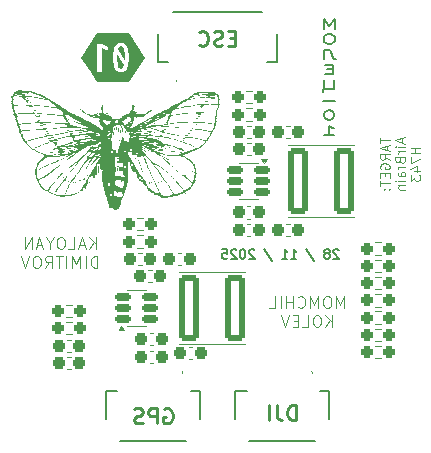
<source format=gbr>
%TF.GenerationSoftware,KiCad,Pcbnew,9.0.4*%
%TF.CreationDate,2025-11-28T22:46:11-05:00*%
%TF.ProjectId,STM32H743VIT6 FC,53544d33-3248-4373-9433-564954362046,rev?*%
%TF.SameCoordinates,Original*%
%TF.FileFunction,Legend,Bot*%
%TF.FilePolarity,Positive*%
%FSLAX46Y46*%
G04 Gerber Fmt 4.6, Leading zero omitted, Abs format (unit mm)*
G04 Created by KiCad (PCBNEW 9.0.4) date 2025-11-28 22:46:11*
%MOMM*%
%LPD*%
G01*
G04 APERTURE LIST*
G04 Aperture macros list*
%AMRoundRect*
0 Rectangle with rounded corners*
0 $1 Rounding radius*
0 $2 $3 $4 $5 $6 $7 $8 $9 X,Y pos of 4 corners*
0 Add a 4 corners polygon primitive as box body*
4,1,4,$2,$3,$4,$5,$6,$7,$8,$9,$2,$3,0*
0 Add four circle primitives for the rounded corners*
1,1,$1+$1,$2,$3*
1,1,$1+$1,$4,$5*
1,1,$1+$1,$6,$7*
1,1,$1+$1,$8,$9*
0 Add four rect primitives between the rounded corners*
20,1,$1+$1,$2,$3,$4,$5,0*
20,1,$1+$1,$4,$5,$6,$7,0*
20,1,$1+$1,$6,$7,$8,$9,0*
20,1,$1+$1,$8,$9,$2,$3,0*%
G04 Aperture macros list end*
%ADD10C,0.200000*%
%ADD11C,0.254000*%
%ADD12C,0.100000*%
%ADD13C,0.120000*%
%ADD14C,0.000000*%
%ADD15C,4.700000*%
%ADD16C,1.020000*%
%ADD17O,2.004000X1.304000*%
%ADD18RoundRect,0.237500X0.250000X0.237500X-0.250000X0.237500X-0.250000X-0.237500X0.250000X-0.237500X0*%
%ADD19RoundRect,0.237500X-0.300000X-0.237500X0.300000X-0.237500X0.300000X0.237500X-0.300000X0.237500X0*%
%ADD20R,0.600000X1.550000*%
%ADD21R,1.200000X1.800000*%
%ADD22RoundRect,0.237500X0.300000X0.237500X-0.300000X0.237500X-0.300000X-0.237500X0.300000X-0.237500X0*%
%ADD23RoundRect,0.150000X0.512500X0.150000X-0.512500X0.150000X-0.512500X-0.150000X0.512500X-0.150000X0*%
%ADD24RoundRect,0.150000X-0.512500X-0.150000X0.512500X-0.150000X0.512500X0.150000X-0.512500X0.150000X0*%
%ADD25RoundRect,0.250000X-0.600000X-2.550000X0.600000X-2.550000X0.600000X2.550000X-0.600000X2.550000X0*%
%ADD26RoundRect,0.237500X-0.250000X-0.237500X0.250000X-0.237500X0.250000X0.237500X-0.250000X0.237500X0*%
G04 APERTURE END LIST*
D10*
X175666666Y-103491853D02*
X175666666Y-102691853D01*
X175666666Y-102691853D02*
X175200000Y-103263281D01*
X175200000Y-103263281D02*
X174733333Y-102691853D01*
X174733333Y-102691853D02*
X174733333Y-103491853D01*
X175333333Y-103979808D02*
X175066666Y-103979808D01*
X175066666Y-103979808D02*
X174933333Y-104017903D01*
X174933333Y-104017903D02*
X174799999Y-104094093D01*
X174799999Y-104094093D02*
X174733333Y-104246474D01*
X174733333Y-104246474D02*
X174733333Y-104513141D01*
X174733333Y-104513141D02*
X174799999Y-104665522D01*
X174799999Y-104665522D02*
X174933333Y-104741713D01*
X174933333Y-104741713D02*
X175066666Y-104779808D01*
X175066666Y-104779808D02*
X175333333Y-104779808D01*
X175333333Y-104779808D02*
X175466666Y-104741713D01*
X175466666Y-104741713D02*
X175599999Y-104665522D01*
X175599999Y-104665522D02*
X175666666Y-104513141D01*
X175666666Y-104513141D02*
X175666666Y-104246474D01*
X175666666Y-104246474D02*
X175599999Y-104094093D01*
X175599999Y-104094093D02*
X175466666Y-104017903D01*
X175466666Y-104017903D02*
X175333333Y-103979808D01*
X174799999Y-106067763D02*
X174799999Y-105267763D01*
X174799999Y-105267763D02*
X174999999Y-105267763D01*
X174999999Y-105267763D02*
X175199999Y-105305858D01*
X175199999Y-105305858D02*
X175333333Y-105382048D01*
X175333333Y-105382048D02*
X175399999Y-105496334D01*
X175399999Y-105496334D02*
X175533333Y-105953477D01*
X175533333Y-105953477D02*
X175599999Y-106029668D01*
X175599999Y-106029668D02*
X175733333Y-106067763D01*
X175733333Y-106067763D02*
X175799999Y-106067763D01*
X175499999Y-106936670D02*
X175033333Y-106936670D01*
X174833333Y-107355718D02*
X175499999Y-107355718D01*
X175499999Y-107355718D02*
X175499999Y-106555718D01*
X175499999Y-106555718D02*
X174833333Y-106555718D01*
X174799999Y-107843673D02*
X174799999Y-108643673D01*
X175599999Y-107843673D02*
X175599999Y-108643673D01*
X175599999Y-108643673D02*
X174666666Y-108643673D01*
X174666666Y-108643673D02*
X174666666Y-108834149D01*
X175733332Y-109626866D02*
X174666666Y-109626866D01*
X175266666Y-110419583D02*
X175133332Y-110419583D01*
X175133332Y-110419583D02*
X174999999Y-110457678D01*
X174999999Y-110457678D02*
X174933332Y-110495773D01*
X174933332Y-110495773D02*
X174866666Y-110571964D01*
X174866666Y-110571964D02*
X174799999Y-110724345D01*
X174799999Y-110724345D02*
X174799999Y-110914821D01*
X174799999Y-110914821D02*
X174866666Y-111067202D01*
X174866666Y-111067202D02*
X174933332Y-111143392D01*
X174933332Y-111143392D02*
X174999999Y-111181488D01*
X174999999Y-111181488D02*
X175133332Y-111219583D01*
X175133332Y-111219583D02*
X175266666Y-111219583D01*
X175266666Y-111219583D02*
X175399999Y-111181488D01*
X175399999Y-111181488D02*
X175466666Y-111143392D01*
X175466666Y-111143392D02*
X175533332Y-111067202D01*
X175533332Y-111067202D02*
X175599999Y-110914821D01*
X175599999Y-110914821D02*
X175599999Y-110724345D01*
X175599999Y-110724345D02*
X175533332Y-110571964D01*
X175533332Y-110571964D02*
X175466666Y-110495773D01*
X175466666Y-110495773D02*
X175399999Y-110457678D01*
X175399999Y-110457678D02*
X175266666Y-110419583D01*
X174799999Y-112507538D02*
X175599999Y-112507538D01*
X175199999Y-112507538D02*
X175199999Y-111707538D01*
X175199999Y-111707538D02*
X175333332Y-111821823D01*
X175333332Y-111821823D02*
X175466666Y-111898014D01*
X175466666Y-111898014D02*
X175599999Y-111936109D01*
D11*
X167261905Y-104299080D02*
X166838571Y-104299080D01*
X166657143Y-104964318D02*
X167261905Y-104964318D01*
X167261905Y-104964318D02*
X167261905Y-103694318D01*
X167261905Y-103694318D02*
X166657143Y-103694318D01*
X166173333Y-104903842D02*
X165991904Y-104964318D01*
X165991904Y-104964318D02*
X165689523Y-104964318D01*
X165689523Y-104964318D02*
X165568571Y-104903842D01*
X165568571Y-104903842D02*
X165508095Y-104843365D01*
X165508095Y-104843365D02*
X165447618Y-104722413D01*
X165447618Y-104722413D02*
X165447618Y-104601461D01*
X165447618Y-104601461D02*
X165508095Y-104480508D01*
X165508095Y-104480508D02*
X165568571Y-104420032D01*
X165568571Y-104420032D02*
X165689523Y-104359556D01*
X165689523Y-104359556D02*
X165931428Y-104299080D01*
X165931428Y-104299080D02*
X166052380Y-104238603D01*
X166052380Y-104238603D02*
X166112857Y-104178127D01*
X166112857Y-104178127D02*
X166173333Y-104057175D01*
X166173333Y-104057175D02*
X166173333Y-103936222D01*
X166173333Y-103936222D02*
X166112857Y-103815270D01*
X166112857Y-103815270D02*
X166052380Y-103754794D01*
X166052380Y-103754794D02*
X165931428Y-103694318D01*
X165931428Y-103694318D02*
X165629047Y-103694318D01*
X165629047Y-103694318D02*
X165447618Y-103754794D01*
X164177618Y-104843365D02*
X164238094Y-104903842D01*
X164238094Y-104903842D02*
X164419523Y-104964318D01*
X164419523Y-104964318D02*
X164540475Y-104964318D01*
X164540475Y-104964318D02*
X164721904Y-104903842D01*
X164721904Y-104903842D02*
X164842856Y-104782889D01*
X164842856Y-104782889D02*
X164903333Y-104661937D01*
X164903333Y-104661937D02*
X164963809Y-104420032D01*
X164963809Y-104420032D02*
X164963809Y-104238603D01*
X164963809Y-104238603D02*
X164903333Y-103996699D01*
X164903333Y-103996699D02*
X164842856Y-103875746D01*
X164842856Y-103875746D02*
X164721904Y-103754794D01*
X164721904Y-103754794D02*
X164540475Y-103694318D01*
X164540475Y-103694318D02*
X164419523Y-103694318D01*
X164419523Y-103694318D02*
X164238094Y-103754794D01*
X164238094Y-103754794D02*
X164177618Y-103815270D01*
D12*
X179516940Y-112741428D02*
X179516940Y-113198571D01*
X180316940Y-112969999D02*
X179516940Y-112969999D01*
X180088368Y-113427142D02*
X180088368Y-113808095D01*
X180316940Y-113350952D02*
X179516940Y-113617619D01*
X179516940Y-113617619D02*
X180316940Y-113884285D01*
X180316940Y-114608095D02*
X179935987Y-114341428D01*
X180316940Y-114150952D02*
X179516940Y-114150952D01*
X179516940Y-114150952D02*
X179516940Y-114455714D01*
X179516940Y-114455714D02*
X179555035Y-114531904D01*
X179555035Y-114531904D02*
X179593130Y-114569999D01*
X179593130Y-114569999D02*
X179669321Y-114608095D01*
X179669321Y-114608095D02*
X179783606Y-114608095D01*
X179783606Y-114608095D02*
X179859797Y-114569999D01*
X179859797Y-114569999D02*
X179897892Y-114531904D01*
X179897892Y-114531904D02*
X179935987Y-114455714D01*
X179935987Y-114455714D02*
X179935987Y-114150952D01*
X179555035Y-115369999D02*
X179516940Y-115293809D01*
X179516940Y-115293809D02*
X179516940Y-115179523D01*
X179516940Y-115179523D02*
X179555035Y-115065237D01*
X179555035Y-115065237D02*
X179631225Y-114989047D01*
X179631225Y-114989047D02*
X179707416Y-114950952D01*
X179707416Y-114950952D02*
X179859797Y-114912856D01*
X179859797Y-114912856D02*
X179974083Y-114912856D01*
X179974083Y-114912856D02*
X180126464Y-114950952D01*
X180126464Y-114950952D02*
X180202654Y-114989047D01*
X180202654Y-114989047D02*
X180278845Y-115065237D01*
X180278845Y-115065237D02*
X180316940Y-115179523D01*
X180316940Y-115179523D02*
X180316940Y-115255714D01*
X180316940Y-115255714D02*
X180278845Y-115369999D01*
X180278845Y-115369999D02*
X180240749Y-115408095D01*
X180240749Y-115408095D02*
X179974083Y-115408095D01*
X179974083Y-115408095D02*
X179974083Y-115255714D01*
X179897892Y-115750952D02*
X179897892Y-116017618D01*
X180316940Y-116131904D02*
X180316940Y-115750952D01*
X180316940Y-115750952D02*
X179516940Y-115750952D01*
X179516940Y-115750952D02*
X179516940Y-116131904D01*
X179516940Y-116360476D02*
X179516940Y-116817619D01*
X180316940Y-116589047D02*
X179516940Y-116589047D01*
X180240749Y-117084286D02*
X180278845Y-117122381D01*
X180278845Y-117122381D02*
X180316940Y-117084286D01*
X180316940Y-117084286D02*
X180278845Y-117046190D01*
X180278845Y-117046190D02*
X180240749Y-117084286D01*
X180240749Y-117084286D02*
X180316940Y-117084286D01*
X179821702Y-117084286D02*
X179859797Y-117122381D01*
X179859797Y-117122381D02*
X179897892Y-117084286D01*
X179897892Y-117084286D02*
X179859797Y-117046190D01*
X179859797Y-117046190D02*
X179821702Y-117084286D01*
X179821702Y-117084286D02*
X179897892Y-117084286D01*
X181376323Y-112779523D02*
X181376323Y-113160476D01*
X181604895Y-112703333D02*
X180804895Y-112970000D01*
X180804895Y-112970000D02*
X181604895Y-113236666D01*
X181604895Y-113503333D02*
X181071561Y-113503333D01*
X180804895Y-113503333D02*
X180842990Y-113465237D01*
X180842990Y-113465237D02*
X180881085Y-113503333D01*
X180881085Y-113503333D02*
X180842990Y-113541428D01*
X180842990Y-113541428D02*
X180804895Y-113503333D01*
X180804895Y-113503333D02*
X180881085Y-113503333D01*
X181604895Y-113884285D02*
X181071561Y-113884285D01*
X181223942Y-113884285D02*
X181147752Y-113922380D01*
X181147752Y-113922380D02*
X181109657Y-113960475D01*
X181109657Y-113960475D02*
X181071561Y-114036666D01*
X181071561Y-114036666D02*
X181071561Y-114112856D01*
X181185847Y-114646189D02*
X181223942Y-114760475D01*
X181223942Y-114760475D02*
X181262038Y-114798570D01*
X181262038Y-114798570D02*
X181338228Y-114836666D01*
X181338228Y-114836666D02*
X181452514Y-114836666D01*
X181452514Y-114836666D02*
X181528704Y-114798570D01*
X181528704Y-114798570D02*
X181566800Y-114760475D01*
X181566800Y-114760475D02*
X181604895Y-114684285D01*
X181604895Y-114684285D02*
X181604895Y-114379523D01*
X181604895Y-114379523D02*
X180804895Y-114379523D01*
X180804895Y-114379523D02*
X180804895Y-114646189D01*
X180804895Y-114646189D02*
X180842990Y-114722380D01*
X180842990Y-114722380D02*
X180881085Y-114760475D01*
X180881085Y-114760475D02*
X180957276Y-114798570D01*
X180957276Y-114798570D02*
X181033466Y-114798570D01*
X181033466Y-114798570D02*
X181109657Y-114760475D01*
X181109657Y-114760475D02*
X181147752Y-114722380D01*
X181147752Y-114722380D02*
X181185847Y-114646189D01*
X181185847Y-114646189D02*
X181185847Y-114379523D01*
X181604895Y-115179523D02*
X181071561Y-115179523D01*
X181223942Y-115179523D02*
X181147752Y-115217618D01*
X181147752Y-115217618D02*
X181109657Y-115255713D01*
X181109657Y-115255713D02*
X181071561Y-115331904D01*
X181071561Y-115331904D02*
X181071561Y-115408094D01*
X181604895Y-116017618D02*
X181185847Y-116017618D01*
X181185847Y-116017618D02*
X181109657Y-115979523D01*
X181109657Y-115979523D02*
X181071561Y-115903332D01*
X181071561Y-115903332D02*
X181071561Y-115750951D01*
X181071561Y-115750951D02*
X181109657Y-115674761D01*
X181566800Y-116017618D02*
X181604895Y-115941427D01*
X181604895Y-115941427D02*
X181604895Y-115750951D01*
X181604895Y-115750951D02*
X181566800Y-115674761D01*
X181566800Y-115674761D02*
X181490609Y-115636665D01*
X181490609Y-115636665D02*
X181414419Y-115636665D01*
X181414419Y-115636665D02*
X181338228Y-115674761D01*
X181338228Y-115674761D02*
X181300133Y-115750951D01*
X181300133Y-115750951D02*
X181300133Y-115941427D01*
X181300133Y-115941427D02*
X181262038Y-116017618D01*
X181604895Y-116398571D02*
X181071561Y-116398571D01*
X180804895Y-116398571D02*
X180842990Y-116360475D01*
X180842990Y-116360475D02*
X180881085Y-116398571D01*
X180881085Y-116398571D02*
X180842990Y-116436666D01*
X180842990Y-116436666D02*
X180804895Y-116398571D01*
X180804895Y-116398571D02*
X180881085Y-116398571D01*
X181071561Y-116779523D02*
X181604895Y-116779523D01*
X181147752Y-116779523D02*
X181109657Y-116817618D01*
X181109657Y-116817618D02*
X181071561Y-116893808D01*
X181071561Y-116893808D02*
X181071561Y-117008094D01*
X181071561Y-117008094D02*
X181109657Y-117084285D01*
X181109657Y-117084285D02*
X181185847Y-117122380D01*
X181185847Y-117122380D02*
X181604895Y-117122380D01*
X182892850Y-113598571D02*
X182092850Y-113598571D01*
X182473802Y-113598571D02*
X182473802Y-114055714D01*
X182892850Y-114055714D02*
X182092850Y-114055714D01*
X182092850Y-114360475D02*
X182092850Y-114893809D01*
X182092850Y-114893809D02*
X182892850Y-114550951D01*
X182359516Y-115541428D02*
X182892850Y-115541428D01*
X182054755Y-115350952D02*
X182626183Y-115160475D01*
X182626183Y-115160475D02*
X182626183Y-115655714D01*
X182092850Y-115884285D02*
X182092850Y-116379523D01*
X182092850Y-116379523D02*
X182397612Y-116112857D01*
X182397612Y-116112857D02*
X182397612Y-116227142D01*
X182397612Y-116227142D02*
X182435707Y-116303333D01*
X182435707Y-116303333D02*
X182473802Y-116341428D01*
X182473802Y-116341428D02*
X182549993Y-116379523D01*
X182549993Y-116379523D02*
X182740469Y-116379523D01*
X182740469Y-116379523D02*
X182816659Y-116341428D01*
X182816659Y-116341428D02*
X182854755Y-116303333D01*
X182854755Y-116303333D02*
X182892850Y-116227142D01*
X182892850Y-116227142D02*
X182892850Y-115998571D01*
X182892850Y-115998571D02*
X182854755Y-115922380D01*
X182854755Y-115922380D02*
X182816659Y-115884285D01*
D11*
X161237142Y-135714794D02*
X161358095Y-135654318D01*
X161358095Y-135654318D02*
X161539523Y-135654318D01*
X161539523Y-135654318D02*
X161720952Y-135714794D01*
X161720952Y-135714794D02*
X161841904Y-135835746D01*
X161841904Y-135835746D02*
X161902381Y-135956699D01*
X161902381Y-135956699D02*
X161962857Y-136198603D01*
X161962857Y-136198603D02*
X161962857Y-136380032D01*
X161962857Y-136380032D02*
X161902381Y-136621937D01*
X161902381Y-136621937D02*
X161841904Y-136742889D01*
X161841904Y-136742889D02*
X161720952Y-136863842D01*
X161720952Y-136863842D02*
X161539523Y-136924318D01*
X161539523Y-136924318D02*
X161418571Y-136924318D01*
X161418571Y-136924318D02*
X161237142Y-136863842D01*
X161237142Y-136863842D02*
X161176666Y-136803365D01*
X161176666Y-136803365D02*
X161176666Y-136380032D01*
X161176666Y-136380032D02*
X161418571Y-136380032D01*
X160632381Y-136924318D02*
X160632381Y-135654318D01*
X160632381Y-135654318D02*
X160148571Y-135654318D01*
X160148571Y-135654318D02*
X160027619Y-135714794D01*
X160027619Y-135714794D02*
X159967142Y-135775270D01*
X159967142Y-135775270D02*
X159906666Y-135896222D01*
X159906666Y-135896222D02*
X159906666Y-136077651D01*
X159906666Y-136077651D02*
X159967142Y-136198603D01*
X159967142Y-136198603D02*
X160027619Y-136259080D01*
X160027619Y-136259080D02*
X160148571Y-136319556D01*
X160148571Y-136319556D02*
X160632381Y-136319556D01*
X159422857Y-136863842D02*
X159241428Y-136924318D01*
X159241428Y-136924318D02*
X158939047Y-136924318D01*
X158939047Y-136924318D02*
X158818095Y-136863842D01*
X158818095Y-136863842D02*
X158757619Y-136803365D01*
X158757619Y-136803365D02*
X158697142Y-136682413D01*
X158697142Y-136682413D02*
X158697142Y-136561461D01*
X158697142Y-136561461D02*
X158757619Y-136440508D01*
X158757619Y-136440508D02*
X158818095Y-136380032D01*
X158818095Y-136380032D02*
X158939047Y-136319556D01*
X158939047Y-136319556D02*
X159180952Y-136259080D01*
X159180952Y-136259080D02*
X159301904Y-136198603D01*
X159301904Y-136198603D02*
X159362381Y-136138127D01*
X159362381Y-136138127D02*
X159422857Y-136017175D01*
X159422857Y-136017175D02*
X159422857Y-135896222D01*
X159422857Y-135896222D02*
X159362381Y-135775270D01*
X159362381Y-135775270D02*
X159301904Y-135714794D01*
X159301904Y-135714794D02*
X159180952Y-135654318D01*
X159180952Y-135654318D02*
X158878571Y-135654318D01*
X158878571Y-135654318D02*
X158697142Y-135714794D01*
D13*
X176475237Y-127151407D02*
X176475237Y-126151407D01*
X176475237Y-126151407D02*
X176141904Y-126865692D01*
X176141904Y-126865692D02*
X175808571Y-126151407D01*
X175808571Y-126151407D02*
X175808571Y-127151407D01*
X175141904Y-126151407D02*
X174951428Y-126151407D01*
X174951428Y-126151407D02*
X174856190Y-126199026D01*
X174856190Y-126199026D02*
X174760952Y-126294264D01*
X174760952Y-126294264D02*
X174713333Y-126484740D01*
X174713333Y-126484740D02*
X174713333Y-126818073D01*
X174713333Y-126818073D02*
X174760952Y-127008549D01*
X174760952Y-127008549D02*
X174856190Y-127103788D01*
X174856190Y-127103788D02*
X174951428Y-127151407D01*
X174951428Y-127151407D02*
X175141904Y-127151407D01*
X175141904Y-127151407D02*
X175237142Y-127103788D01*
X175237142Y-127103788D02*
X175332380Y-127008549D01*
X175332380Y-127008549D02*
X175379999Y-126818073D01*
X175379999Y-126818073D02*
X175379999Y-126484740D01*
X175379999Y-126484740D02*
X175332380Y-126294264D01*
X175332380Y-126294264D02*
X175237142Y-126199026D01*
X175237142Y-126199026D02*
X175141904Y-126151407D01*
X174284761Y-127151407D02*
X174284761Y-126151407D01*
X174284761Y-126151407D02*
X173951428Y-126865692D01*
X173951428Y-126865692D02*
X173618095Y-126151407D01*
X173618095Y-126151407D02*
X173618095Y-127151407D01*
X172570476Y-127056168D02*
X172618095Y-127103788D01*
X172618095Y-127103788D02*
X172760952Y-127151407D01*
X172760952Y-127151407D02*
X172856190Y-127151407D01*
X172856190Y-127151407D02*
X172999047Y-127103788D01*
X172999047Y-127103788D02*
X173094285Y-127008549D01*
X173094285Y-127008549D02*
X173141904Y-126913311D01*
X173141904Y-126913311D02*
X173189523Y-126722835D01*
X173189523Y-126722835D02*
X173189523Y-126579978D01*
X173189523Y-126579978D02*
X173141904Y-126389502D01*
X173141904Y-126389502D02*
X173094285Y-126294264D01*
X173094285Y-126294264D02*
X172999047Y-126199026D01*
X172999047Y-126199026D02*
X172856190Y-126151407D01*
X172856190Y-126151407D02*
X172760952Y-126151407D01*
X172760952Y-126151407D02*
X172618095Y-126199026D01*
X172618095Y-126199026D02*
X172570476Y-126246645D01*
X172141904Y-127151407D02*
X172141904Y-126151407D01*
X172141904Y-126627597D02*
X171570476Y-126627597D01*
X171570476Y-127151407D02*
X171570476Y-126151407D01*
X171094285Y-127151407D02*
X171094285Y-126151407D01*
X170141905Y-127151407D02*
X170618095Y-127151407D01*
X170618095Y-127151407D02*
X170618095Y-126151407D01*
X175451428Y-128761351D02*
X175451428Y-127761351D01*
X174880000Y-128761351D02*
X175308571Y-128189922D01*
X174880000Y-127761351D02*
X175451428Y-128332779D01*
X174260952Y-127761351D02*
X174070476Y-127761351D01*
X174070476Y-127761351D02*
X173975238Y-127808970D01*
X173975238Y-127808970D02*
X173880000Y-127904208D01*
X173880000Y-127904208D02*
X173832381Y-128094684D01*
X173832381Y-128094684D02*
X173832381Y-128428017D01*
X173832381Y-128428017D02*
X173880000Y-128618493D01*
X173880000Y-128618493D02*
X173975238Y-128713732D01*
X173975238Y-128713732D02*
X174070476Y-128761351D01*
X174070476Y-128761351D02*
X174260952Y-128761351D01*
X174260952Y-128761351D02*
X174356190Y-128713732D01*
X174356190Y-128713732D02*
X174451428Y-128618493D01*
X174451428Y-128618493D02*
X174499047Y-128428017D01*
X174499047Y-128428017D02*
X174499047Y-128094684D01*
X174499047Y-128094684D02*
X174451428Y-127904208D01*
X174451428Y-127904208D02*
X174356190Y-127808970D01*
X174356190Y-127808970D02*
X174260952Y-127761351D01*
X172927619Y-128761351D02*
X173403809Y-128761351D01*
X173403809Y-128761351D02*
X173403809Y-127761351D01*
X172594285Y-128237541D02*
X172260952Y-128237541D01*
X172118095Y-128761351D02*
X172594285Y-128761351D01*
X172594285Y-128761351D02*
X172594285Y-127761351D01*
X172594285Y-127761351D02*
X172118095Y-127761351D01*
X171832380Y-127761351D02*
X171499047Y-128761351D01*
X171499047Y-128761351D02*
X171165714Y-127761351D01*
D10*
X176012382Y-122265885D02*
X175974286Y-122227790D01*
X175974286Y-122227790D02*
X175898096Y-122189695D01*
X175898096Y-122189695D02*
X175707620Y-122189695D01*
X175707620Y-122189695D02*
X175631429Y-122227790D01*
X175631429Y-122227790D02*
X175593334Y-122265885D01*
X175593334Y-122265885D02*
X175555239Y-122342076D01*
X175555239Y-122342076D02*
X175555239Y-122418266D01*
X175555239Y-122418266D02*
X175593334Y-122532552D01*
X175593334Y-122532552D02*
X176050477Y-122989695D01*
X176050477Y-122989695D02*
X175555239Y-122989695D01*
X175098096Y-122532552D02*
X175174286Y-122494457D01*
X175174286Y-122494457D02*
X175212381Y-122456361D01*
X175212381Y-122456361D02*
X175250477Y-122380171D01*
X175250477Y-122380171D02*
X175250477Y-122342076D01*
X175250477Y-122342076D02*
X175212381Y-122265885D01*
X175212381Y-122265885D02*
X175174286Y-122227790D01*
X175174286Y-122227790D02*
X175098096Y-122189695D01*
X175098096Y-122189695D02*
X174945715Y-122189695D01*
X174945715Y-122189695D02*
X174869524Y-122227790D01*
X174869524Y-122227790D02*
X174831429Y-122265885D01*
X174831429Y-122265885D02*
X174793334Y-122342076D01*
X174793334Y-122342076D02*
X174793334Y-122380171D01*
X174793334Y-122380171D02*
X174831429Y-122456361D01*
X174831429Y-122456361D02*
X174869524Y-122494457D01*
X174869524Y-122494457D02*
X174945715Y-122532552D01*
X174945715Y-122532552D02*
X175098096Y-122532552D01*
X175098096Y-122532552D02*
X175174286Y-122570647D01*
X175174286Y-122570647D02*
X175212381Y-122608742D01*
X175212381Y-122608742D02*
X175250477Y-122684933D01*
X175250477Y-122684933D02*
X175250477Y-122837314D01*
X175250477Y-122837314D02*
X175212381Y-122913504D01*
X175212381Y-122913504D02*
X175174286Y-122951600D01*
X175174286Y-122951600D02*
X175098096Y-122989695D01*
X175098096Y-122989695D02*
X174945715Y-122989695D01*
X174945715Y-122989695D02*
X174869524Y-122951600D01*
X174869524Y-122951600D02*
X174831429Y-122913504D01*
X174831429Y-122913504D02*
X174793334Y-122837314D01*
X174793334Y-122837314D02*
X174793334Y-122684933D01*
X174793334Y-122684933D02*
X174831429Y-122608742D01*
X174831429Y-122608742D02*
X174869524Y-122570647D01*
X174869524Y-122570647D02*
X174945715Y-122532552D01*
X173269524Y-122151600D02*
X173955238Y-123180171D01*
X171974286Y-122989695D02*
X172431429Y-122989695D01*
X172202857Y-122989695D02*
X172202857Y-122189695D01*
X172202857Y-122189695D02*
X172279048Y-122303980D01*
X172279048Y-122303980D02*
X172355238Y-122380171D01*
X172355238Y-122380171D02*
X172431429Y-122418266D01*
X171212381Y-122989695D02*
X171669524Y-122989695D01*
X171440952Y-122989695D02*
X171440952Y-122189695D01*
X171440952Y-122189695D02*
X171517143Y-122303980D01*
X171517143Y-122303980D02*
X171593333Y-122380171D01*
X171593333Y-122380171D02*
X171669524Y-122418266D01*
X169688571Y-122151600D02*
X170374285Y-123180171D01*
X168850476Y-122265885D02*
X168812380Y-122227790D01*
X168812380Y-122227790D02*
X168736190Y-122189695D01*
X168736190Y-122189695D02*
X168545714Y-122189695D01*
X168545714Y-122189695D02*
X168469523Y-122227790D01*
X168469523Y-122227790D02*
X168431428Y-122265885D01*
X168431428Y-122265885D02*
X168393333Y-122342076D01*
X168393333Y-122342076D02*
X168393333Y-122418266D01*
X168393333Y-122418266D02*
X168431428Y-122532552D01*
X168431428Y-122532552D02*
X168888571Y-122989695D01*
X168888571Y-122989695D02*
X168393333Y-122989695D01*
X167898094Y-122189695D02*
X167821904Y-122189695D01*
X167821904Y-122189695D02*
X167745713Y-122227790D01*
X167745713Y-122227790D02*
X167707618Y-122265885D01*
X167707618Y-122265885D02*
X167669523Y-122342076D01*
X167669523Y-122342076D02*
X167631428Y-122494457D01*
X167631428Y-122494457D02*
X167631428Y-122684933D01*
X167631428Y-122684933D02*
X167669523Y-122837314D01*
X167669523Y-122837314D02*
X167707618Y-122913504D01*
X167707618Y-122913504D02*
X167745713Y-122951600D01*
X167745713Y-122951600D02*
X167821904Y-122989695D01*
X167821904Y-122989695D02*
X167898094Y-122989695D01*
X167898094Y-122989695D02*
X167974285Y-122951600D01*
X167974285Y-122951600D02*
X168012380Y-122913504D01*
X168012380Y-122913504D02*
X168050475Y-122837314D01*
X168050475Y-122837314D02*
X168088571Y-122684933D01*
X168088571Y-122684933D02*
X168088571Y-122494457D01*
X168088571Y-122494457D02*
X168050475Y-122342076D01*
X168050475Y-122342076D02*
X168012380Y-122265885D01*
X168012380Y-122265885D02*
X167974285Y-122227790D01*
X167974285Y-122227790D02*
X167898094Y-122189695D01*
X167326666Y-122265885D02*
X167288570Y-122227790D01*
X167288570Y-122227790D02*
X167212380Y-122189695D01*
X167212380Y-122189695D02*
X167021904Y-122189695D01*
X167021904Y-122189695D02*
X166945713Y-122227790D01*
X166945713Y-122227790D02*
X166907618Y-122265885D01*
X166907618Y-122265885D02*
X166869523Y-122342076D01*
X166869523Y-122342076D02*
X166869523Y-122418266D01*
X166869523Y-122418266D02*
X166907618Y-122532552D01*
X166907618Y-122532552D02*
X167364761Y-122989695D01*
X167364761Y-122989695D02*
X166869523Y-122989695D01*
X166145713Y-122189695D02*
X166526665Y-122189695D01*
X166526665Y-122189695D02*
X166564761Y-122570647D01*
X166564761Y-122570647D02*
X166526665Y-122532552D01*
X166526665Y-122532552D02*
X166450475Y-122494457D01*
X166450475Y-122494457D02*
X166259999Y-122494457D01*
X166259999Y-122494457D02*
X166183808Y-122532552D01*
X166183808Y-122532552D02*
X166145713Y-122570647D01*
X166145713Y-122570647D02*
X166107618Y-122646838D01*
X166107618Y-122646838D02*
X166107618Y-122837314D01*
X166107618Y-122837314D02*
X166145713Y-122913504D01*
X166145713Y-122913504D02*
X166183808Y-122951600D01*
X166183808Y-122951600D02*
X166259999Y-122989695D01*
X166259999Y-122989695D02*
X166450475Y-122989695D01*
X166450475Y-122989695D02*
X166526665Y-122951600D01*
X166526665Y-122951600D02*
X166564761Y-122913504D01*
D11*
X172388809Y-136644318D02*
X172388809Y-135374318D01*
X172388809Y-135374318D02*
X172086428Y-135374318D01*
X172086428Y-135374318D02*
X171904999Y-135434794D01*
X171904999Y-135434794D02*
X171784047Y-135555746D01*
X171784047Y-135555746D02*
X171723570Y-135676699D01*
X171723570Y-135676699D02*
X171663094Y-135918603D01*
X171663094Y-135918603D02*
X171663094Y-136100032D01*
X171663094Y-136100032D02*
X171723570Y-136341937D01*
X171723570Y-136341937D02*
X171784047Y-136462889D01*
X171784047Y-136462889D02*
X171904999Y-136583842D01*
X171904999Y-136583842D02*
X172086428Y-136644318D01*
X172086428Y-136644318D02*
X172388809Y-136644318D01*
X170755951Y-135374318D02*
X170755951Y-136281461D01*
X170755951Y-136281461D02*
X170816428Y-136462889D01*
X170816428Y-136462889D02*
X170937380Y-136583842D01*
X170937380Y-136583842D02*
X171118809Y-136644318D01*
X171118809Y-136644318D02*
X171239761Y-136644318D01*
X170151190Y-136644318D02*
X170151190Y-135374318D01*
D13*
X155439999Y-122141407D02*
X155439999Y-121141407D01*
X154868571Y-122141407D02*
X155297142Y-121569978D01*
X154868571Y-121141407D02*
X155439999Y-121712835D01*
X154487618Y-121855692D02*
X154011428Y-121855692D01*
X154582856Y-122141407D02*
X154249523Y-121141407D01*
X154249523Y-121141407D02*
X153916190Y-122141407D01*
X153106666Y-122141407D02*
X153582856Y-122141407D01*
X153582856Y-122141407D02*
X153582856Y-121141407D01*
X152582856Y-121141407D02*
X152392380Y-121141407D01*
X152392380Y-121141407D02*
X152297142Y-121189026D01*
X152297142Y-121189026D02*
X152201904Y-121284264D01*
X152201904Y-121284264D02*
X152154285Y-121474740D01*
X152154285Y-121474740D02*
X152154285Y-121808073D01*
X152154285Y-121808073D02*
X152201904Y-121998549D01*
X152201904Y-121998549D02*
X152297142Y-122093788D01*
X152297142Y-122093788D02*
X152392380Y-122141407D01*
X152392380Y-122141407D02*
X152582856Y-122141407D01*
X152582856Y-122141407D02*
X152678094Y-122093788D01*
X152678094Y-122093788D02*
X152773332Y-121998549D01*
X152773332Y-121998549D02*
X152820951Y-121808073D01*
X152820951Y-121808073D02*
X152820951Y-121474740D01*
X152820951Y-121474740D02*
X152773332Y-121284264D01*
X152773332Y-121284264D02*
X152678094Y-121189026D01*
X152678094Y-121189026D02*
X152582856Y-121141407D01*
X151535237Y-121665216D02*
X151535237Y-122141407D01*
X151868570Y-121141407D02*
X151535237Y-121665216D01*
X151535237Y-121665216D02*
X151201904Y-121141407D01*
X150916189Y-121855692D02*
X150439999Y-121855692D01*
X151011427Y-122141407D02*
X150678094Y-121141407D01*
X150678094Y-121141407D02*
X150344761Y-122141407D01*
X150011427Y-122141407D02*
X150011427Y-121141407D01*
X150011427Y-121141407D02*
X149439999Y-122141407D01*
X149439999Y-122141407D02*
X149439999Y-121141407D01*
X155582856Y-123751351D02*
X155582856Y-122751351D01*
X155582856Y-122751351D02*
X155344761Y-122751351D01*
X155344761Y-122751351D02*
X155201904Y-122798970D01*
X155201904Y-122798970D02*
X155106666Y-122894208D01*
X155106666Y-122894208D02*
X155059047Y-122989446D01*
X155059047Y-122989446D02*
X155011428Y-123179922D01*
X155011428Y-123179922D02*
X155011428Y-123322779D01*
X155011428Y-123322779D02*
X155059047Y-123513255D01*
X155059047Y-123513255D02*
X155106666Y-123608493D01*
X155106666Y-123608493D02*
X155201904Y-123703732D01*
X155201904Y-123703732D02*
X155344761Y-123751351D01*
X155344761Y-123751351D02*
X155582856Y-123751351D01*
X154582856Y-123751351D02*
X154582856Y-122751351D01*
X154106666Y-123751351D02*
X154106666Y-122751351D01*
X154106666Y-122751351D02*
X153773333Y-123465636D01*
X153773333Y-123465636D02*
X153440000Y-122751351D01*
X153440000Y-122751351D02*
X153440000Y-123751351D01*
X152963809Y-123751351D02*
X152963809Y-122751351D01*
X152630476Y-122751351D02*
X152059048Y-122751351D01*
X152344762Y-123751351D02*
X152344762Y-122751351D01*
X151154286Y-123751351D02*
X151487619Y-123275160D01*
X151725714Y-123751351D02*
X151725714Y-122751351D01*
X151725714Y-122751351D02*
X151344762Y-122751351D01*
X151344762Y-122751351D02*
X151249524Y-122798970D01*
X151249524Y-122798970D02*
X151201905Y-122846589D01*
X151201905Y-122846589D02*
X151154286Y-122941827D01*
X151154286Y-122941827D02*
X151154286Y-123084684D01*
X151154286Y-123084684D02*
X151201905Y-123179922D01*
X151201905Y-123179922D02*
X151249524Y-123227541D01*
X151249524Y-123227541D02*
X151344762Y-123275160D01*
X151344762Y-123275160D02*
X151725714Y-123275160D01*
X150535238Y-122751351D02*
X150344762Y-122751351D01*
X150344762Y-122751351D02*
X150249524Y-122798970D01*
X150249524Y-122798970D02*
X150154286Y-122894208D01*
X150154286Y-122894208D02*
X150106667Y-123084684D01*
X150106667Y-123084684D02*
X150106667Y-123418017D01*
X150106667Y-123418017D02*
X150154286Y-123608493D01*
X150154286Y-123608493D02*
X150249524Y-123703732D01*
X150249524Y-123703732D02*
X150344762Y-123751351D01*
X150344762Y-123751351D02*
X150535238Y-123751351D01*
X150535238Y-123751351D02*
X150630476Y-123703732D01*
X150630476Y-123703732D02*
X150725714Y-123608493D01*
X150725714Y-123608493D02*
X150773333Y-123418017D01*
X150773333Y-123418017D02*
X150773333Y-123084684D01*
X150773333Y-123084684D02*
X150725714Y-122894208D01*
X150725714Y-122894208D02*
X150630476Y-122798970D01*
X150630476Y-122798970D02*
X150535238Y-122751351D01*
X149820952Y-122751351D02*
X149487619Y-123751351D01*
X149487619Y-123751351D02*
X149154286Y-122751351D01*
%TO.C,ADC_R2*%
X153417224Y-128347100D02*
X152907776Y-128347100D01*
X153417224Y-129392100D02*
X152907776Y-129392100D01*
%TO.C,5V_C8*%
X160000733Y-129284000D02*
X160293267Y-129284000D01*
X160000733Y-130304000D02*
X160293267Y-130304000D01*
D10*
%TO.C,VTX_J1*%
X167230000Y-134165000D02*
X167230000Y-136540000D01*
X168230000Y-134165000D02*
X167230000Y-134165000D01*
D12*
X173730000Y-132540000D02*
X173730000Y-132540000D01*
X173730000Y-132640000D02*
X173730000Y-132640000D01*
D10*
X174030000Y-138415000D02*
X168430000Y-138415000D01*
X174430000Y-134165000D02*
X175230000Y-134165000D01*
X175230000Y-134165000D02*
X175230000Y-136540000D01*
D12*
X173730000Y-132540000D02*
G75*
G02*
X173730000Y-132640000I0J-50000D01*
G01*
X173730000Y-132640000D02*
G75*
G02*
X173730000Y-132540000I0J50000D01*
G01*
D13*
%TO.C,9V_C11*%
X171852917Y-120018900D02*
X171560383Y-120018900D01*
X171852917Y-121038900D02*
X171560383Y-121038900D01*
%TO.C,U3*%
X168396650Y-114838900D02*
X167596650Y-114838900D01*
X168396650Y-114838900D02*
X169196650Y-114838900D01*
X168396650Y-117958900D02*
X167596650Y-117958900D01*
X168396650Y-117958900D02*
X169196650Y-117958900D01*
X169696650Y-114888900D02*
X169456650Y-114558900D01*
X169936650Y-114558900D01*
X169696650Y-114888900D01*
G36*
X169696650Y-114888900D02*
G01*
X169456650Y-114558900D01*
X169936650Y-114558900D01*
X169696650Y-114888900D01*
G37*
%TO.C,9V_C8*%
X168542917Y-118555700D02*
X168250383Y-118555700D01*
X168542917Y-119575700D02*
X168250383Y-119575700D01*
%TO.C,USB_R0*%
X179578724Y-123062700D02*
X179069276Y-123062700D01*
X179578724Y-124107700D02*
X179069276Y-124107700D01*
%TO.C,9V_R0*%
X179578724Y-125982700D02*
X179069276Y-125982700D01*
X179578724Y-127027700D02*
X179069276Y-127027700D01*
%TO.C,U1*%
X158912500Y-125590000D02*
X158112500Y-125590000D01*
X158912500Y-125590000D02*
X159712500Y-125590000D01*
X158912500Y-128710000D02*
X158112500Y-128710000D01*
X158912500Y-128710000D02*
X159712500Y-128710000D01*
X157852500Y-128990000D02*
X157372500Y-128990000D01*
X157612500Y-128660000D01*
X157852500Y-128990000D01*
G36*
X157852500Y-128990000D02*
G01*
X157372500Y-128990000D01*
X157612500Y-128660000D01*
X157852500Y-128990000D01*
G37*
%TO.C,5V_C12*%
X159321267Y-122491800D02*
X159028733Y-122491800D01*
X159321267Y-123511800D02*
X159028733Y-123511800D01*
%TO.C,5V_C7*%
X160000733Y-130757200D02*
X160293267Y-130757200D01*
X160000733Y-131777200D02*
X160293267Y-131777200D01*
%TO.C,5V_C10*%
X162665117Y-122499800D02*
X162372583Y-122499800D01*
X162665117Y-123519800D02*
X162372583Y-123519800D01*
%TO.C,9V_C7*%
X168542917Y-120028900D02*
X168250383Y-120028900D01*
X168542917Y-121048900D02*
X168250383Y-121048900D01*
%TO.C,5V_C9*%
X159878733Y-123965000D02*
X160171267Y-123965000D01*
X159878733Y-124985000D02*
X160171267Y-124985000D01*
%TO.C,ADC_C1*%
X153308767Y-129832800D02*
X153016233Y-129832800D01*
X153308767Y-130852800D02*
X153016233Y-130852800D01*
%TO.C,3.3V_R2*%
X179578724Y-128902700D02*
X179069276Y-128902700D01*
X179578724Y-129947700D02*
X179069276Y-129947700D01*
D14*
%TO.C,kibuzzard-692A4C78*%
G36*
X157754932Y-105078904D02*
G01*
X157812877Y-105189041D01*
X157858493Y-105368219D01*
X157880411Y-105528950D01*
X157893562Y-105726210D01*
X157897945Y-105960000D01*
X157891370Y-106232877D01*
X157329178Y-105256438D01*
X157427808Y-105060822D01*
X157582329Y-105003288D01*
X157754932Y-105078904D01*
G37*
G36*
X157848630Y-106617534D02*
G01*
X157746712Y-106849315D01*
X157582329Y-106916712D01*
X157409726Y-106841096D01*
X157351781Y-106730959D01*
X157306164Y-106551781D01*
X157284247Y-106391050D01*
X157271096Y-106193790D01*
X157266712Y-105960000D01*
X157269178Y-105781644D01*
X157276575Y-105627945D01*
X157848630Y-106617534D01*
G37*
G36*
X159610000Y-105960000D02*
G01*
X158240137Y-108014795D01*
X158239863Y-108014795D01*
X157582329Y-108014795D01*
X155948356Y-108014795D01*
X155580137Y-108014795D01*
X155579863Y-108014795D01*
X155010000Y-107160000D01*
X155580137Y-107160000D01*
X155948356Y-107160000D01*
X155948356Y-105960000D01*
X156924795Y-105960000D01*
X156933379Y-106251689D01*
X156959132Y-106499909D01*
X157002055Y-106704658D01*
X157094521Y-106937260D01*
X157217397Y-107086027D01*
X157377671Y-107166164D01*
X157582329Y-107192877D01*
X157786986Y-107166164D01*
X157947260Y-107086027D01*
X158070137Y-106937260D01*
X158162603Y-106704658D01*
X158205525Y-106499909D01*
X158231279Y-106251689D01*
X158239863Y-105960000D01*
X158231279Y-105668311D01*
X158205525Y-105420091D01*
X158162603Y-105215342D01*
X158070137Y-104982740D01*
X157947260Y-104833973D01*
X157786986Y-104753836D01*
X157582329Y-104727123D01*
X157377671Y-104753836D01*
X157217397Y-104833973D01*
X157094521Y-104982740D01*
X157002055Y-105215342D01*
X156959132Y-105420091D01*
X156933379Y-105668311D01*
X156924795Y-105960000D01*
X155948356Y-105960000D01*
X155948356Y-105105205D01*
X155954932Y-105101918D01*
X156520411Y-105417534D01*
X156520411Y-105095342D01*
X155945068Y-104760000D01*
X155580137Y-104760000D01*
X155580137Y-107160000D01*
X155010000Y-107160000D01*
X154210000Y-105960000D01*
X155579863Y-103905205D01*
X155580137Y-103905205D01*
X158239863Y-103905205D01*
X158240137Y-103905205D01*
X159610000Y-105960000D01*
G37*
D13*
%TO.C,5V_R7*%
X159429724Y-121006100D02*
X158920276Y-121006100D01*
X159429724Y-122051100D02*
X158920276Y-122051100D01*
%TO.C,5V_L1*%
X162467300Y-130221200D02*
X168087300Y-130221200D01*
X168087300Y-124101200D02*
X162467300Y-124101200D01*
%TO.C,9V_C12*%
X168552917Y-111745700D02*
X168260383Y-111745700D01*
X168552917Y-112765700D02*
X168260383Y-112765700D01*
%TO.C,9V_C9*%
X168260383Y-113218900D02*
X168552917Y-113218900D01*
X168260383Y-114238900D02*
X168552917Y-114238900D01*
%TO.C,5V_R8*%
X158920276Y-119532900D02*
X159429724Y-119532900D01*
X158920276Y-120577900D02*
X159429724Y-120577900D01*
%TO.C,9V_R7*%
X168661374Y-110260000D02*
X168151926Y-110260000D01*
X168661374Y-111305000D02*
X168151926Y-111305000D01*
%TO.C,3.3V_R1*%
X179578724Y-130362700D02*
X179069276Y-130362700D01*
X179578724Y-131407700D02*
X179069276Y-131407700D01*
%TO.C,3.3V_R3*%
X179578724Y-127442700D02*
X179069276Y-127442700D01*
X179578724Y-128487700D02*
X179069276Y-128487700D01*
%TO.C,9V_R8*%
X168151926Y-108786800D02*
X168661374Y-108786800D01*
X168151926Y-109831800D02*
X168661374Y-109831800D01*
%TO.C,3V3_R0*%
X179578724Y-121602700D02*
X179069276Y-121602700D01*
X179578724Y-122647700D02*
X179069276Y-122647700D01*
%TO.C,MCU_C2*%
X153308767Y-131290000D02*
X153016233Y-131290000D01*
X153308767Y-132310000D02*
X153016233Y-132310000D01*
%TO.C,5V_C11*%
X163621267Y-130465000D02*
X163328733Y-130465000D01*
X163621267Y-131485000D02*
X163328733Y-131485000D01*
%TO.C,ADC_R1*%
X152907776Y-126873900D02*
X153417224Y-126873900D01*
X152907776Y-127918900D02*
X153417224Y-127918900D01*
%TO.C,9V_C10*%
X171852917Y-111748900D02*
X171560383Y-111748900D01*
X171852917Y-112768900D02*
X171560383Y-112768900D01*
%TO.C,5V_R0*%
X179578724Y-124522700D02*
X179069276Y-124522700D01*
X179578724Y-125567700D02*
X179069276Y-125567700D01*
D10*
%TO.C,ESC_J1*%
X160750000Y-103943200D02*
X160750000Y-106305200D01*
X160750000Y-106305200D02*
X161550000Y-106305200D01*
D12*
X162250000Y-107843200D02*
X162250000Y-107843200D01*
X162250000Y-107943200D02*
X162250000Y-107943200D01*
D10*
X169550000Y-102055200D02*
X161950000Y-102055200D01*
X169950000Y-106305200D02*
X170750000Y-106305200D01*
X170750000Y-106305200D02*
X170750000Y-103943200D01*
D12*
X162250000Y-107843200D02*
G75*
G02*
X162250000Y-107943200I0J-50000D01*
G01*
X162250000Y-107943200D02*
G75*
G02*
X162250000Y-107843200I0J50000D01*
G01*
D10*
%TO.C,GPS_J1*%
X156270000Y-134165000D02*
X156270000Y-136540000D01*
X157270000Y-134165000D02*
X156270000Y-134165000D01*
D12*
X162770000Y-132540000D02*
X162770000Y-132540000D01*
X162770000Y-132640000D02*
X162770000Y-132640000D01*
D10*
X163070000Y-138415000D02*
X157470000Y-138415000D01*
X163470000Y-134165000D02*
X164270000Y-134165000D01*
X164270000Y-134165000D02*
X164270000Y-136540000D01*
D12*
X162770000Y-132540000D02*
G75*
G02*
X162770000Y-132640000I0J-50000D01*
G01*
X162770000Y-132640000D02*
G75*
G02*
X162770000Y-132540000I0J50000D01*
G01*
D13*
%TO.C,9V_L1*%
X171686650Y-119458900D02*
X177306650Y-119458900D01*
X177306650Y-113338900D02*
X171686650Y-113338900D01*
D14*
%TO.C,G\u002A\u002A\u002A*%
G36*
X154553585Y-113730843D02*
G01*
X154542474Y-113741964D01*
X154531363Y-113730843D01*
X154542474Y-113719722D01*
X154553585Y-113730843D01*
G37*
G36*
X158886918Y-114442577D02*
G01*
X158875807Y-114453698D01*
X158864696Y-114442577D01*
X158875807Y-114431456D01*
X158886918Y-114442577D01*
G37*
G36*
X160242474Y-111617883D02*
G01*
X160231363Y-111629004D01*
X160220252Y-111617883D01*
X160231363Y-111606762D01*
X160242474Y-111617883D01*
G37*
G36*
X162375807Y-113931018D02*
G01*
X162364696Y-113942139D01*
X162353585Y-113931018D01*
X162364696Y-113919897D01*
X162375807Y-113931018D01*
G37*
G36*
X150446641Y-110568451D02*
G01*
X150456927Y-110576457D01*
X150433215Y-110581889D01*
X150410676Y-110580316D01*
X150404048Y-110570207D01*
X150411910Y-110565800D01*
X150446641Y-110568451D01*
G37*
G36*
X151335530Y-112125369D02*
G01*
X151345816Y-112133375D01*
X151322104Y-112138807D01*
X151299565Y-112137234D01*
X151292937Y-112127125D01*
X151300799Y-112122718D01*
X151335530Y-112125369D01*
G37*
G36*
X153129609Y-115819707D02*
G01*
X153128037Y-115842266D01*
X153117937Y-115848900D01*
X153113533Y-115841031D01*
X153116183Y-115806270D01*
X153124181Y-115795975D01*
X153129609Y-115819707D01*
G37*
G36*
X153390622Y-113704894D02*
G01*
X153394099Y-113711584D01*
X153375807Y-113719722D01*
X153364043Y-113718117D01*
X153360993Y-113704894D01*
X153364250Y-113702232D01*
X153390622Y-113704894D01*
G37*
G36*
X154523956Y-112303668D02*
G01*
X154527432Y-112310358D01*
X154509141Y-112318496D01*
X154497376Y-112316891D01*
X154494326Y-112303668D01*
X154497583Y-112301006D01*
X154523956Y-112303668D01*
G37*
G36*
X160929609Y-116553683D02*
G01*
X160928037Y-116576242D01*
X160917937Y-116582875D01*
X160913533Y-116575006D01*
X160916183Y-116540245D01*
X160924181Y-116529950D01*
X160929609Y-116553683D01*
G37*
G36*
X161212844Y-112414877D02*
G01*
X161216321Y-112421567D01*
X161198030Y-112429705D01*
X161186265Y-112428099D01*
X161183215Y-112414877D01*
X161186472Y-112412215D01*
X161212844Y-112414877D01*
G37*
G36*
X161359141Y-111903416D02*
G01*
X161362910Y-111911139D01*
X161331363Y-111914634D01*
X161300794Y-111911534D01*
X161303585Y-111903416D01*
X161313644Y-111900478D01*
X161359141Y-111903416D01*
G37*
G36*
X162064696Y-115298881D02*
G01*
X162063093Y-115310656D01*
X162049881Y-115313709D01*
X162047222Y-115310449D01*
X162049881Y-115284054D01*
X162056566Y-115280574D01*
X162064696Y-115298881D01*
G37*
G36*
X162501733Y-113949553D02*
G01*
X162505210Y-113956243D01*
X162486918Y-113964381D01*
X162475154Y-113962775D01*
X162472104Y-113949553D01*
X162475361Y-113946891D01*
X162501733Y-113949553D01*
G37*
G36*
X162892474Y-111903416D02*
G01*
X162896244Y-111911139D01*
X162864696Y-111914634D01*
X162834127Y-111911534D01*
X162836918Y-111903416D01*
X162846977Y-111900478D01*
X162892474Y-111903416D01*
G37*
G36*
X163779974Y-111858469D02*
G01*
X163790260Y-111866475D01*
X163766548Y-111871907D01*
X163744009Y-111870334D01*
X163737381Y-111860225D01*
X163745243Y-111855817D01*
X163779974Y-111858469D01*
G37*
G36*
X164635067Y-110146225D02*
G01*
X164638543Y-110152915D01*
X164620252Y-110161053D01*
X164608487Y-110159448D01*
X164605437Y-110146225D01*
X164608694Y-110143563D01*
X164635067Y-110146225D01*
G37*
G36*
X164709141Y-110205536D02*
G01*
X164707537Y-110217311D01*
X164694326Y-110220364D01*
X164691666Y-110217104D01*
X164694326Y-110190709D01*
X164701010Y-110187229D01*
X164709141Y-110205536D01*
G37*
G36*
X165479511Y-110702267D02*
G01*
X165482988Y-110708957D01*
X165464696Y-110717095D01*
X165452932Y-110715490D01*
X165449881Y-110702267D01*
X165453139Y-110699605D01*
X165479511Y-110702267D01*
G37*
G36*
X161748737Y-115873729D02*
G01*
X161748068Y-115891586D01*
X161717256Y-115895666D01*
X161694845Y-115887307D01*
X161681363Y-115865740D01*
X161694726Y-115847902D01*
X161725103Y-115847698D01*
X161748737Y-115873729D01*
G37*
G36*
X149291353Y-112322371D02*
G01*
X149309141Y-112351859D01*
X149305269Y-112367417D01*
X149275807Y-112385221D01*
X149260262Y-112381346D01*
X149242474Y-112351859D01*
X149246346Y-112336300D01*
X149275807Y-112318496D01*
X149291353Y-112322371D01*
G37*
G36*
X149666686Y-109742018D02*
G01*
X149698030Y-109760703D01*
X149692705Y-109775884D01*
X149654897Y-109782944D01*
X149617086Y-109777281D01*
X149598030Y-109760703D01*
X149605770Y-109748028D01*
X149641163Y-109738461D01*
X149666686Y-109742018D01*
G37*
G36*
X150070008Y-110317391D02*
G01*
X150086918Y-110338986D01*
X150086273Y-110344303D01*
X150064696Y-110361228D01*
X150059385Y-110360582D01*
X150042474Y-110338986D01*
X150043120Y-110333670D01*
X150064696Y-110316745D01*
X150070008Y-110317391D01*
G37*
G36*
X150468365Y-110765570D02*
G01*
X150486918Y-110783820D01*
X150472437Y-110798608D01*
X150430051Y-110806062D01*
X150394786Y-110800313D01*
X150386918Y-110783820D01*
X150401244Y-110771792D01*
X150443786Y-110761578D01*
X150468365Y-110765570D01*
G37*
G36*
X153150246Y-116423848D02*
G01*
X153149552Y-116458021D01*
X153126085Y-116496318D01*
X153108581Y-116509613D01*
X153090656Y-116500033D01*
X153088520Y-116469923D01*
X153103638Y-116429447D01*
X153130666Y-116410965D01*
X153150246Y-116423848D01*
G37*
G36*
X153709141Y-112361667D02*
G01*
X153708287Y-112368123D01*
X153686918Y-112385221D01*
X153681889Y-112384966D01*
X153664696Y-112375413D01*
X153665719Y-112371845D01*
X153686918Y-112351859D01*
X153695527Y-112348383D01*
X153709141Y-112361667D01*
G37*
G36*
X153731363Y-116509740D02*
G01*
X153728643Y-116526312D01*
X153709141Y-116544416D01*
X153703868Y-116543817D01*
X153686918Y-116523487D01*
X153687766Y-116517246D01*
X153709141Y-116488811D01*
X153720590Y-116486719D01*
X153731363Y-116509740D01*
G37*
G36*
X153864696Y-116480656D02*
G01*
X153863239Y-116496211D01*
X153848493Y-116530978D01*
X153841419Y-116535286D01*
X153823770Y-116521618D01*
X153822582Y-116507603D01*
X153839974Y-116471296D01*
X153857646Y-116459477D01*
X153864696Y-116480656D01*
G37*
G36*
X154201925Y-111763284D02*
G01*
X154231363Y-111784696D01*
X154234923Y-111793234D01*
X154222875Y-111806937D01*
X154216357Y-111806107D01*
X154186918Y-111784696D01*
X154183359Y-111776158D01*
X154195407Y-111762454D01*
X154201925Y-111763284D01*
G37*
G36*
X154696268Y-113610260D02*
G01*
X154698030Y-113630755D01*
X154693469Y-113637411D01*
X154674496Y-113652997D01*
X154672278Y-113652419D01*
X154664696Y-113630755D01*
X154665601Y-113624659D01*
X154688230Y-113608514D01*
X154696268Y-113610260D01*
G37*
G36*
X160164696Y-116522174D02*
G01*
X160182709Y-116540688D01*
X160198030Y-116572104D01*
X160191515Y-116580005D01*
X160164696Y-116566657D01*
X160146683Y-116548143D01*
X160131363Y-116516727D01*
X160137878Y-116508826D01*
X160164696Y-116522174D01*
G37*
G36*
X160755575Y-112766887D02*
G01*
X160786918Y-112785571D01*
X160781594Y-112800753D01*
X160743786Y-112807813D01*
X160705975Y-112802149D01*
X160686918Y-112785571D01*
X160694659Y-112772897D01*
X160730051Y-112763330D01*
X160755575Y-112766887D01*
G37*
G36*
X160870702Y-116693532D02*
G01*
X160886918Y-116724974D01*
X160885206Y-116732453D01*
X160864696Y-116733470D01*
X160858691Y-116728925D01*
X160842474Y-116697482D01*
X160844186Y-116690003D01*
X160864696Y-116688986D01*
X160870702Y-116693532D01*
G37*
G36*
X160957719Y-114322970D02*
G01*
X160975807Y-114342489D01*
X160975209Y-114347766D01*
X160954897Y-114364731D01*
X160948662Y-114363882D01*
X160920252Y-114342489D01*
X160918161Y-114331030D01*
X160941163Y-114320247D01*
X160957719Y-114322970D01*
G37*
G36*
X161204974Y-116414861D02*
G01*
X161228288Y-116444328D01*
X161233607Y-116460853D01*
X161233386Y-116477691D01*
X161224325Y-116471950D01*
X161198030Y-116444328D01*
X161185571Y-116424190D01*
X161192931Y-116410965D01*
X161204974Y-116414861D01*
G37*
G36*
X161668830Y-113522269D02*
G01*
X161686918Y-113541789D01*
X161686320Y-113547066D01*
X161666008Y-113564030D01*
X161659773Y-113563182D01*
X161631363Y-113541789D01*
X161629272Y-113530329D01*
X161652274Y-113519547D01*
X161668830Y-113522269D01*
G37*
G36*
X161761849Y-116126452D02*
G01*
X161784556Y-116157045D01*
X161788388Y-116176508D01*
X161771656Y-116183457D01*
X161769738Y-116182767D01*
X161743870Y-116161484D01*
X161734801Y-116134882D01*
X161749356Y-116121824D01*
X161761849Y-116126452D01*
G37*
G36*
X161943505Y-115152576D02*
G01*
X161971641Y-115186283D01*
X161972858Y-115199673D01*
X161952196Y-115205744D01*
X161941443Y-115200529D01*
X161913307Y-115166821D01*
X161912090Y-115153431D01*
X161932752Y-115147360D01*
X161943505Y-115152576D01*
G37*
G36*
X162069835Y-114343344D02*
G01*
X162086918Y-114364731D01*
X162086664Y-114369764D01*
X162077119Y-114386972D01*
X162073554Y-114385949D01*
X162053585Y-114364731D01*
X162050113Y-114356115D01*
X162063385Y-114342489D01*
X162069835Y-114343344D01*
G37*
G36*
X162469835Y-115433186D02*
G01*
X162486918Y-115454573D01*
X162486664Y-115459607D01*
X162477119Y-115476815D01*
X162473554Y-115475791D01*
X162453585Y-115454573D01*
X162450113Y-115445958D01*
X162463385Y-115432331D01*
X162469835Y-115433186D01*
G37*
G36*
X162588203Y-115544541D02*
G01*
X162609141Y-115565782D01*
X162613280Y-115573656D01*
X162611764Y-115588023D01*
X162607857Y-115587022D01*
X162586918Y-115565782D01*
X162582779Y-115557907D01*
X162584296Y-115543540D01*
X162588203Y-115544541D01*
G37*
G36*
X162674792Y-109918108D02*
G01*
X162675807Y-109938636D01*
X162671266Y-109944647D01*
X162639851Y-109960878D01*
X162632379Y-109959164D01*
X162631363Y-109938636D01*
X162635904Y-109932625D01*
X162667319Y-109916395D01*
X162674792Y-109918108D01*
G37*
G36*
X163164581Y-112231826D02*
G01*
X163187105Y-112254306D01*
X163182611Y-112282031D01*
X163175692Y-112288070D01*
X163145010Y-112293566D01*
X163131363Y-112262892D01*
X163133716Y-112247564D01*
X163152274Y-112229529D01*
X163164581Y-112231826D01*
G37*
G36*
X163648747Y-110717732D02*
G01*
X163664696Y-110739337D01*
X163660456Y-110749966D01*
X163630051Y-110761578D01*
X163614178Y-110758378D01*
X163609141Y-110739337D01*
X163613689Y-110733262D01*
X163643786Y-110717095D01*
X163648747Y-110717732D01*
G37*
G36*
X163770252Y-111235564D02*
G01*
X163776557Y-111237643D01*
X163771792Y-111243416D01*
X163731363Y-111245735D01*
X163716286Y-111245520D01*
X163685558Y-111242010D01*
X163692474Y-111235564D01*
X163713891Y-111232105D01*
X163770252Y-111235564D01*
G37*
G36*
X163814696Y-111324530D02*
G01*
X163821001Y-111326610D01*
X163816237Y-111332383D01*
X163775807Y-111334702D01*
X163760730Y-111334487D01*
X163730002Y-111330977D01*
X163736918Y-111324530D01*
X163758336Y-111321071D01*
X163814696Y-111324530D01*
G37*
G36*
X164020252Y-111607460D02*
G01*
X164016497Y-111617364D01*
X163986918Y-111629004D01*
X163971731Y-111628038D01*
X163953585Y-111620263D01*
X163957679Y-111614506D01*
X163986918Y-111598719D01*
X164003963Y-111595223D01*
X164020252Y-111607460D01*
G37*
G36*
X164069003Y-111211148D02*
G01*
X164075807Y-111228654D01*
X164067886Y-111237340D01*
X164030051Y-111250895D01*
X164015934Y-111248603D01*
X163998030Y-111228654D01*
X164006969Y-111215487D01*
X164043786Y-111206412D01*
X164069003Y-111211148D01*
G37*
G36*
X150640913Y-111252544D02*
G01*
X150689535Y-111259213D01*
X150709141Y-111273137D01*
X150691497Y-111290758D01*
X150646310Y-111290885D01*
X150586918Y-111273137D01*
X150567149Y-111262352D01*
X150576380Y-111255225D01*
X150625807Y-111252459D01*
X150640913Y-111252544D01*
G37*
G36*
X150764696Y-111109402D02*
G01*
X150781888Y-111118256D01*
X150796515Y-111145143D01*
X150770252Y-111169440D01*
X150727621Y-111180925D01*
X150682719Y-111177133D01*
X150664696Y-111153187D01*
X150675536Y-111126089D01*
X150714452Y-111105323D01*
X150764696Y-111109402D01*
G37*
G36*
X152664696Y-115965027D02*
G01*
X152658033Y-115980579D01*
X152625993Y-116007842D01*
X152600198Y-116019820D01*
X152577176Y-116015642D01*
X152583476Y-115978212D01*
X152588719Y-115968558D01*
X152617689Y-115947728D01*
X152649634Y-115945477D01*
X152664696Y-115965027D01*
G37*
G36*
X152771164Y-116076571D02*
G01*
X152754031Y-116110165D01*
X152730455Y-116132478D01*
X152699988Y-116143281D01*
X152686918Y-116124547D01*
X152688743Y-116115519D01*
X152710911Y-116085809D01*
X152743661Y-116063422D01*
X152768400Y-116062512D01*
X152771164Y-116076571D01*
G37*
G36*
X153185009Y-111171530D02*
G01*
X153198030Y-111206412D01*
X153194791Y-111232999D01*
X153172494Y-111249746D01*
X153122069Y-111237395D01*
X153110720Y-111232093D01*
X153087331Y-111203244D01*
X153099285Y-111174790D01*
X153142474Y-111161929D01*
X153185009Y-111171530D01*
G37*
G36*
X159761869Y-116409282D02*
G01*
X159766628Y-116413832D01*
X159804546Y-116463636D01*
X159819912Y-116509370D01*
X159816485Y-116534306D01*
X159803965Y-116531496D01*
X159779150Y-116495240D01*
X159738834Y-116422086D01*
X159703486Y-116355361D01*
X159761869Y-116409282D01*
G37*
G36*
X160683685Y-116620148D02*
G01*
X160716307Y-116654616D01*
X160731363Y-116682625D01*
X160730809Y-116688113D01*
X160716508Y-116692791D01*
X160690157Y-116669651D01*
X160661582Y-116626583D01*
X160645854Y-116594974D01*
X160650787Y-116592000D01*
X160683685Y-116620148D01*
G37*
G36*
X161423702Y-113480184D02*
G01*
X161464696Y-113497305D01*
X161474371Y-113504204D01*
X161476297Y-113515864D01*
X161438230Y-113519206D01*
X161395007Y-113513778D01*
X161364696Y-113497305D01*
X161362902Y-113485601D01*
X161384546Y-113476282D01*
X161423702Y-113480184D01*
G37*
G36*
X161738506Y-114639908D02*
G01*
X161785610Y-114665701D01*
X161807027Y-114684400D01*
X161809051Y-114696398D01*
X161781657Y-114689901D01*
X161731363Y-114664993D01*
X161728352Y-114663246D01*
X161700562Y-114641631D01*
X161709141Y-114633126D01*
X161738506Y-114639908D01*
G37*
G36*
X164456801Y-110295307D02*
G01*
X164479992Y-110301244D01*
X164464696Y-110316745D01*
X164441168Y-110328449D01*
X164399363Y-110337768D01*
X164368648Y-110333866D01*
X164364696Y-110316745D01*
X164389024Y-110302054D01*
X164438230Y-110294844D01*
X164456801Y-110295307D01*
G37*
G36*
X152034070Y-114017947D02*
G01*
X152049038Y-114027798D01*
X152052895Y-114054465D01*
X152025635Y-114068910D01*
X151980657Y-114070888D01*
X151938745Y-114061485D01*
X151920252Y-114042531D01*
X151920354Y-114040733D01*
X151941339Y-114019527D01*
X151985625Y-114010554D01*
X152034070Y-114017947D01*
G37*
G36*
X152959809Y-115429664D02*
G01*
X152966699Y-115439545D01*
X152965893Y-115474877D01*
X152956178Y-115485505D01*
X152919394Y-115498266D01*
X152881880Y-115491983D01*
X152864696Y-115468074D01*
X152864725Y-115466677D01*
X152883948Y-115433871D01*
X152923256Y-115418460D01*
X152959809Y-115429664D01*
G37*
G36*
X153584135Y-116479684D02*
G01*
X153596922Y-116505723D01*
X153592517Y-116546925D01*
X153571733Y-116584080D01*
X153557052Y-116596074D01*
X153535731Y-116600685D01*
X153531264Y-116580123D01*
X153539592Y-116537501D01*
X153556933Y-116496214D01*
X153576231Y-116477691D01*
X153584135Y-116479684D01*
G37*
G36*
X154910995Y-116455608D02*
G01*
X154922169Y-116491203D01*
X154917226Y-116533167D01*
X154916453Y-116535102D01*
X154895516Y-116555832D01*
X154874355Y-116541636D01*
X154864696Y-116499932D01*
X154867739Y-116475872D01*
X154884590Y-116445768D01*
X154890083Y-116443463D01*
X154910995Y-116455608D01*
G37*
G36*
X158920959Y-114774893D02*
G01*
X158941032Y-114807658D01*
X158953585Y-114847178D01*
X158951995Y-114858564D01*
X158933740Y-114876289D01*
X158915410Y-114865631D01*
X158895249Y-114824666D01*
X158887625Y-114768822D01*
X158888401Y-114755166D01*
X158896751Y-114747118D01*
X158920959Y-114774893D01*
G37*
G36*
X160356978Y-116567295D02*
G01*
X160384399Y-116591098D01*
X160409356Y-116635104D01*
X160420252Y-116679851D01*
X160409335Y-116689366D01*
X160375807Y-116666745D01*
X160366895Y-116658068D01*
X160338216Y-116616166D01*
X160332498Y-116581255D01*
X160352803Y-116566657D01*
X160356978Y-116567295D01*
G37*
G36*
X160765403Y-116487502D02*
G01*
X160785137Y-116521040D01*
X160797323Y-116565348D01*
X160796845Y-116573929D01*
X160788318Y-116583657D01*
X160763990Y-116556846D01*
X160744255Y-116523308D01*
X160732070Y-116479000D01*
X160732547Y-116470419D01*
X160741074Y-116460691D01*
X160765403Y-116487502D01*
G37*
G36*
X161065495Y-114389372D02*
G01*
X161102970Y-114420437D01*
X161128128Y-114455105D01*
X161130740Y-114465211D01*
X161122140Y-114471975D01*
X161086119Y-114451298D01*
X161048645Y-114420233D01*
X161023487Y-114385565D01*
X161020875Y-114375459D01*
X161029475Y-114368695D01*
X161065495Y-114389372D01*
G37*
G36*
X161485491Y-116024669D02*
G01*
X161516796Y-116051048D01*
X161531363Y-116080064D01*
X161531144Y-116082980D01*
X161511862Y-116099582D01*
X161502842Y-116097756D01*
X161473158Y-116075568D01*
X161450790Y-116042789D01*
X161449881Y-116018029D01*
X161456041Y-116015080D01*
X161485491Y-116024669D01*
G37*
G36*
X163296108Y-115372691D02*
G01*
X163343782Y-115398262D01*
X163354630Y-115406717D01*
X163371475Y-115426163D01*
X163352277Y-115431624D01*
X163322173Y-115425247D01*
X163274499Y-115399676D01*
X163263651Y-115391221D01*
X163246807Y-115371775D01*
X163266005Y-115366314D01*
X163296108Y-115372691D01*
G37*
G36*
X163378431Y-112345605D02*
G01*
X163409141Y-112362979D01*
X163410474Y-112366253D01*
X163393736Y-112380029D01*
X163342474Y-112385221D01*
X163330759Y-112385031D01*
X163285273Y-112378047D01*
X163275807Y-112362979D01*
X163295941Y-112349133D01*
X163342474Y-112340738D01*
X163378431Y-112345605D01*
G37*
G36*
X163442764Y-111802236D02*
G01*
X163445138Y-111802598D01*
X163486374Y-111815230D01*
X163496491Y-111831670D01*
X163475959Y-111845595D01*
X163424823Y-111850390D01*
X163364651Y-111837205D01*
X163342860Y-111822500D01*
X163352059Y-111808074D01*
X163388416Y-111799951D01*
X163442764Y-111802236D01*
G37*
G36*
X163867324Y-111637479D02*
G01*
X163886918Y-111651246D01*
X163880211Y-111665943D01*
X163845179Y-111669051D01*
X163775807Y-111651246D01*
X163770987Y-111649689D01*
X163743698Y-111638890D01*
X163753306Y-111633641D01*
X163803585Y-111631221D01*
X163818728Y-111631189D01*
X163867324Y-111637479D01*
G37*
G36*
X150524670Y-111324108D02*
G01*
X150577982Y-111333687D01*
X150623317Y-111348435D01*
X150642474Y-111364579D01*
X150625717Y-111378049D01*
X150581363Y-111384005D01*
X150553435Y-111382032D01*
X150502303Y-111368995D01*
X150469788Y-111349067D01*
X150468625Y-111328516D01*
X150481583Y-111323476D01*
X150524670Y-111324108D01*
G37*
G36*
X153957720Y-111699011D02*
G01*
X154018819Y-111708586D01*
X154086918Y-111729092D01*
X154113232Y-111739681D01*
X154142754Y-111754960D01*
X154133409Y-111758388D01*
X154087954Y-111749944D01*
X154009141Y-111729611D01*
X153965134Y-111715964D01*
X153939779Y-111703501D01*
X153953585Y-111698922D01*
X153957720Y-111699011D01*
G37*
G36*
X154280021Y-116330282D02*
G01*
X154282567Y-116361783D01*
X154274588Y-116414935D01*
X154271751Y-116426609D01*
X154258530Y-116460923D01*
X154248081Y-116460055D01*
X154246713Y-116455090D01*
X154245849Y-116416271D01*
X154253604Y-116371013D01*
X154265987Y-116336247D01*
X154279004Y-116328905D01*
X154280021Y-116330282D01*
G37*
G36*
X154486918Y-113006625D02*
G01*
X154480137Y-113015038D01*
X154439614Y-113026053D01*
X154372104Y-113030230D01*
X154340628Y-113030000D01*
X154284426Y-113027034D01*
X154272499Y-113020712D01*
X154304819Y-113011123D01*
X154381363Y-112998354D01*
X154405251Y-112995246D01*
X154466215Y-112993563D01*
X154486918Y-113006625D01*
G37*
G36*
X157484044Y-112902955D02*
G01*
X157502893Y-112941120D01*
X157497868Y-113008725D01*
X157497150Y-113011877D01*
X157481030Y-113052730D01*
X157462888Y-113062474D01*
X157454698Y-113051929D01*
X157444989Y-113011502D01*
X157443237Y-112959968D01*
X157449387Y-112915627D01*
X157463385Y-112896780D01*
X157484044Y-112902955D01*
G37*
G36*
X158810744Y-114490796D02*
G01*
X158832165Y-114531543D01*
X158832501Y-114532278D01*
X158853630Y-114588830D01*
X158862003Y-114631631D01*
X158861015Y-114637259D01*
X158850165Y-114628317D01*
X158831363Y-114587148D01*
X158825705Y-114572130D01*
X158807440Y-114516240D01*
X158802478Y-114487412D01*
X158810744Y-114490796D01*
G37*
G36*
X161275973Y-113937712D02*
G01*
X161334024Y-113950228D01*
X161386918Y-113968142D01*
X161400472Y-113976571D01*
X161383526Y-113981440D01*
X161323875Y-113978457D01*
X161289201Y-113974443D01*
X161227537Y-113961380D01*
X161192459Y-113945460D01*
X161193661Y-113934619D01*
X161225081Y-113932030D01*
X161275973Y-113937712D01*
G37*
G36*
X162023776Y-116122031D02*
G01*
X162057951Y-116140708D01*
X162101029Y-116179033D01*
X162137933Y-116221915D01*
X162153585Y-116254263D01*
X162144310Y-116275631D01*
X162114181Y-116263976D01*
X162060357Y-116217750D01*
X162014368Y-116167678D01*
X161999263Y-116133488D01*
X162021262Y-116121824D01*
X162023776Y-116122031D01*
G37*
G36*
X162189484Y-115180276D02*
G01*
X162222466Y-115212242D01*
X162251428Y-115252468D01*
X162264202Y-115287255D01*
X162262856Y-115290555D01*
X162242308Y-115281836D01*
X162204764Y-115249006D01*
X162193558Y-115237155D01*
X162164873Y-115196770D01*
X162161839Y-115171998D01*
X162164648Y-115170270D01*
X162189484Y-115180276D01*
G37*
G36*
X162949244Y-112929505D02*
G01*
X162950249Y-112941804D01*
X162931809Y-112974088D01*
X162901435Y-112994919D01*
X162855947Y-113006861D01*
X162815499Y-113005147D01*
X162798030Y-112987922D01*
X162800095Y-112982497D01*
X162828445Y-112961710D01*
X162875355Y-112941081D01*
X162921922Y-112927911D01*
X162949244Y-112929505D01*
G37*
G36*
X163792192Y-111720345D02*
G01*
X163844533Y-111728265D01*
X163864696Y-111740212D01*
X163847605Y-111753335D01*
X163801304Y-111760570D01*
X163741290Y-111760795D01*
X163683151Y-111754009D01*
X163642474Y-111740212D01*
X163635769Y-111728255D01*
X163665682Y-111720808D01*
X163736918Y-111718311D01*
X163792192Y-111720345D01*
G37*
G36*
X157311757Y-115322957D02*
G01*
X157326148Y-115374026D01*
X157331363Y-115456392D01*
X157329558Y-115491855D01*
X157317946Y-115534578D01*
X157299343Y-115541524D01*
X157278185Y-115508358D01*
X157267523Y-115458143D01*
X157265259Y-115395898D01*
X157271147Y-115340880D01*
X157284590Y-115311443D01*
X157290067Y-115309007D01*
X157311757Y-115322957D01*
G37*
G36*
X160495903Y-112283456D02*
G01*
X160554117Y-112298234D01*
X160587975Y-112320207D01*
X160585099Y-112327781D01*
X160550972Y-112337130D01*
X160489541Y-112340738D01*
X160476218Y-112340598D01*
X160408361Y-112334260D01*
X160369270Y-112320779D01*
X160364150Y-112303328D01*
X160398206Y-112285077D01*
X160433284Y-112279567D01*
X160495903Y-112283456D01*
G37*
G36*
X160481255Y-111505018D02*
G01*
X160467893Y-111522546D01*
X160427772Y-111548527D01*
X160402414Y-111562253D01*
X160367544Y-111579659D01*
X160355139Y-111579953D01*
X160353585Y-111565849D01*
X160353591Y-111565564D01*
X160371768Y-111544498D01*
X160411934Y-111520947D01*
X160454693Y-111504339D01*
X160480644Y-111504101D01*
X160481255Y-111505018D01*
G37*
G36*
X161033086Y-116425333D02*
G01*
X161060585Y-116476706D01*
X161074898Y-116510880D01*
X161091701Y-116566567D01*
X161092148Y-116598424D01*
X161085928Y-116601066D01*
X161066563Y-116581079D01*
X161042920Y-116538253D01*
X161020880Y-116485724D01*
X161006323Y-116436625D01*
X161005130Y-116404090D01*
X161012093Y-116401380D01*
X161033086Y-116425333D01*
G37*
G36*
X163561926Y-112119965D02*
G01*
X163609516Y-112131537D01*
X163616574Y-112153408D01*
X163581363Y-112183550D01*
X163570795Y-112188261D01*
X163514191Y-112195244D01*
X163446174Y-112188055D01*
X163390102Y-112168529D01*
X163382200Y-112153046D01*
X163407193Y-112136468D01*
X163458259Y-112123831D01*
X163525807Y-112118662D01*
X163561926Y-112119965D01*
G37*
G36*
X163611643Y-115543397D02*
G01*
X163657532Y-115575882D01*
X163665542Y-115582959D01*
X163698989Y-115615214D01*
X163700907Y-115628730D01*
X163673696Y-115631804D01*
X163667954Y-115631609D01*
X163625858Y-115617387D01*
X163588085Y-115588825D01*
X163566445Y-115557329D01*
X163572751Y-115534309D01*
X163577354Y-115532801D01*
X163611643Y-115543397D01*
G37*
G36*
X154185048Y-116256267D02*
G01*
X154192843Y-116283511D01*
X154177717Y-116347064D01*
X154139943Y-116445626D01*
X154128407Y-116470525D01*
X154106236Y-116504695D01*
X154093034Y-116505592D01*
X154091343Y-116494284D01*
X154097502Y-116447197D01*
X154114524Y-116385143D01*
X154137331Y-116322732D01*
X154160849Y-116274573D01*
X154180002Y-116255274D01*
X154185048Y-116256267D01*
G37*
G36*
X155591582Y-110654744D02*
G01*
X155625324Y-110684733D01*
X155664027Y-110731041D01*
X155695897Y-110778764D01*
X155709141Y-110812999D01*
X155706472Y-110825577D01*
X155686320Y-110828006D01*
X155652938Y-110803467D01*
X155614175Y-110758692D01*
X155577881Y-110700414D01*
X155573068Y-110690822D01*
X155563404Y-110658804D01*
X155580581Y-110650522D01*
X155591582Y-110654744D01*
G37*
G36*
X164500543Y-110378174D02*
G01*
X164508348Y-110388391D01*
X164486275Y-110406580D01*
X164484931Y-110407398D01*
X164434727Y-110421787D01*
X164363674Y-110426659D01*
X164293175Y-110421930D01*
X164244633Y-110407518D01*
X164241224Y-110397127D01*
X164276702Y-110386718D01*
X164355744Y-110379170D01*
X164377462Y-110377908D01*
X164458400Y-110374992D01*
X164500543Y-110378174D01*
G37*
G36*
X150267611Y-110394992D02*
G01*
X150316521Y-110402224D01*
X150356139Y-110411749D01*
X150362619Y-110423554D01*
X150342564Y-110441758D01*
X150339722Y-110443851D01*
X150313172Y-110463351D01*
X150293404Y-110469161D01*
X150264228Y-110460796D01*
X150209453Y-110437771D01*
X150189922Y-110429274D01*
X150146644Y-110404740D01*
X150145726Y-110390436D01*
X150186329Y-110386981D01*
X150267611Y-110394992D01*
G37*
G36*
X150911520Y-111651887D02*
G01*
X150935534Y-111659057D01*
X150983733Y-111684317D01*
X150998030Y-111718828D01*
X150997555Y-111728169D01*
X150980894Y-111755088D01*
X150932409Y-111762454D01*
X150889625Y-111758958D01*
X150823457Y-111741205D01*
X150773405Y-111713946D01*
X150753585Y-111683418D01*
X150753818Y-111678958D01*
X150776579Y-111648671D01*
X150831524Y-111639173D01*
X150911520Y-111651887D01*
G37*
G36*
X151170252Y-112152780D02*
G01*
X151265070Y-112171118D01*
X151344994Y-112190596D01*
X151399865Y-112208472D01*
X151420252Y-112222131D01*
X151420028Y-112222881D01*
X151396565Y-112226354D01*
X151343576Y-112223701D01*
X151274008Y-112216274D01*
X151200807Y-112205427D01*
X151136918Y-112192512D01*
X151095304Y-112176413D01*
X151087962Y-112159672D01*
X151114689Y-112149715D01*
X151170252Y-112152780D01*
G37*
G36*
X151634431Y-112658801D02*
G01*
X151760440Y-112676680D01*
X151844823Y-112691779D01*
X151923946Y-112714136D01*
X151962256Y-112739208D01*
X151961847Y-112767944D01*
X151944021Y-112778623D01*
X151900980Y-112777534D01*
X151774321Y-112744148D01*
X151645686Y-112707953D01*
X151558822Y-112680290D01*
X151513997Y-112661351D01*
X151511478Y-112651328D01*
X151551533Y-112650414D01*
X151634431Y-112658801D01*
G37*
G36*
X154098354Y-116281547D02*
G01*
X154098208Y-116294269D01*
X154082251Y-116336855D01*
X154052010Y-116396462D01*
X154028162Y-116436228D01*
X153994845Y-116482075D01*
X153972971Y-116499932D01*
X153969658Y-116490162D01*
X153982705Y-116451790D01*
X154012159Y-116394284D01*
X154034738Y-116354853D01*
X154064466Y-116304137D01*
X154081023Y-116280186D01*
X154090342Y-116275242D01*
X154098354Y-116281547D01*
G37*
G36*
X157924460Y-112103560D02*
G01*
X157949127Y-112139236D01*
X157968173Y-112194271D01*
X157975807Y-112257335D01*
X157975495Y-112273449D01*
X157968369Y-112319831D01*
X157953585Y-112329617D01*
X157941809Y-112315888D01*
X157931363Y-112273747D01*
X157925189Y-112232931D01*
X157905531Y-112174878D01*
X157892371Y-112131616D01*
X157896237Y-112101581D01*
X157899957Y-112098573D01*
X157924460Y-112103560D01*
G37*
G36*
X160108368Y-112283832D02*
G01*
X160110999Y-112284120D01*
X160202789Y-112295785D01*
X160256777Y-112307367D01*
X160279400Y-112320958D01*
X160277097Y-112338649D01*
X160258528Y-112343799D01*
X160208328Y-112341587D01*
X160141334Y-112332389D01*
X160071902Y-112318693D01*
X160014388Y-112302983D01*
X159983146Y-112287746D01*
X159991512Y-112279859D01*
X160035688Y-112278270D01*
X160108368Y-112283832D01*
G37*
G36*
X161188688Y-112115180D02*
G01*
X161258191Y-112125200D01*
X161317658Y-112138205D01*
X161349907Y-112151709D01*
X161350648Y-112154412D01*
X161328600Y-112159721D01*
X161280055Y-112160732D01*
X161218384Y-112157935D01*
X161156956Y-112151822D01*
X161109141Y-112142882D01*
X161095563Y-112138855D01*
X161072092Y-112126232D01*
X161088668Y-112113896D01*
X161126331Y-112110631D01*
X161188688Y-112115180D01*
G37*
G36*
X161852302Y-115935354D02*
G01*
X161858576Y-115938694D01*
X161888921Y-115971546D01*
X161918522Y-116021661D01*
X161938404Y-116071680D01*
X161939596Y-116104242D01*
X161929638Y-116115210D01*
X161901550Y-116119507D01*
X161886918Y-116095455D01*
X161873507Y-116062730D01*
X161840146Y-116019256D01*
X161825102Y-116000782D01*
X161807890Y-115959876D01*
X161817495Y-115934345D01*
X161852302Y-115935354D01*
G37*
G36*
X161978175Y-113857650D02*
G01*
X162048022Y-113864117D01*
X162105145Y-113875405D01*
X162128031Y-113892015D01*
X162122473Y-113916300D01*
X162100518Y-113925867D01*
X162043277Y-113928572D01*
X161962601Y-113922062D01*
X161869343Y-113906744D01*
X161867585Y-113906380D01*
X161827785Y-113892241D01*
X161825512Y-113877336D01*
X161854197Y-113864628D01*
X161907274Y-113857078D01*
X161978175Y-113857650D01*
G37*
G36*
X164299269Y-110903375D02*
G01*
X164303473Y-110924000D01*
X164272363Y-110965563D01*
X164244985Y-110989851D01*
X164198917Y-111005195D01*
X164164696Y-110983995D01*
X164147128Y-110970730D01*
X164102274Y-110961077D01*
X164083401Y-110959664D01*
X164072831Y-110950917D01*
X164095659Y-110937012D01*
X164145183Y-110921191D01*
X164214696Y-110906699D01*
X164257066Y-110900946D01*
X164299269Y-110903375D01*
G37*
G36*
X151793514Y-113927046D02*
G01*
X151785591Y-113972877D01*
X151773840Y-114005288D01*
X151746092Y-114025743D01*
X151690065Y-114029542D01*
X151676937Y-114029135D01*
X151610109Y-114021983D01*
X151561480Y-114008942D01*
X151539742Y-113993279D01*
X151553585Y-113978259D01*
X151558777Y-113976221D01*
X151639441Y-113946468D01*
X151712658Y-113922536D01*
X151767107Y-113907871D01*
X151791466Y-113905914D01*
X151793514Y-113927046D01*
G37*
G36*
X153271970Y-112063505D02*
G01*
X153299624Y-112076674D01*
X153294663Y-112092271D01*
X153251244Y-112107294D01*
X153199695Y-112121596D01*
X153153585Y-112141040D01*
X153145926Y-112145296D01*
X153092227Y-112158070D01*
X153049065Y-112143994D01*
X153031363Y-112107200D01*
X153032187Y-112094951D01*
X153044854Y-112073706D01*
X153081039Y-112062177D01*
X153151203Y-112055884D01*
X153217544Y-112055765D01*
X153271970Y-112063505D01*
G37*
G36*
X159939318Y-116433587D02*
G01*
X159972742Y-116470207D01*
X160011382Y-116521862D01*
X160048015Y-116578413D01*
X160075418Y-116629717D01*
X160086368Y-116665633D01*
X160085783Y-116682265D01*
X160079240Y-116693010D01*
X160062018Y-116678804D01*
X160029824Y-116635390D01*
X159978366Y-116558512D01*
X159948774Y-116509955D01*
X159922321Y-116456235D01*
X159915386Y-116425576D01*
X159918334Y-116422145D01*
X159939318Y-116433587D01*
G37*
G36*
X163222600Y-112529106D02*
G01*
X163228702Y-112541727D01*
X163191407Y-112557078D01*
X163110553Y-112571989D01*
X163071592Y-112578382D01*
X163014656Y-112593104D01*
X162986520Y-112608283D01*
X162962253Y-112630814D01*
X162946497Y-112619160D01*
X162951201Y-112579836D01*
X162960930Y-112559534D01*
X162984780Y-112539680D01*
X163029966Y-112528934D01*
X163108039Y-112523118D01*
X163173264Y-112522384D01*
X163222600Y-112529106D01*
G37*
G36*
X164908681Y-109604765D02*
G01*
X164921627Y-109612276D01*
X164951993Y-109645303D01*
X164938770Y-109679150D01*
X164936654Y-109681086D01*
X164892167Y-109695566D01*
X164828353Y-109692933D01*
X164764081Y-109675915D01*
X164718216Y-109647243D01*
X164691078Y-109614707D01*
X164697401Y-109604362D01*
X164742563Y-109607500D01*
X164795833Y-109607659D01*
X164836473Y-109597603D01*
X164862232Y-109592319D01*
X164908681Y-109604765D01*
G37*
G36*
X154236080Y-112282342D02*
G01*
X154238295Y-112297682D01*
X154219357Y-112320713D01*
X154174160Y-112343468D01*
X154157746Y-112347401D01*
X154070156Y-112356851D01*
X153968416Y-112355305D01*
X153875807Y-112342813D01*
X153809141Y-112327910D01*
X153864696Y-112311999D01*
X153865958Y-112311646D01*
X153916988Y-112301699D01*
X153995268Y-112290902D01*
X154084387Y-112281531D01*
X154155980Y-112276038D01*
X154211177Y-112275393D01*
X154236080Y-112282342D01*
G37*
G36*
X163614147Y-111923788D02*
G01*
X163690688Y-111944146D01*
X163713443Y-111951497D01*
X163752609Y-111971299D01*
X163748821Y-111988288D01*
X163723386Y-111995928D01*
X163663259Y-112002690D01*
X163586918Y-112004555D01*
X163575066Y-112004361D01*
X163511783Y-112001441D01*
X163490506Y-111995566D01*
X163509141Y-111986245D01*
X163544855Y-111968592D01*
X163559141Y-111943979D01*
X163558267Y-111933654D01*
X163572188Y-111920294D01*
X163614147Y-111923788D01*
G37*
G36*
X164135419Y-111080632D02*
G01*
X164142474Y-111091013D01*
X164128642Y-111099437D01*
X164077949Y-111113845D01*
X164009141Y-111123223D01*
X163975759Y-111125663D01*
X163894540Y-111130960D01*
X163831363Y-111134268D01*
X163787012Y-111135241D01*
X163783856Y-111130159D01*
X163820252Y-111114687D01*
X163835006Y-111109499D01*
X163893062Y-111095702D01*
X163963345Y-111085093D01*
X164034641Y-111078496D01*
X164095737Y-111076734D01*
X164135419Y-111080632D01*
G37*
G36*
X151387156Y-112744824D02*
G01*
X151464288Y-112758227D01*
X151547672Y-112775916D01*
X151625579Y-112795427D01*
X151686277Y-112814296D01*
X151718034Y-112830059D01*
X151721802Y-112847358D01*
X151684722Y-112851285D01*
X151606248Y-112841747D01*
X151485904Y-112818720D01*
X151437057Y-112808231D01*
X151357479Y-112789095D01*
X151312126Y-112773439D01*
X151294380Y-112758556D01*
X151297625Y-112741743D01*
X151298579Y-112740738D01*
X151328010Y-112738173D01*
X151387156Y-112744824D01*
G37*
G36*
X161303805Y-114409510D02*
G01*
X161368808Y-114437214D01*
X161444753Y-114473438D01*
X161521002Y-114513259D01*
X161586918Y-114551757D01*
X161617628Y-114572365D01*
X161646550Y-114599130D01*
X161636180Y-114608695D01*
X161623356Y-114607380D01*
X161572935Y-114591599D01*
X161505479Y-114562164D01*
X161430594Y-114524367D01*
X161357887Y-114483499D01*
X161296963Y-114444851D01*
X161257428Y-114413714D01*
X161248890Y-114395379D01*
X161260382Y-114395245D01*
X161303805Y-114409510D01*
G37*
G36*
X154796930Y-115902147D02*
G01*
X154789555Y-115933977D01*
X154761103Y-115968969D01*
X154742385Y-115990447D01*
X154707493Y-116046176D01*
X154672494Y-116116263D01*
X154669891Y-116122074D01*
X154638272Y-116182709D01*
X154610313Y-116222038D01*
X154591171Y-116236075D01*
X154586004Y-116220831D01*
X154599969Y-116172322D01*
X154620380Y-116123520D01*
X154659442Y-116044661D01*
X154701592Y-115971749D01*
X154739923Y-115916412D01*
X154767525Y-115890277D01*
X154782088Y-115887451D01*
X154796930Y-115902147D01*
G37*
G36*
X162277198Y-115463727D02*
G01*
X162318542Y-115489425D01*
X162345083Y-115510622D01*
X162405954Y-115558416D01*
X162472868Y-115610265D01*
X162515690Y-115644966D01*
X162558159Y-115684434D01*
X162574941Y-115707505D01*
X162561169Y-115710723D01*
X162525807Y-115690880D01*
X162520320Y-115686999D01*
X162463291Y-115650396D01*
X162398030Y-115612688D01*
X162335548Y-115572770D01*
X162282979Y-115527673D01*
X162251758Y-115487679D01*
X162250381Y-115461487D01*
X162250791Y-115461109D01*
X162277198Y-115463727D01*
G37*
G36*
X151196187Y-112300692D02*
G01*
X151276872Y-112313500D01*
X151363564Y-112330713D01*
X151444326Y-112349981D01*
X151507221Y-112368953D01*
X151540310Y-112385279D01*
X151544814Y-112390117D01*
X151548989Y-112401570D01*
X151532473Y-112406057D01*
X151489506Y-112403336D01*
X151414328Y-112393168D01*
X151301177Y-112375312D01*
X151205795Y-112359019D01*
X151134933Y-112343954D01*
X151097403Y-112330294D01*
X151087498Y-112315864D01*
X151099511Y-112298489D01*
X151100590Y-112297692D01*
X151133447Y-112294639D01*
X151196187Y-112300692D01*
G37*
G36*
X159495613Y-112302372D02*
G01*
X159586676Y-112309539D01*
X159679762Y-112320758D01*
X159763259Y-112334689D01*
X159825554Y-112349992D01*
X159855036Y-112365329D01*
X159850994Y-112372681D01*
X159814756Y-112380374D01*
X159751361Y-112384157D01*
X159671091Y-112384291D01*
X159584229Y-112381035D01*
X159501059Y-112374648D01*
X159431861Y-112365390D01*
X159386918Y-112353520D01*
X159354409Y-112337708D01*
X159338901Y-112321627D01*
X159358211Y-112308017D01*
X159366002Y-112305549D01*
X159418184Y-112300595D01*
X159495613Y-112302372D01*
G37*
G36*
X157353585Y-111862542D02*
G01*
X157359677Y-111883882D01*
X157368298Y-111950120D01*
X157373111Y-112038597D01*
X157373838Y-112134913D01*
X157370200Y-112224672D01*
X157361918Y-112293474D01*
X157361203Y-112296914D01*
X157344817Y-112343689D01*
X157325258Y-112362979D01*
X157323907Y-112362779D01*
X157313943Y-112336954D01*
X157311597Y-112268722D01*
X157316924Y-112159387D01*
X157319599Y-112120878D01*
X157325917Y-112023114D01*
X157330648Y-111940215D01*
X157332925Y-111886927D01*
X157334570Y-111851579D01*
X157340446Y-111838284D01*
X157353585Y-111862542D01*
G37*
G36*
X157496289Y-111808779D02*
G01*
X157504326Y-111841964D01*
X157517346Y-111908856D01*
X157532746Y-111995448D01*
X157548410Y-112089055D01*
X157562219Y-112176996D01*
X157572057Y-112246587D01*
X157575807Y-112285143D01*
X157569445Y-112316856D01*
X157553241Y-112316396D01*
X157534294Y-112287020D01*
X157519732Y-112235090D01*
X157519626Y-112234440D01*
X157508316Y-112169666D01*
X157491912Y-112080606D01*
X157473927Y-111986338D01*
X157461261Y-111912334D01*
X157455035Y-111835775D01*
X157463613Y-111799125D01*
X157477720Y-111790516D01*
X157496289Y-111808779D01*
G37*
G36*
X161033459Y-113553725D02*
G01*
X161109578Y-113573221D01*
X161153739Y-113584897D01*
X161241828Y-113601850D01*
X161314486Y-113608514D01*
X161330757Y-113608831D01*
X161377130Y-113615968D01*
X161386918Y-113630755D01*
X161371859Y-113642995D01*
X161337963Y-113649422D01*
X161279775Y-113648096D01*
X161190838Y-113638831D01*
X161064696Y-113621440D01*
X160992937Y-113610618D01*
X160932924Y-113599643D01*
X160906830Y-113590151D01*
X160908886Y-113579701D01*
X160933323Y-113565851D01*
X160938953Y-113563199D01*
X160982034Y-113550613D01*
X161033459Y-113553725D01*
G37*
G36*
X149592474Y-109635107D02*
G01*
X149598528Y-109636720D01*
X149646336Y-109648294D01*
X149720988Y-109665500D01*
X149809141Y-109685249D01*
X149847838Y-109693800D01*
X149926934Y-109711693D01*
X149972998Y-109723994D01*
X149993590Y-109733769D01*
X149996268Y-109744080D01*
X149988592Y-109757993D01*
X149984707Y-109761998D01*
X149944967Y-109765717D01*
X149869700Y-109747747D01*
X149846535Y-109740676D01*
X149750286Y-109713234D01*
X149659141Y-109689553D01*
X149623085Y-109679653D01*
X149573170Y-109660422D01*
X149553585Y-109644176D01*
X149560160Y-109634961D01*
X149592474Y-109635107D01*
G37*
G36*
X157213518Y-111861705D02*
G01*
X157212920Y-111901465D01*
X157209239Y-111922097D01*
X157201548Y-111985463D01*
X157193182Y-112073547D01*
X157185397Y-112173925D01*
X157180620Y-112236576D01*
X157172308Y-112323791D01*
X157164090Y-112387944D01*
X157157198Y-112418359D01*
X157142723Y-112424369D01*
X157131348Y-112392789D01*
X157123899Y-112330416D01*
X157121191Y-112244068D01*
X157124036Y-112140563D01*
X157125725Y-112109930D01*
X157133231Y-111999033D01*
X157141866Y-111924421D01*
X157153152Y-111879407D01*
X157168606Y-111857303D01*
X157189751Y-111851421D01*
X157213518Y-111861705D01*
G37*
G36*
X159799318Y-112148980D02*
G01*
X159858598Y-112159448D01*
X159915446Y-112170887D01*
X160008649Y-112182250D01*
X160103904Y-112187678D01*
X160164531Y-112189274D01*
X160208198Y-112192839D01*
X160214349Y-112198981D01*
X160186918Y-112208697D01*
X160154343Y-112214035D01*
X160077942Y-112218099D01*
X159979933Y-112217990D01*
X159873520Y-112214239D01*
X159771910Y-112207380D01*
X159688307Y-112197946D01*
X159635918Y-112186468D01*
X159628541Y-112183370D01*
X159614838Y-112168703D01*
X159634397Y-112156798D01*
X159677885Y-112148787D01*
X159735969Y-112145804D01*
X159799318Y-112148980D01*
G37*
G36*
X157050182Y-111906169D02*
G01*
X157051703Y-111911944D01*
X157052005Y-111960780D01*
X157043264Y-112039268D01*
X157027565Y-112136547D01*
X157006992Y-112241761D01*
X156983628Y-112344052D01*
X156959559Y-112432561D01*
X156936870Y-112496430D01*
X156932923Y-112504142D01*
X156921703Y-112507439D01*
X156915591Y-112478254D01*
X156914480Y-112425781D01*
X156918264Y-112359211D01*
X156926835Y-112287739D01*
X156940086Y-112220556D01*
X156954205Y-112160239D01*
X156974112Y-112061839D01*
X156987437Y-111979310D01*
X156994111Y-111937538D01*
X157010447Y-111886462D01*
X157029799Y-111875235D01*
X157050182Y-111906169D01*
G37*
G36*
X155699593Y-115040265D02*
G01*
X155706164Y-115108289D01*
X155708800Y-115219881D01*
X155706363Y-115310745D01*
X155699242Y-115423268D01*
X155688709Y-115542218D01*
X155676043Y-115654877D01*
X155662522Y-115748524D01*
X155649426Y-115810440D01*
X155647735Y-115815836D01*
X155636322Y-115830147D01*
X155617749Y-115805050D01*
X155614325Y-115797592D01*
X155607254Y-115735879D01*
X155617941Y-115638238D01*
X155625890Y-115582306D01*
X155636721Y-115482630D01*
X155646936Y-115365623D01*
X155655092Y-115246514D01*
X155658711Y-115191578D01*
X155668648Y-115091465D01*
X155679598Y-115032466D01*
X155690326Y-115015195D01*
X155699593Y-115040265D01*
G37*
G36*
X161134173Y-111965736D02*
G01*
X161186161Y-111970007D01*
X161264576Y-111980309D01*
X161353585Y-111994587D01*
X161415023Y-112005889D01*
X161461821Y-112016820D01*
X161468384Y-112023426D01*
X161436918Y-112026554D01*
X161421625Y-112027355D01*
X161374061Y-112034678D01*
X161356217Y-112046036D01*
X161356217Y-112080897D01*
X161343846Y-112089263D01*
X161307922Y-112084285D01*
X161266512Y-112067098D01*
X161238030Y-112043524D01*
X161236501Y-112041433D01*
X161203037Y-112017142D01*
X161149141Y-111992610D01*
X161148957Y-111992543D01*
X161104411Y-111975133D01*
X161099433Y-111967532D01*
X161131363Y-111965717D01*
X161134173Y-111965736D01*
G37*
G36*
X162688536Y-115077066D02*
G01*
X162724893Y-115090075D01*
X162787329Y-115116671D01*
X162866313Y-115152341D01*
X162952312Y-115192575D01*
X163035793Y-115232862D01*
X163107224Y-115268689D01*
X163157073Y-115295547D01*
X163175807Y-115308924D01*
X163175411Y-115312801D01*
X163162037Y-115320037D01*
X163124331Y-115309256D01*
X163055046Y-115278640D01*
X163006218Y-115255717D01*
X162888479Y-115200944D01*
X162803447Y-115162426D01*
X162745696Y-115137819D01*
X162709799Y-115124775D01*
X162690330Y-115120948D01*
X162682025Y-115119743D01*
X162664696Y-115098706D01*
X162665260Y-115093458D01*
X162684611Y-115076465D01*
X162688536Y-115077066D01*
G37*
G36*
X164631323Y-109301655D02*
G01*
X164651861Y-109312191D01*
X164656104Y-109330105D01*
X164623210Y-109345584D01*
X164557851Y-109356926D01*
X164464696Y-109362426D01*
X164400184Y-109364701D01*
X164287162Y-109371940D01*
X164186918Y-109381738D01*
X164166639Y-109384250D01*
X164072817Y-109395418D01*
X164015089Y-109400716D01*
X163986659Y-109400128D01*
X163980733Y-109393636D01*
X163990513Y-109381221D01*
X163998792Y-109376316D01*
X164045785Y-109362719D01*
X164122561Y-109347780D01*
X164218811Y-109332779D01*
X164324224Y-109318997D01*
X164428491Y-109307714D01*
X164521304Y-109300209D01*
X164592350Y-109297763D01*
X164631323Y-109301655D01*
G37*
G36*
X154464696Y-116146789D02*
G01*
X154470417Y-116158953D01*
X154498030Y-116144065D01*
X154510767Y-116134450D01*
X154527462Y-116134823D01*
X154531363Y-116172885D01*
X154528454Y-116215014D01*
X154517506Y-116265536D01*
X154510672Y-116281268D01*
X154495042Y-116289581D01*
X154464153Y-116265902D01*
X154458557Y-116260902D01*
X154433973Y-116245450D01*
X154417270Y-116259473D01*
X154398441Y-116309630D01*
X154376801Y-116357399D01*
X154355031Y-116376106D01*
X154344153Y-116358363D01*
X154352593Y-116305018D01*
X154355718Y-116294684D01*
X154382971Y-116220306D01*
X154411987Y-116161987D01*
X154438275Y-116126068D01*
X154457342Y-116118888D01*
X154464696Y-116146789D01*
G37*
G36*
X161201054Y-114487330D02*
G01*
X161252577Y-114519144D01*
X161329109Y-114576256D01*
X161428601Y-114658553D01*
X161456933Y-114682745D01*
X161530637Y-114744165D01*
X161593284Y-114794347D01*
X161633687Y-114824255D01*
X161661753Y-114847674D01*
X161712513Y-114901908D01*
X161764190Y-114967506D01*
X161798653Y-115018179D01*
X161822855Y-115060226D01*
X161825770Y-115076318D01*
X161802234Y-115068542D01*
X161747104Y-115033262D01*
X161672582Y-114973963D01*
X161585203Y-114895556D01*
X161571698Y-114882844D01*
X161497030Y-114812796D01*
X161409663Y-114731105D01*
X161325807Y-114652932D01*
X161286069Y-114615291D01*
X161217048Y-114544794D01*
X161181239Y-114500043D01*
X161176591Y-114480926D01*
X161201054Y-114487330D01*
G37*
G36*
X150747356Y-110840556D02*
G01*
X150790326Y-110859950D01*
X150809141Y-110884443D01*
X150805578Y-110891130D01*
X150772067Y-110909881D01*
X150714696Y-110927102D01*
X150688954Y-110933496D01*
X150639776Y-110950785D01*
X150620252Y-110966025D01*
X150613912Y-110972106D01*
X150575314Y-110980644D01*
X150513298Y-110983995D01*
X150444602Y-110979786D01*
X150392221Y-110960513D01*
X150343103Y-110917927D01*
X150331531Y-110905745D01*
X150300414Y-110868763D01*
X150297784Y-110849182D01*
X150320672Y-110836185D01*
X150355576Y-110834172D01*
X150393578Y-110868891D01*
X150416224Y-110891544D01*
X150476896Y-110913341D01*
X150549578Y-110911434D01*
X150618763Y-110887312D01*
X150668943Y-110842461D01*
X150669803Y-110841275D01*
X150700444Y-110832313D01*
X150747356Y-110840556D01*
G37*
G36*
X159041077Y-114486196D02*
G01*
X159043092Y-114489126D01*
X159057596Y-114523810D01*
X159082738Y-114591904D01*
X159116248Y-114686630D01*
X159155860Y-114801212D01*
X159199306Y-114928870D01*
X159244316Y-115062829D01*
X159288625Y-115196310D01*
X159329963Y-115322535D01*
X159366062Y-115434728D01*
X159394656Y-115526110D01*
X159413475Y-115589905D01*
X159420252Y-115619334D01*
X159415340Y-115632991D01*
X159396329Y-115618496D01*
X159367425Y-115571063D01*
X159353216Y-115540699D01*
X159319644Y-115457098D01*
X159278531Y-115344132D01*
X159232808Y-115210471D01*
X159185403Y-115064781D01*
X159139249Y-114915730D01*
X159097274Y-114771986D01*
X159078475Y-114705163D01*
X159050743Y-114605600D01*
X159033227Y-114539487D01*
X159024716Y-114500657D01*
X159023995Y-114482943D01*
X159029853Y-114480179D01*
X159041077Y-114486196D01*
G37*
G36*
X150232825Y-110598474D02*
G01*
X150303882Y-110613343D01*
X150355731Y-110635857D01*
X150375807Y-110663709D01*
X150374306Y-110668228D01*
X150361323Y-110675742D01*
X150331719Y-110681749D01*
X150281519Y-110686403D01*
X150206748Y-110689861D01*
X150103433Y-110692279D01*
X149967599Y-110693813D01*
X149795270Y-110694619D01*
X149582474Y-110694853D01*
X149501867Y-110694811D01*
X149295891Y-110694174D01*
X149130554Y-110692702D01*
X149003027Y-110690300D01*
X148910480Y-110686876D01*
X148850086Y-110682335D01*
X148819015Y-110676586D01*
X148814438Y-110669534D01*
X148833656Y-110661558D01*
X148893078Y-110650998D01*
X148983642Y-110641311D01*
X149097633Y-110632881D01*
X149227337Y-110626093D01*
X149365039Y-110621329D01*
X149503025Y-110618975D01*
X149633580Y-110619414D01*
X149748989Y-110623029D01*
X149858738Y-110626436D01*
X149980474Y-110621950D01*
X150063303Y-110606347D01*
X150083361Y-110600901D01*
X150155129Y-110593558D01*
X150232825Y-110598474D01*
G37*
G36*
X162613428Y-113016325D02*
G01*
X162662526Y-113026986D01*
X162754232Y-113053664D01*
X162868103Y-113091614D01*
X162993616Y-113137290D01*
X163120252Y-113187146D01*
X163136582Y-113193734D01*
X163193168Y-113216185D01*
X163273265Y-113247713D01*
X163365128Y-113283690D01*
X163419377Y-113305066D01*
X163569534Y-113366451D01*
X163692953Y-113420414D01*
X163785827Y-113465155D01*
X163844344Y-113498873D01*
X163864696Y-113519768D01*
X163854045Y-113539278D01*
X163816705Y-113533178D01*
X163749279Y-113498377D01*
X163739983Y-113493134D01*
X163676801Y-113462517D01*
X163590877Y-113425758D01*
X163498009Y-113389692D01*
X163493915Y-113388188D01*
X163383836Y-113347425D01*
X163265810Y-113303235D01*
X163164696Y-113264925D01*
X163125332Y-113250031D01*
X163020318Y-113211147D01*
X162901203Y-113167870D01*
X162786918Y-113127106D01*
X162719785Y-113102899D01*
X162621274Y-113064341D01*
X162560096Y-113035584D01*
X162537538Y-113017448D01*
X162554887Y-113010755D01*
X162613428Y-113016325D01*
G37*
G36*
X153752853Y-115902244D02*
G01*
X153748026Y-115924345D01*
X153730175Y-115964890D01*
X153697172Y-116024738D01*
X153646931Y-116107301D01*
X153577364Y-116215996D01*
X153486385Y-116354234D01*
X153371906Y-116525431D01*
X153295440Y-116640371D01*
X153213118Y-116768958D01*
X153147814Y-116878967D01*
X153094103Y-116980164D01*
X153046557Y-117082312D01*
X152999753Y-117195176D01*
X152989888Y-117219920D01*
X152946770Y-117325935D01*
X152908046Y-117417921D01*
X152877626Y-117486737D01*
X152859420Y-117523241D01*
X152851278Y-117535699D01*
X152821282Y-117568225D01*
X152803911Y-117565863D01*
X152800394Y-117535318D01*
X152811963Y-117483300D01*
X152839846Y-117416515D01*
X152857920Y-117378536D01*
X152892490Y-117300958D01*
X152934029Y-117204106D01*
X152977074Y-117100558D01*
X152987861Y-117074316D01*
X153033332Y-116968026D01*
X153078715Y-116871241D01*
X153128364Y-116776369D01*
X153186633Y-116675818D01*
X153257876Y-116561994D01*
X153346447Y-116427305D01*
X153456700Y-116264157D01*
X153503969Y-116195018D01*
X153589811Y-116071495D01*
X153654949Y-115981480D01*
X153701602Y-115922260D01*
X153731991Y-115891122D01*
X153748335Y-115885354D01*
X153752853Y-115902244D01*
G37*
G36*
X152332406Y-114642752D02*
G01*
X152318714Y-114662158D01*
X152273995Y-114692849D01*
X152208035Y-114727781D01*
X152144294Y-114759571D01*
X152061293Y-114804761D01*
X151998030Y-114843409D01*
X151989294Y-114849126D01*
X151911088Y-114889644D01*
X151831363Y-114917751D01*
X151816282Y-114921536D01*
X151707615Y-114954236D01*
X151575951Y-115000920D01*
X151429410Y-115058014D01*
X151276115Y-115121943D01*
X151124188Y-115189132D01*
X150981751Y-115256005D01*
X150856925Y-115318988D01*
X150757833Y-115374507D01*
X150692596Y-115418985D01*
X150690718Y-115420535D01*
X150635236Y-115462940D01*
X150586918Y-115494822D01*
X150563275Y-115507325D01*
X150525004Y-115520105D01*
X150514901Y-115509911D01*
X150529631Y-115481775D01*
X150565861Y-115440728D01*
X150620257Y-115391803D01*
X150689485Y-115340030D01*
X150695254Y-115336171D01*
X150767825Y-115293683D01*
X150871788Y-115239771D01*
X150998099Y-115178607D01*
X151137717Y-115114363D01*
X151281599Y-115051211D01*
X151420701Y-114993323D01*
X151545982Y-114944871D01*
X151612574Y-114916685D01*
X151685419Y-114877192D01*
X151733189Y-114840982D01*
X151786949Y-114801619D01*
X151866955Y-114787323D01*
X151901060Y-114784093D01*
X151991011Y-114758490D01*
X152097125Y-114710755D01*
X152097157Y-114710738D01*
X152200104Y-114659928D01*
X152270617Y-114632531D01*
X152313212Y-114627240D01*
X152332406Y-114642752D01*
G37*
G36*
X151269837Y-111947721D02*
G01*
X151277454Y-111950391D01*
X151340118Y-111975044D01*
X151359891Y-111991945D01*
X151336831Y-112004472D01*
X151270994Y-112016001D01*
X151239662Y-112021440D01*
X151169167Y-112040871D01*
X151120901Y-112063931D01*
X151113943Y-112068776D01*
X151074112Y-112084150D01*
X151013574Y-112088527D01*
X150920901Y-112082996D01*
X150873228Y-112081404D01*
X150788201Y-112082178D01*
X150675597Y-112085195D01*
X150542617Y-112090081D01*
X150396458Y-112096460D01*
X150244322Y-112103956D01*
X150093407Y-112112194D01*
X149950914Y-112120799D01*
X149824041Y-112129395D01*
X149719988Y-112137608D01*
X149645955Y-112145062D01*
X149609141Y-112151381D01*
X149589466Y-112155146D01*
X149529760Y-112158600D01*
X149449991Y-112158704D01*
X149365377Y-112155822D01*
X149291132Y-112150322D01*
X149242474Y-112142568D01*
X149235629Y-112140611D01*
X149206368Y-112130223D01*
X149214005Y-112122297D01*
X149261918Y-112111423D01*
X149318064Y-112104017D01*
X149403202Y-112098326D01*
X149495252Y-112096189D01*
X149528106Y-112095931D01*
X149643017Y-112092230D01*
X149782081Y-112084658D01*
X149938446Y-112073877D01*
X150105261Y-112060549D01*
X150275676Y-112045338D01*
X150442838Y-112028906D01*
X150599897Y-112011916D01*
X150740001Y-111995030D01*
X150856300Y-111978910D01*
X150941942Y-111964220D01*
X150990075Y-111951622D01*
X151059812Y-111928417D01*
X151159295Y-111921520D01*
X151269837Y-111947721D01*
G37*
G36*
X152989183Y-115994347D02*
G01*
X152988231Y-116009164D01*
X152967677Y-116051474D01*
X152930433Y-116108673D01*
X152914854Y-116130738D01*
X152882371Y-116183673D01*
X152874090Y-116217529D01*
X152886358Y-116243477D01*
X152907455Y-116261362D01*
X152956306Y-116277515D01*
X152969262Y-116278145D01*
X152997451Y-116291255D01*
X152991741Y-116316034D01*
X152956573Y-116345447D01*
X152896387Y-116372459D01*
X152853410Y-116386193D01*
X152811757Y-116395073D01*
X152790988Y-116387166D01*
X152778223Y-116361251D01*
X152776506Y-116357108D01*
X152765070Y-116346872D01*
X152745532Y-116356466D01*
X152713714Y-116390160D01*
X152665441Y-116452222D01*
X152596533Y-116546921D01*
X152596395Y-116547113D01*
X152527688Y-116641801D01*
X152462661Y-116729399D01*
X152408639Y-116800163D01*
X152372948Y-116844347D01*
X152343470Y-116880688D01*
X152283545Y-116967910D01*
X152213763Y-117085712D01*
X152130832Y-117239468D01*
X152125786Y-117249051D01*
X152079989Y-117326254D01*
X152046966Y-117361625D01*
X152026998Y-117354995D01*
X152020369Y-117306193D01*
X152022496Y-117277085D01*
X152033878Y-117237928D01*
X152059270Y-117189538D01*
X152103298Y-117123447D01*
X152170588Y-117031187D01*
X152200617Y-116990432D01*
X152257376Y-116912523D01*
X152324421Y-116819829D01*
X152392810Y-116724683D01*
X152511237Y-116560222D01*
X152637076Y-116388239D01*
X152741121Y-116249831D01*
X152824936Y-116143081D01*
X152890085Y-116066073D01*
X152938133Y-116016891D01*
X152970644Y-115993621D01*
X152989183Y-115994347D01*
G37*
G36*
X164505770Y-110556167D02*
G01*
X164521440Y-110570390D01*
X164535509Y-110581118D01*
X164575684Y-110593841D01*
X164644789Y-110605079D01*
X164747992Y-110615615D01*
X164890462Y-110626229D01*
X164985641Y-110632966D01*
X165128477Y-110645141D01*
X165226914Y-110656460D01*
X165280986Y-110666458D01*
X165290722Y-110674666D01*
X165256152Y-110680617D01*
X165177308Y-110683845D01*
X165054220Y-110683882D01*
X164886918Y-110680260D01*
X164806074Y-110678084D01*
X164626087Y-110675398D01*
X164484907Y-110677025D01*
X164378614Y-110683054D01*
X164303286Y-110693574D01*
X164262488Y-110703305D01*
X164206808Y-110724063D01*
X164191714Y-110742800D01*
X164217987Y-110756358D01*
X164286412Y-110761578D01*
X164342206Y-110763593D01*
X164402134Y-110773212D01*
X164428769Y-110788958D01*
X164416560Y-110808816D01*
X164411998Y-110811431D01*
X164353943Y-110824676D01*
X164274777Y-110822600D01*
X164190834Y-110807926D01*
X164118448Y-110783378D01*
X164073953Y-110751680D01*
X164036100Y-110727433D01*
X163978913Y-110717095D01*
X163944380Y-110714529D01*
X163912620Y-110700514D01*
X163920763Y-110681619D01*
X163970252Y-110666301D01*
X163975771Y-110664993D01*
X163962948Y-110661218D01*
X163913917Y-110657459D01*
X163834711Y-110654090D01*
X163731363Y-110651485D01*
X163674450Y-110650117D01*
X163569211Y-110645134D01*
X163506645Y-110638419D01*
X163485575Y-110630806D01*
X163504817Y-110623132D01*
X163563193Y-110616233D01*
X163659521Y-110610945D01*
X163792620Y-110608104D01*
X163853877Y-110606756D01*
X163997498Y-110599285D01*
X164144150Y-110587001D01*
X164270102Y-110571711D01*
X164359478Y-110558784D01*
X164433383Y-110550318D01*
X164479282Y-110549461D01*
X164505770Y-110556167D01*
G37*
G36*
X165767759Y-109036481D02*
G01*
X165795563Y-109048969D01*
X165799517Y-109049794D01*
X165828755Y-109072587D01*
X165865531Y-109116867D01*
X165889341Y-109155358D01*
X165904218Y-109209951D01*
X165899142Y-109282832D01*
X165898927Y-109284288D01*
X165895417Y-109367842D01*
X165909965Y-109428618D01*
X165923472Y-109464945D01*
X165911728Y-109500110D01*
X165900185Y-109518953D01*
X165913888Y-109555132D01*
X165928500Y-109584931D01*
X165913983Y-109627758D01*
X165909167Y-109635784D01*
X165902019Y-109665924D01*
X165931986Y-109683055D01*
X165933545Y-109683560D01*
X165970200Y-109705918D01*
X165969427Y-109728290D01*
X165931363Y-109738461D01*
X165905362Y-109748970D01*
X165903975Y-109751691D01*
X165886021Y-109786908D01*
X165883907Y-109837252D01*
X165899021Y-109883699D01*
X165931363Y-109909950D01*
X165957169Y-109922906D01*
X165975807Y-109954731D01*
X165973191Y-109964940D01*
X165971944Y-109969804D01*
X165946014Y-109976436D01*
X165909695Y-109973214D01*
X165870507Y-110006149D01*
X165842876Y-110081423D01*
X165836705Y-110112779D01*
X165836466Y-110156505D01*
X165855594Y-110176023D01*
X165880773Y-110191456D01*
X165880055Y-110215168D01*
X165838820Y-110235179D01*
X165826378Y-110238723D01*
X165804127Y-110254201D01*
X165819318Y-110282257D01*
X165823869Y-110287854D01*
X165835385Y-110311277D01*
X165811312Y-110316745D01*
X165783279Y-110328815D01*
X165755081Y-110368412D01*
X165748153Y-110393041D01*
X165736215Y-110458219D01*
X165724274Y-110545191D01*
X165713389Y-110642987D01*
X165704618Y-110740638D01*
X165699020Y-110827173D01*
X165697653Y-110891621D01*
X165701575Y-110923012D01*
X165701017Y-110944882D01*
X165673755Y-110977127D01*
X165647717Y-111003832D01*
X165658251Y-111024492D01*
X165670014Y-111038306D01*
X165678487Y-111085325D01*
X165669551Y-111143122D01*
X165644744Y-111192554D01*
X165642592Y-111195326D01*
X165632090Y-111241816D01*
X165652714Y-111291114D01*
X165697412Y-111325427D01*
X165705028Y-111328763D01*
X165729815Y-111352964D01*
X165723426Y-111373457D01*
X165688789Y-111373819D01*
X165672277Y-111370444D01*
X165637460Y-111379560D01*
X165627132Y-111405077D01*
X165650465Y-111432863D01*
X165661220Y-111439834D01*
X165683915Y-111467282D01*
X165681944Y-111488087D01*
X165654297Y-111487784D01*
X165635318Y-111483290D01*
X165609586Y-111495092D01*
X165609664Y-111526287D01*
X165638380Y-111563433D01*
X165685801Y-111601867D01*
X165639814Y-111613903D01*
X165622493Y-111619783D01*
X165603421Y-111642754D01*
X165608170Y-111691307D01*
X165612821Y-111716972D01*
X165607779Y-111752254D01*
X165576052Y-111768835D01*
X165571056Y-111770229D01*
X165541304Y-111791020D01*
X165543015Y-111834540D01*
X165546163Y-111869898D01*
X165521179Y-111917376D01*
X165503908Y-111939128D01*
X165499025Y-111988011D01*
X165502031Y-112015108D01*
X165478347Y-112029354D01*
X165471704Y-112030614D01*
X165439348Y-112057164D01*
X165407583Y-112107345D01*
X165391650Y-112144129D01*
X165383446Y-112187100D01*
X165398150Y-112218554D01*
X165403163Y-112224792D01*
X165411229Y-112246620D01*
X165380504Y-112251771D01*
X165369849Y-112252775D01*
X165317902Y-112279185D01*
X165269431Y-112330133D01*
X165236294Y-112390384D01*
X165230349Y-112444702D01*
X165232467Y-112454136D01*
X165228051Y-112493339D01*
X165188495Y-112518071D01*
X165170134Y-112527692D01*
X165120141Y-112576323D01*
X165080704Y-112642215D01*
X165064696Y-112705838D01*
X165055669Y-112730964D01*
X165020252Y-112763330D01*
X164993698Y-112786017D01*
X164975807Y-112829576D01*
X164968658Y-112859226D01*
X164936576Y-112901079D01*
X164903443Y-112936221D01*
X164870386Y-112991307D01*
X164842444Y-113034101D01*
X164811812Y-113052472D01*
X164803547Y-113054327D01*
X164766201Y-113085761D01*
X164716002Y-113152853D01*
X164656194Y-113251454D01*
X164647350Y-113263232D01*
X164605837Y-113301014D01*
X164548363Y-113341774D01*
X164530123Y-113354021D01*
X164456614Y-113414545D01*
X164393887Y-113480624D01*
X164371656Y-113506719D01*
X164328318Y-113547823D01*
X164297867Y-113564030D01*
X164291207Y-113565015D01*
X164250672Y-113584584D01*
X164200060Y-113621337D01*
X164195047Y-113625440D01*
X164123863Y-113670348D01*
X164048355Y-113701364D01*
X164021072Y-113710108D01*
X163948344Y-113738209D01*
X163856802Y-113777383D01*
X163759929Y-113821990D01*
X163701308Y-113849129D01*
X163615496Y-113885591D01*
X163547336Y-113910607D01*
X163507848Y-113919897D01*
X163478735Y-113926742D01*
X163448913Y-113964381D01*
X163427540Y-113996842D01*
X163374081Y-114008864D01*
X163322797Y-114019601D01*
X163269977Y-114052799D01*
X163231505Y-114079898D01*
X163163555Y-114095018D01*
X163140843Y-114096171D01*
X163075767Y-114108584D01*
X163000382Y-114130668D01*
X162928126Y-114157659D01*
X162872437Y-114184793D01*
X162846754Y-114207308D01*
X162845183Y-114215490D01*
X162857887Y-114231281D01*
X162881334Y-114242007D01*
X162930113Y-114273290D01*
X162992223Y-114317931D01*
X163007809Y-114329280D01*
X163090811Y-114383301D01*
X163191545Y-114441855D01*
X163291625Y-114494120D01*
X163300848Y-114498611D01*
X163401851Y-114549980D01*
X163475078Y-114594738D01*
X163532709Y-114642940D01*
X163586922Y-114704640D01*
X163649897Y-114789894D01*
X163693859Y-114846064D01*
X163761519Y-114919195D01*
X163823267Y-114973085D01*
X163850946Y-114993374D01*
X163886658Y-115024490D01*
X163892498Y-115045010D01*
X163873589Y-115064217D01*
X163854167Y-115084139D01*
X163858350Y-115105901D01*
X163870495Y-115128405D01*
X163870378Y-115175281D01*
X163868464Y-115193699D01*
X163882616Y-115243210D01*
X163929998Y-115300937D01*
X163951662Y-115323962D01*
X163971808Y-115352235D01*
X163963775Y-115357209D01*
X163917332Y-115351003D01*
X163900349Y-115374431D01*
X163918209Y-115421211D01*
X163934231Y-115447319D01*
X163939382Y-115472025D01*
X163917009Y-115486104D01*
X163898443Y-115495947D01*
X163898371Y-115496606D01*
X163896240Y-115516186D01*
X163920188Y-115557685D01*
X163935151Y-115582078D01*
X163945174Y-115614866D01*
X163928151Y-115635830D01*
X163917250Y-115646056D01*
X163921058Y-115669343D01*
X163959141Y-115706153D01*
X163988081Y-115731548D01*
X164016365Y-115767169D01*
X164005247Y-115782481D01*
X163954737Y-115777331D01*
X163944452Y-115775096D01*
X163906798Y-115770942D01*
X163895631Y-115788762D01*
X163901630Y-115839461D01*
X163901780Y-115840392D01*
X163903675Y-115899275D01*
X163889368Y-115931254D01*
X163870231Y-115948878D01*
X163870822Y-115975073D01*
X163899089Y-116014489D01*
X163958548Y-116074407D01*
X163998467Y-116115948D01*
X164029413Y-116159724D01*
X164031608Y-116182445D01*
X164005508Y-116179453D01*
X163951565Y-116146087D01*
X163920982Y-116125256D01*
X163879943Y-116108967D01*
X163866919Y-116126466D01*
X163882832Y-116177334D01*
X163895216Y-116216030D01*
X163886442Y-116233032D01*
X163878925Y-116231378D01*
X163864696Y-116206342D01*
X163860173Y-116190971D01*
X163838324Y-116206047D01*
X163831660Y-116213966D01*
X163829456Y-116242631D01*
X163860546Y-116284215D01*
X163874420Y-116299471D01*
X163904728Y-116342690D01*
X163898257Y-116361830D01*
X163854947Y-116357691D01*
X163838218Y-116354194D01*
X163796653Y-116358334D01*
X163790363Y-116387781D01*
X163820555Y-116439662D01*
X163821314Y-116440631D01*
X163851979Y-116486921D01*
X163864696Y-116520122D01*
X163853092Y-116543247D01*
X163826657Y-116535253D01*
X163798030Y-116499932D01*
X163778331Y-116470998D01*
X163748143Y-116457639D01*
X163724178Y-116486591D01*
X163722872Y-116494615D01*
X163734684Y-116537428D01*
X163765984Y-116590646D01*
X163795487Y-116635708D01*
X163807975Y-116669434D01*
X163795090Y-116675125D01*
X163757527Y-116648074D01*
X163738886Y-116632071D01*
X163704781Y-116614035D01*
X163690022Y-116633663D01*
X163690736Y-116693594D01*
X163692450Y-116729624D01*
X163682550Y-116773747D01*
X163650253Y-116800183D01*
X163622634Y-116820249D01*
X163572933Y-116869297D01*
X163520698Y-116931548D01*
X163478396Y-116991903D01*
X163452748Y-117047462D01*
X163452232Y-117091859D01*
X163453177Y-117131682D01*
X163435463Y-117145530D01*
X163409141Y-117122699D01*
X163405465Y-117117397D01*
X163368813Y-117098105D01*
X163323926Y-117108525D01*
X163282220Y-117140377D01*
X163255109Y-117185377D01*
X163254009Y-117235245D01*
X163255674Y-117240578D01*
X163260075Y-117269115D01*
X163241563Y-117276882D01*
X163189932Y-117269304D01*
X163122149Y-117265497D01*
X163054172Y-117291172D01*
X163035474Y-117304353D01*
X163003204Y-117342687D01*
X163010741Y-117383143D01*
X163058326Y-117434051D01*
X163064395Y-117439428D01*
X163097066Y-117477335D01*
X163090071Y-117496049D01*
X163056518Y-117489876D01*
X163013108Y-117460357D01*
X162990698Y-117441716D01*
X162930962Y-117409145D01*
X162874496Y-117397006D01*
X162830702Y-117404554D01*
X162808982Y-117431046D01*
X162818739Y-117475738D01*
X162828971Y-117497404D01*
X162828437Y-117518549D01*
X162798828Y-117518408D01*
X162734401Y-117498535D01*
X162732477Y-117497874D01*
X162673227Y-117485199D01*
X162628060Y-117487878D01*
X162610856Y-117495868D01*
X162608916Y-117502379D01*
X162605863Y-117512623D01*
X162631906Y-117545891D01*
X162654277Y-117573920D01*
X162659203Y-117597909D01*
X162627319Y-117598277D01*
X162558059Y-117575250D01*
X162504681Y-117556633D01*
X162462292Y-117552112D01*
X162431894Y-117567091D01*
X162413712Y-117587019D01*
X162398030Y-117625860D01*
X162390979Y-117649979D01*
X162368353Y-117652761D01*
X162345549Y-117623137D01*
X162316615Y-117596439D01*
X162267733Y-117592750D01*
X162214292Y-117608694D01*
X162171256Y-117639735D01*
X162153585Y-117681338D01*
X162152948Y-117684258D01*
X162127010Y-117692937D01*
X162070252Y-117687381D01*
X162060710Y-117685611D01*
X162013962Y-117679018D01*
X162002031Y-117685681D01*
X162017417Y-117708615D01*
X162026292Y-117719730D01*
X162034383Y-117740808D01*
X162006306Y-117745126D01*
X161982725Y-117742495D01*
X161932108Y-117724156D01*
X161914191Y-117716422D01*
X161871286Y-117726981D01*
X161839676Y-117738754D01*
X161786719Y-117736283D01*
X161743468Y-117732796D01*
X161717186Y-117756565D01*
X161714319Y-117762817D01*
X161687178Y-117781122D01*
X161631330Y-117777355D01*
X161575740Y-117774099D01*
X161543489Y-117788305D01*
X161543051Y-117788991D01*
X161515871Y-117797728D01*
X161463444Y-117774551D01*
X161461917Y-117773648D01*
X161417271Y-117750117D01*
X161392221Y-117750867D01*
X161369360Y-117776206D01*
X161358248Y-117790694D01*
X161336333Y-117803875D01*
X161310806Y-117780837D01*
X161282185Y-117753313D01*
X161253977Y-117752068D01*
X161238464Y-117793375D01*
X161235749Y-117810012D01*
X161227140Y-117827112D01*
X161205914Y-117818370D01*
X161161488Y-117782254D01*
X161118254Y-117746911D01*
X161085070Y-117727489D01*
X161068600Y-117736542D01*
X161059743Y-117773268D01*
X161059395Y-117775389D01*
X161052237Y-117798152D01*
X161037031Y-117798601D01*
X161006708Y-117773014D01*
X160954197Y-117717664D01*
X160896248Y-117659504D01*
X160841686Y-117619760D01*
X160808945Y-117618757D01*
X160798030Y-117656500D01*
X160796923Y-117673532D01*
X160782229Y-117698726D01*
X160755288Y-117686450D01*
X160722288Y-117638198D01*
X160690470Y-117587134D01*
X160655273Y-117546693D01*
X160643184Y-117537517D01*
X160620024Y-117534862D01*
X160601443Y-117570065D01*
X160595705Y-117585226D01*
X160583445Y-117605293D01*
X160568628Y-117593061D01*
X160542564Y-117544802D01*
X160510896Y-117490022D01*
X160471930Y-117444038D01*
X160443073Y-117434745D01*
X160428391Y-117462737D01*
X160431948Y-117528610D01*
X160436726Y-117561779D01*
X160436967Y-117598855D01*
X160424018Y-117596754D01*
X160396861Y-117554732D01*
X160354479Y-117472047D01*
X160333714Y-117433467D01*
X160293004Y-117377270D01*
X160256555Y-117348468D01*
X160230320Y-117350792D01*
X160220252Y-117387969D01*
X160218292Y-117413294D01*
X160204035Y-117431971D01*
X160178022Y-117410708D01*
X160142695Y-117350677D01*
X160123068Y-117314033D01*
X160103264Y-117291522D01*
X160092505Y-117306193D01*
X160091987Y-117308390D01*
X160073437Y-117341637D01*
X160049810Y-117334849D01*
X160029543Y-117290172D01*
X160010730Y-117251650D01*
X159970192Y-117240128D01*
X159931960Y-117230528D01*
X159907850Y-117184460D01*
X159883639Y-117126665D01*
X159845139Y-117065434D01*
X159843793Y-117063695D01*
X159807818Y-116998964D01*
X159784584Y-116925828D01*
X159776326Y-116883315D01*
X159761933Y-116834783D01*
X159744906Y-116820298D01*
X159720662Y-116833217D01*
X159709805Y-116838593D01*
X159691926Y-116826954D01*
X159671545Y-116784042D01*
X159645113Y-116703777D01*
X159644220Y-116700853D01*
X159615968Y-116620566D01*
X159586541Y-116555707D01*
X159562170Y-116520075D01*
X159547652Y-116509211D01*
X159535080Y-116509680D01*
X159533650Y-116538612D01*
X159541453Y-116603712D01*
X159545268Y-116637299D01*
X159545980Y-116700981D01*
X159534927Y-116731265D01*
X159528972Y-116734094D01*
X159518760Y-116730778D01*
X159508982Y-116710125D01*
X159497766Y-116665490D01*
X159483243Y-116590227D01*
X159463539Y-116477691D01*
X159460330Y-116459978D01*
X159438076Y-116364606D01*
X159409664Y-116273219D01*
X159378922Y-116195701D01*
X159349678Y-116141941D01*
X159325760Y-116121824D01*
X159324342Y-116122061D01*
X159314918Y-116148049D01*
X159313131Y-116215432D01*
X159319054Y-116321999D01*
X159319863Y-116332577D01*
X159325169Y-116436799D01*
X159322586Y-116500553D01*
X159312171Y-116522174D01*
X159303951Y-116516153D01*
X159288466Y-116478070D01*
X159276654Y-116416526D01*
X159260665Y-116293735D01*
X159234542Y-116125817D01*
X159208423Y-116000030D01*
X159181910Y-115914912D01*
X159154609Y-115869000D01*
X159126124Y-115860832D01*
X159114894Y-115867682D01*
X159102211Y-115901714D01*
X159105172Y-115922098D01*
X159114022Y-115980867D01*
X159126879Y-116065151D01*
X159142108Y-116164186D01*
X159150340Y-116221147D01*
X159161003Y-116317569D01*
X159163595Y-116384850D01*
X159157667Y-116415776D01*
X159147617Y-116412183D01*
X159134146Y-116378708D01*
X159117290Y-116311949D01*
X159096450Y-116209199D01*
X159071031Y-116067754D01*
X159040434Y-115884908D01*
X159039607Y-115879885D01*
X159024244Y-115797774D01*
X159008743Y-115732035D01*
X158996341Y-115696497D01*
X158981928Y-115677285D01*
X158967496Y-115678964D01*
X158965158Y-115722346D01*
X158974912Y-115806742D01*
X158996758Y-115931464D01*
X159019116Y-116053138D01*
X159036070Y-116164169D01*
X159041696Y-116235145D01*
X159036103Y-116267662D01*
X159019400Y-116263318D01*
X159011263Y-116244538D01*
X158995853Y-116187122D01*
X158976463Y-116099440D01*
X158954771Y-115989192D01*
X158932453Y-115864080D01*
X158911826Y-115743896D01*
X158889544Y-115619637D01*
X158871709Y-115529952D01*
X158856973Y-115469498D01*
X158843988Y-115432931D01*
X158831404Y-115414910D01*
X158817874Y-115410090D01*
X158803878Y-115416556D01*
X158799908Y-115443520D01*
X158808887Y-115498273D01*
X158831363Y-115588023D01*
X158852618Y-115676175D01*
X158863316Y-115744884D01*
X158860265Y-115779337D01*
X158843214Y-115775594D01*
X158841715Y-115773647D01*
X158827759Y-115738629D01*
X158807495Y-115670431D01*
X158783406Y-115577950D01*
X158757973Y-115470086D01*
X158757220Y-115466734D01*
X158721971Y-115321159D01*
X158692246Y-115219428D01*
X158668866Y-115161159D01*
X158652656Y-115145967D01*
X158644436Y-115173470D01*
X158645030Y-115243284D01*
X158655260Y-115355026D01*
X158675949Y-115508313D01*
X158684977Y-115571951D01*
X158694862Y-115655444D01*
X158699403Y-115714891D01*
X158697670Y-115740368D01*
X158690043Y-115745705D01*
X158673681Y-115737944D01*
X158658293Y-115699486D01*
X158643074Y-115626899D01*
X158627223Y-115516750D01*
X158609934Y-115365606D01*
X158600327Y-115277405D01*
X158581165Y-115120470D01*
X158563146Y-115002342D01*
X158545529Y-114919196D01*
X158527573Y-114867208D01*
X158508537Y-114842553D01*
X158502732Y-114841920D01*
X158491008Y-114867327D01*
X158486243Y-114925021D01*
X158483869Y-114968492D01*
X158475216Y-114992727D01*
X158462338Y-114978691D01*
X158447449Y-114929554D01*
X158432766Y-114848487D01*
X158426331Y-114813317D01*
X158410465Y-114762721D01*
X158393760Y-114742839D01*
X158391796Y-114743023D01*
X158379608Y-114766629D01*
X158383766Y-114826246D01*
X158384940Y-114833530D01*
X158393956Y-114903956D01*
X158397785Y-114960758D01*
X158412985Y-115010610D01*
X158450307Y-115060845D01*
X158460198Y-115070932D01*
X158488613Y-115115510D01*
X158509959Y-115182570D01*
X158528085Y-115283109D01*
X158530320Y-115298465D01*
X158542125Y-115385760D01*
X158550440Y-115457692D01*
X158553585Y-115499965D01*
X158547438Y-115537190D01*
X158531524Y-115541645D01*
X158512736Y-115514304D01*
X158498004Y-115460134D01*
X158497518Y-115457138D01*
X158478662Y-115379870D01*
X158452449Y-115310002D01*
X158442666Y-115288463D01*
X158419851Y-115226830D01*
X158395386Y-115143708D01*
X158367827Y-115033503D01*
X158335734Y-114890623D01*
X158297665Y-114709477D01*
X158293560Y-114689641D01*
X158270036Y-114581081D01*
X158248220Y-114488242D01*
X158230388Y-114420436D01*
X158218816Y-114386972D01*
X158217690Y-114385958D01*
X158212514Y-114406751D01*
X158207926Y-114467404D01*
X158204051Y-114564086D01*
X158203531Y-114586170D01*
X158201014Y-114692965D01*
X158200649Y-114720598D01*
X158198937Y-114850207D01*
X158197945Y-115031981D01*
X158196894Y-115222773D01*
X158195928Y-115307894D01*
X158194589Y-115425969D01*
X158192931Y-115525677D01*
X158191244Y-115627125D01*
X158190878Y-115643627D01*
X158187062Y-115815632D01*
X158184623Y-115899407D01*
X158182251Y-115980878D01*
X158180623Y-116021736D01*
X158177015Y-116112253D01*
X158175798Y-116137121D01*
X158174147Y-116167504D01*
X158167981Y-116280981D01*
X158160074Y-116388724D01*
X158159979Y-116390024D01*
X158150624Y-116472650D01*
X158138747Y-116537263D01*
X158129008Y-116571669D01*
X158123178Y-116592263D01*
X158102750Y-116646053D01*
X158079788Y-116707434D01*
X158050352Y-116805182D01*
X158032517Y-116889162D01*
X158020987Y-116953451D01*
X157992236Y-117073060D01*
X157953384Y-117209639D01*
X157920123Y-117313607D01*
X157908822Y-117348932D01*
X157864632Y-117471978D01*
X157862940Y-117476689D01*
X157820129Y-117578654D01*
X157740311Y-117760826D01*
X157710719Y-117839998D01*
X157696196Y-117878855D01*
X157664789Y-117962882D01*
X157608801Y-118148552D01*
X157607652Y-118152978D01*
X157578712Y-118247250D01*
X157569783Y-118271887D01*
X157538856Y-118357222D01*
X157496351Y-118460000D01*
X157484721Y-118486218D01*
X157451835Y-118564033D01*
X157428880Y-118624023D01*
X157420252Y-118654928D01*
X157414748Y-118675439D01*
X157379263Y-118720367D01*
X157322332Y-118764998D01*
X157257429Y-118799648D01*
X157198030Y-118814632D01*
X157127002Y-118821855D01*
X157064696Y-118835309D01*
X157041179Y-118842679D01*
X156994711Y-118853008D01*
X156972095Y-118844080D01*
X156960024Y-118813067D01*
X156947650Y-118787211D01*
X156918442Y-118768584D01*
X156897016Y-118760892D01*
X156866267Y-118727039D01*
X156850858Y-118709207D01*
X156798190Y-118678968D01*
X156730946Y-118658812D01*
X156668603Y-118655761D01*
X156625370Y-118647732D01*
X156592972Y-118609749D01*
X156589583Y-118554581D01*
X156591567Y-118513239D01*
X156570753Y-118451478D01*
X156564476Y-118441186D01*
X156529918Y-118368131D01*
X156512503Y-118319302D01*
X156931363Y-118319302D01*
X156932817Y-118346599D01*
X156943912Y-118366882D01*
X156965893Y-118344054D01*
X156968198Y-118336095D01*
X157364815Y-118336095D01*
X157370863Y-118372181D01*
X157375831Y-118376148D01*
X157397649Y-118370472D01*
X157413763Y-118332402D01*
X157419362Y-118271887D01*
X157417115Y-118245103D01*
X157407333Y-118247547D01*
X157384035Y-118287280D01*
X157367240Y-118329936D01*
X157364815Y-118336095D01*
X156968198Y-118336095D01*
X156969982Y-118329936D01*
X156956093Y-118295122D01*
X156955578Y-118294609D01*
X156936807Y-118287034D01*
X156931363Y-118319302D01*
X156512503Y-118319302D01*
X156497727Y-118277870D01*
X156473965Y-118189284D01*
X156464696Y-118121256D01*
X156456425Y-118068359D01*
X156431076Y-117974910D01*
X156419534Y-117938667D01*
X156531363Y-117938667D01*
X156539504Y-117992411D01*
X156563990Y-118047038D01*
X156568135Y-118052484D01*
X156587420Y-118072821D01*
X156595404Y-118060467D01*
X156597323Y-118009529D01*
X156597300Y-118004031D01*
X156587463Y-117941834D01*
X156564696Y-117901158D01*
X156554739Y-117894120D01*
X156869354Y-117894120D01*
X156874115Y-117970941D01*
X156879014Y-118004245D01*
X156880010Y-118009529D01*
X156892691Y-118076770D01*
X156906274Y-118127586D01*
X156911852Y-118140994D01*
X156928915Y-118160074D01*
X156941194Y-118143479D01*
X156946227Y-118097992D01*
X156941553Y-118030397D01*
X156938122Y-118005493D01*
X157022467Y-118005493D01*
X157022567Y-118027690D01*
X157029128Y-118083512D01*
X157035805Y-118097992D01*
X157042474Y-118112454D01*
X157053919Y-118112379D01*
X157054244Y-118111203D01*
X157313733Y-118111203D01*
X157320499Y-118179179D01*
X157349749Y-118096159D01*
X157353592Y-118084573D01*
X157357411Y-118067441D01*
X157464696Y-118067441D01*
X157466094Y-118086780D01*
X157480034Y-118125446D01*
X157501220Y-118139338D01*
X157520038Y-118119424D01*
X157535864Y-118075355D01*
X157568166Y-117979552D01*
X157584333Y-117916187D01*
X157584878Y-117878855D01*
X157570316Y-117861153D01*
X157541163Y-117856675D01*
X157518512Y-117859668D01*
X157511596Y-117878628D01*
X157522060Y-117902270D01*
X157531645Y-117923928D01*
X157533077Y-117926657D01*
X157540149Y-117962709D01*
X157540239Y-117963167D01*
X157509423Y-117989974D01*
X157482875Y-118013853D01*
X157464696Y-118067441D01*
X157357411Y-118067441D01*
X157368707Y-118016766D01*
X157370260Y-117962709D01*
X157363116Y-117931955D01*
X157353322Y-117935566D01*
X157334243Y-117977753D01*
X157317730Y-118039196D01*
X157315237Y-118084102D01*
X157313733Y-118111203D01*
X157054244Y-118111203D01*
X157061728Y-118084102D01*
X157057913Y-118032075D01*
X157042474Y-117967883D01*
X157040232Y-117960999D01*
X157030136Y-117938039D01*
X157024926Y-117951533D01*
X157022467Y-118005493D01*
X156938122Y-118005493D01*
X156937711Y-118002512D01*
X156924208Y-117916488D01*
X156912349Y-117867362D01*
X157113261Y-117867362D01*
X157125606Y-117928004D01*
X157149048Y-118001246D01*
X157151317Y-117902270D01*
X157150853Y-117851977D01*
X157144702Y-117827030D01*
X157224178Y-117827030D01*
X157238310Y-117857628D01*
X157268820Y-117874253D01*
X157297305Y-117857849D01*
X157303771Y-117839998D01*
X157291031Y-117805220D01*
X157250644Y-117789950D01*
X157233446Y-117795357D01*
X157224178Y-117827030D01*
X157144702Y-117827030D01*
X157143799Y-117823366D01*
X157127874Y-117829028D01*
X157125767Y-117831257D01*
X157113261Y-117867362D01*
X156912349Y-117867362D01*
X156912123Y-117866425D01*
X156899350Y-117845650D01*
X156883782Y-117847494D01*
X156879161Y-117851896D01*
X156869354Y-117894120D01*
X156554739Y-117894120D01*
X156548604Y-117889784D01*
X156534627Y-117895626D01*
X156531363Y-117938667D01*
X156419534Y-117938667D01*
X156389014Y-117842836D01*
X156330608Y-117673295D01*
X156256229Y-117467445D01*
X156254050Y-117461486D01*
X156226146Y-117378305D01*
X156206234Y-117306592D01*
X156201009Y-117275998D01*
X156366757Y-117275998D01*
X156379419Y-117380168D01*
X156414611Y-117499935D01*
X156468492Y-117623497D01*
X156537221Y-117739049D01*
X156569572Y-117782082D01*
X156599713Y-117807025D01*
X156615613Y-117791754D01*
X156620252Y-117736165D01*
X156619622Y-117702531D01*
X156610367Y-117634717D01*
X156588662Y-117605798D01*
X156552712Y-117612484D01*
X156527376Y-117622011D01*
X156498984Y-117613563D01*
X156490596Y-117593585D01*
X156474903Y-117537912D01*
X156666451Y-117537912D01*
X156666659Y-117578971D01*
X156670694Y-117646234D01*
X156678185Y-117688043D01*
X156697839Y-117709850D01*
X156743791Y-117723225D01*
X156761199Y-117722502D01*
X156775987Y-117716118D01*
X156786277Y-117697606D01*
X156793200Y-117660498D01*
X156797889Y-117598326D01*
X156801475Y-117504622D01*
X156803069Y-117446560D01*
X156883098Y-117446560D01*
X156883420Y-117511929D01*
X156884336Y-117524152D01*
X156894215Y-117596841D01*
X156908028Y-117637885D01*
X156923377Y-117643047D01*
X156937859Y-117608084D01*
X156942482Y-117569098D01*
X156940873Y-117529898D01*
X157003308Y-117529898D01*
X157005072Y-117569098D01*
X157006687Y-117604971D01*
X157016374Y-117649247D01*
X157030162Y-117664788D01*
X157084505Y-117689921D01*
X157177442Y-117709818D01*
X157310856Y-117724826D01*
X157486632Y-117735287D01*
X157502891Y-117736165D01*
X157527908Y-117737516D01*
X157581538Y-117745373D01*
X157609019Y-117762147D01*
X157622462Y-117792983D01*
X157626033Y-117805363D01*
X157636830Y-117824754D01*
X157649204Y-117812856D01*
X157665519Y-117765556D01*
X157688141Y-117678741D01*
X157689249Y-117674237D01*
X157713686Y-117571760D01*
X157726886Y-117506254D01*
X157729277Y-117471978D01*
X157721285Y-117463194D01*
X157703335Y-117474159D01*
X157694757Y-117480674D01*
X157665216Y-117488121D01*
X157645606Y-117460802D01*
X157634723Y-117395629D01*
X157633898Y-117369586D01*
X157758031Y-117369586D01*
X157760847Y-117376158D01*
X157776238Y-117380871D01*
X157791085Y-117356210D01*
X157797354Y-117313607D01*
X157796875Y-117296063D01*
X157791449Y-117280862D01*
X157773559Y-117307031D01*
X157761875Y-117333381D01*
X157758031Y-117369586D01*
X157633898Y-117369586D01*
X157631363Y-117289512D01*
X157631356Y-117285291D01*
X157628482Y-117207202D01*
X157621410Y-117148890D01*
X157611600Y-117122699D01*
X157602573Y-117125991D01*
X157583687Y-117159650D01*
X157564692Y-117218580D01*
X157561778Y-117229741D01*
X157539148Y-117299259D01*
X157517168Y-117344131D01*
X157499875Y-117360220D01*
X157491302Y-117343392D01*
X157495484Y-117289512D01*
X157511237Y-117190568D01*
X157523357Y-117107226D01*
X157528445Y-117054725D01*
X157526706Y-117025988D01*
X157518347Y-117013935D01*
X157503573Y-117011491D01*
X157493297Y-117013827D01*
X157470845Y-117045421D01*
X157455267Y-117117139D01*
X157453610Y-117129155D01*
X157437858Y-117233049D01*
X157424132Y-117299491D01*
X157410809Y-117334755D01*
X157396264Y-117345116D01*
X157390754Y-117341822D01*
X157380801Y-117307984D01*
X157376585Y-117247694D01*
X157378043Y-117173613D01*
X157385117Y-117098403D01*
X157397746Y-117034723D01*
X157402176Y-117018310D01*
X157408280Y-116966921D01*
X157392190Y-116940683D01*
X157374740Y-116930402D01*
X157345786Y-116921631D01*
X157326751Y-116935463D01*
X157315633Y-116977360D01*
X157310430Y-117052780D01*
X157309141Y-117167183D01*
X157307926Y-117252090D01*
X157303824Y-117334856D01*
X157297510Y-117391099D01*
X157289696Y-117411841D01*
X157289041Y-117411822D01*
X157269375Y-117388972D01*
X157254745Y-117325206D01*
X157245620Y-117223759D01*
X157242474Y-117087869D01*
X157242469Y-117083133D01*
X157238019Y-116972729D01*
X157225042Y-116905143D01*
X157203223Y-116879508D01*
X157172243Y-116894953D01*
X157163946Y-116919016D01*
X157163946Y-116987091D01*
X157176355Y-117095032D01*
X157186094Y-117167872D01*
X157191490Y-117240382D01*
X157187158Y-117289193D01*
X157172926Y-117325828D01*
X157162762Y-117342392D01*
X157151379Y-117349835D01*
X157143011Y-117330810D01*
X157135661Y-117279346D01*
X157127332Y-117189470D01*
X157117062Y-117080669D01*
X157105296Y-116990871D01*
X157092464Y-116935445D01*
X157077246Y-116908965D01*
X157058321Y-116906005D01*
X157047281Y-116912420D01*
X157027212Y-116952046D01*
X157025144Y-117009617D01*
X157042762Y-117067634D01*
X157053907Y-117098383D01*
X157056842Y-117106479D01*
X157045801Y-117160962D01*
X157037051Y-117183935D01*
X157023107Y-117251046D01*
X157012308Y-117339820D01*
X157005445Y-117437143D01*
X157003308Y-117529898D01*
X156940873Y-117529898D01*
X156939961Y-117507695D01*
X156929970Y-117448247D01*
X156915123Y-117404931D01*
X156898030Y-117391921D01*
X156890671Y-117402242D01*
X156883098Y-117446560D01*
X156803069Y-117446560D01*
X156805090Y-117372918D01*
X156807021Y-117308488D01*
X156812009Y-117186215D01*
X156818047Y-117079291D01*
X156819014Y-117067095D01*
X156909141Y-117067095D01*
X156909488Y-117153577D01*
X156911424Y-117215225D01*
X156916150Y-117245699D01*
X156924866Y-117252047D01*
X156938770Y-117241322D01*
X156945808Y-117221891D01*
X156951570Y-117169575D01*
X156953720Y-117098383D01*
X156952516Y-117020973D01*
X156948216Y-116950006D01*
X156941079Y-116898142D01*
X156931363Y-116878041D01*
X156928499Y-116879328D01*
X156918358Y-116909827D01*
X156917322Y-116919821D01*
X156911598Y-116975026D01*
X156909141Y-117067095D01*
X156819014Y-117067095D01*
X156824540Y-116997425D01*
X156830895Y-116950326D01*
X156836909Y-116919821D01*
X156834869Y-116886633D01*
X156812445Y-116878041D01*
X156784553Y-116885438D01*
X156759484Y-116917134D01*
X156743062Y-116978346D01*
X156734088Y-117073967D01*
X156733923Y-117082138D01*
X156731363Y-117208891D01*
X156729444Y-117314021D01*
X156722732Y-117405155D01*
X156711767Y-117460196D01*
X156697144Y-117476370D01*
X156679460Y-117450903D01*
X156674737Y-117449520D01*
X156669284Y-117479317D01*
X156666451Y-117537912D01*
X156474903Y-117537912D01*
X156473985Y-117534655D01*
X156455857Y-117454225D01*
X156439216Y-117366066D01*
X156427069Y-117283951D01*
X156418801Y-117236754D01*
X156402808Y-117196664D01*
X156385545Y-117192527D01*
X156371047Y-117228347D01*
X156366757Y-117275998D01*
X156201009Y-117275998D01*
X156198498Y-117261292D01*
X156198407Y-117258588D01*
X156189751Y-117210182D01*
X156169820Y-117136364D01*
X156151473Y-117079529D01*
X156398030Y-117079529D01*
X156402145Y-117104136D01*
X156420949Y-117122699D01*
X156444092Y-117110252D01*
X156460049Y-117073377D01*
X156456097Y-117047854D01*
X156525694Y-117047854D01*
X156525892Y-117073377D01*
X156526353Y-117132822D01*
X156532049Y-117229928D01*
X156536526Y-117280010D01*
X156545471Y-117363147D01*
X156553930Y-117422774D01*
X156560543Y-117448461D01*
X156565678Y-117451557D01*
X156579864Y-117436397D01*
X156589533Y-117392595D01*
X156592866Y-117332146D01*
X156588046Y-117267046D01*
X156585947Y-117251389D01*
X156584395Y-117188143D01*
X156596963Y-117156721D01*
X156606572Y-117153006D01*
X156620252Y-117167183D01*
X156622030Y-117175802D01*
X156642474Y-117178303D01*
X156644798Y-117176555D01*
X156659603Y-117141036D01*
X156663977Y-117082138D01*
X156657984Y-117017696D01*
X156641692Y-116965545D01*
X156605741Y-116928285D01*
X156565369Y-116930397D01*
X156533623Y-116972568D01*
X156529992Y-116988059D01*
X156525694Y-117047854D01*
X156456097Y-117047854D01*
X156454019Y-117034435D01*
X156431349Y-117019645D01*
X156408308Y-117036993D01*
X156398030Y-117079529D01*
X156151473Y-117079529D01*
X156142579Y-117051978D01*
X156117125Y-116969532D01*
X156086936Y-116856050D01*
X156056464Y-116728510D01*
X156052685Y-116710781D01*
X156336111Y-116710781D01*
X156338770Y-116737177D01*
X156345454Y-116740656D01*
X156353585Y-116722349D01*
X156351981Y-116710574D01*
X156338770Y-116707521D01*
X156336111Y-116710781D01*
X156052685Y-116710781D01*
X156033846Y-116622389D01*
X156494213Y-116622389D01*
X156498386Y-116716789D01*
X156499249Y-116722349D01*
X156505487Y-116762535D01*
X156525169Y-116818507D01*
X156554007Y-116832785D01*
X156593585Y-116806867D01*
X156596431Y-116803425D01*
X156609819Y-116766234D01*
X156617916Y-116708872D01*
X156620630Y-116644194D01*
X156617868Y-116585058D01*
X156609537Y-116544318D01*
X156595545Y-116534832D01*
X156592407Y-116536563D01*
X156562718Y-116531404D01*
X156540047Y-116490581D01*
X156539561Y-116487541D01*
X156669858Y-116487541D01*
X156675331Y-116580329D01*
X156677726Y-116604093D01*
X156683753Y-116644194D01*
X156691316Y-116694513D01*
X156707907Y-116747855D01*
X156726367Y-116761649D01*
X156745565Y-116733429D01*
X156750525Y-116693618D01*
X156749821Y-116622908D01*
X156744381Y-116535807D01*
X156735355Y-116446268D01*
X156723893Y-116368243D01*
X156711143Y-116315684D01*
X156710552Y-116314090D01*
X156697805Y-116286502D01*
X156688340Y-116294189D01*
X156676447Y-116341380D01*
X156676424Y-116341483D01*
X156670251Y-116401746D01*
X156669858Y-116487541D01*
X156539561Y-116487541D01*
X156529105Y-116422086D01*
X156525455Y-116399081D01*
X156517443Y-116416444D01*
X156505300Y-116477691D01*
X156499793Y-116518744D01*
X156494213Y-116622389D01*
X156033846Y-116622389D01*
X156029501Y-116602002D01*
X156014789Y-116526388D01*
X155998083Y-116431625D01*
X155987133Y-116348918D01*
X155981241Y-116266971D01*
X155980034Y-116194109D01*
X156223030Y-116194109D01*
X156232313Y-116215292D01*
X156253219Y-116222666D01*
X156264696Y-116199669D01*
X156261899Y-116184301D01*
X156353925Y-116184301D01*
X156355669Y-116199669D01*
X156359141Y-116230268D01*
X156375807Y-116277515D01*
X156386710Y-116287016D01*
X156394983Y-116265869D01*
X156397689Y-116203917D01*
X156397000Y-116173370D01*
X156799793Y-116173370D01*
X156808889Y-116203917D01*
X156815487Y-116226077D01*
X156817464Y-116230721D01*
X156822691Y-116273192D01*
X156823323Y-116344239D01*
X156819138Y-116431281D01*
X156818452Y-116441046D01*
X156814393Y-116541205D01*
X156815121Y-116635658D01*
X156819639Y-116693618D01*
X156820537Y-116705135D01*
X156835062Y-116800195D01*
X156860990Y-116737582D01*
X156866984Y-116718672D01*
X156878432Y-116645486D01*
X156878495Y-116644503D01*
X156953585Y-116644503D01*
X156953875Y-116684124D01*
X156957063Y-116729505D01*
X156965953Y-116742158D01*
X156983215Y-116729763D01*
X156991676Y-116711479D01*
X156997569Y-116664629D01*
X156996422Y-116609506D01*
X156988935Y-116563604D01*
X156975807Y-116544416D01*
X156969166Y-116549008D01*
X156957999Y-116584813D01*
X156953585Y-116644503D01*
X156878495Y-116644503D01*
X156884942Y-116543200D01*
X156886292Y-116422587D01*
X156882263Y-116294424D01*
X156879547Y-116259187D01*
X157054161Y-116259187D01*
X157055745Y-116366943D01*
X157057681Y-116422587D01*
X157059552Y-116476347D01*
X157065364Y-116578754D01*
X157072881Y-116664629D01*
X157072959Y-116665516D01*
X157082118Y-116727988D01*
X157092621Y-116757523D01*
X157114282Y-116771068D01*
X157170532Y-116795904D01*
X157242474Y-116821300D01*
X157314429Y-116845928D01*
X157416217Y-116884517D01*
X157512865Y-116924489D01*
X157515969Y-116925844D01*
X157616554Y-116966605D01*
X157683156Y-116985645D01*
X157720044Y-116983685D01*
X157731487Y-116961447D01*
X157734289Y-116933364D01*
X157746152Y-116880206D01*
X157762943Y-116826419D01*
X157779865Y-116786698D01*
X157792118Y-116775743D01*
X157794601Y-116781611D01*
X157800402Y-116822894D01*
X157804859Y-116893248D01*
X157807164Y-116981622D01*
X157807298Y-116992271D01*
X157811624Y-117091149D01*
X157820718Y-117156439D01*
X157833864Y-117182756D01*
X157848495Y-117172418D01*
X157873285Y-117124544D01*
X157903928Y-117042977D01*
X157938449Y-116933075D01*
X157974872Y-116800195D01*
X157975672Y-116797041D01*
X157989388Y-116722348D01*
X157996296Y-116643191D01*
X157996361Y-116571669D01*
X157989544Y-116519883D01*
X157975807Y-116499932D01*
X157961692Y-116510886D01*
X157952304Y-116549976D01*
X157946657Y-116595897D01*
X157932051Y-116667213D01*
X157912056Y-116748270D01*
X157890208Y-116825731D01*
X157870044Y-116886258D01*
X157855102Y-116916512D01*
X157849909Y-116907687D01*
X157847179Y-116863119D01*
X157848213Y-116789342D01*
X157853085Y-116694547D01*
X157857715Y-116614528D01*
X157859771Y-116523956D01*
X157855443Y-116472027D01*
X157844613Y-116455449D01*
X157835696Y-116448676D01*
X157824385Y-116406612D01*
X157822728Y-116377156D01*
X157869444Y-116377156D01*
X157872104Y-116403552D01*
X157878788Y-116407031D01*
X157886918Y-116388724D01*
X157885315Y-116376949D01*
X157872104Y-116373896D01*
X157869444Y-116377156D01*
X157822728Y-116377156D01*
X157820252Y-116333120D01*
X157818271Y-116282776D01*
X157810199Y-116230900D01*
X157798030Y-116210790D01*
X157784115Y-116221766D01*
X157775504Y-116260834D01*
X157775146Y-116274858D01*
X157766394Y-116340985D01*
X157749310Y-116391098D01*
X157728363Y-116410965D01*
X157721311Y-116403160D01*
X157713608Y-116362547D01*
X157712288Y-116298868D01*
X157712379Y-116296180D01*
X157710091Y-116214308D01*
X157707942Y-116205230D01*
X158020592Y-116205230D01*
X158020623Y-116210692D01*
X158026670Y-116258066D01*
X158040065Y-116277515D01*
X158056950Y-116264818D01*
X158073045Y-116222616D01*
X158080064Y-116167504D01*
X158074276Y-116116993D01*
X158057561Y-116090601D01*
X158040134Y-116101169D01*
X158026369Y-116141748D01*
X158020592Y-116205230D01*
X157707942Y-116205230D01*
X157699314Y-116168788D01*
X157683832Y-116161530D01*
X157667430Y-116194439D01*
X157653889Y-116269423D01*
X157650668Y-116297505D01*
X157639311Y-116381177D01*
X157628223Y-116429018D01*
X157615236Y-116447832D01*
X157598187Y-116444425D01*
X157596689Y-116443132D01*
X157586112Y-116410830D01*
X157578639Y-116347845D01*
X157575807Y-116266395D01*
X157575652Y-116245894D01*
X157570932Y-116162237D01*
X157561067Y-116108114D01*
X157548007Y-116087244D01*
X157533700Y-116103343D01*
X157520094Y-116160128D01*
X157518124Y-116172319D01*
X157502872Y-116259762D01*
X157490460Y-116312129D01*
X157478418Y-116337571D01*
X157464273Y-116344240D01*
X157455302Y-116333337D01*
X157446058Y-116288904D01*
X157442474Y-116221911D01*
X157439592Y-116149101D01*
X157429243Y-116110564D01*
X157409141Y-116099582D01*
X157393794Y-116104745D01*
X157379363Y-116136889D01*
X157374245Y-116205230D01*
X157373176Y-116235684D01*
X157366355Y-116306053D01*
X157355757Y-116354170D01*
X157346565Y-116375610D01*
X157336209Y-116379582D01*
X157324289Y-116343049D01*
X157321958Y-116333140D01*
X157313160Y-116269221D01*
X157309444Y-116195422D01*
X157308761Y-116173341D01*
X157300826Y-116117444D01*
X157286918Y-116088461D01*
X157284223Y-116087246D01*
X157270069Y-116102423D01*
X157264696Y-116152054D01*
X157260213Y-116221626D01*
X157243922Y-116279029D01*
X157217874Y-116299757D01*
X157208409Y-116295531D01*
X157198030Y-116265082D01*
X157194832Y-116249195D01*
X157175807Y-116244153D01*
X157173030Y-116246499D01*
X157159211Y-116281442D01*
X157153585Y-116338139D01*
X157152698Y-116376135D01*
X157147776Y-116407711D01*
X157139788Y-116402210D01*
X157130162Y-116364079D01*
X157120326Y-116297769D01*
X157111710Y-116207726D01*
X157109332Y-116179728D01*
X157099095Y-116099471D01*
X157086519Y-116041657D01*
X157073794Y-116017282D01*
X157064949Y-116032277D01*
X157059281Y-116077340D01*
X157058543Y-116083208D01*
X157055020Y-116161727D01*
X157054161Y-116259187D01*
X156879547Y-116259187D01*
X156872633Y-116169483D01*
X156867697Y-116126305D01*
X156857930Y-116071892D01*
X156854280Y-116065772D01*
X156936111Y-116065772D01*
X156938770Y-116092168D01*
X156945454Y-116095648D01*
X156953585Y-116077340D01*
X156951981Y-116065566D01*
X156938770Y-116062512D01*
X156936111Y-116065772D01*
X156854280Y-116065772D01*
X156845687Y-116051365D01*
X156828188Y-116057736D01*
X156822513Y-116063455D01*
X156802722Y-116111381D01*
X156802625Y-116113426D01*
X156799793Y-116173370D01*
X156397000Y-116173370D01*
X156396936Y-116170524D01*
X156389663Y-116121485D01*
X156375807Y-116110703D01*
X156361129Y-116135052D01*
X156353925Y-116184301D01*
X156261899Y-116184301D01*
X156261349Y-116181282D01*
X156242474Y-116170014D01*
X156237016Y-116172394D01*
X156223030Y-116194109D01*
X155980034Y-116194109D01*
X155979709Y-116174488D01*
X155981364Y-116085738D01*
X156509141Y-116085738D01*
X156515754Y-116124588D01*
X156542474Y-116144065D01*
X156557961Y-116140535D01*
X156575807Y-116113426D01*
X156570713Y-116092966D01*
X156542474Y-116055099D01*
X156528947Y-116045014D01*
X156512891Y-116046594D01*
X156509141Y-116085738D01*
X155981364Y-116085738D01*
X155981841Y-116060171D01*
X155986939Y-115912725D01*
X155990324Y-115831369D01*
X156398030Y-115831369D01*
X156398234Y-115852398D01*
X156400824Y-115901873D01*
X156405437Y-115921648D01*
X156416389Y-115917702D01*
X156434744Y-115885402D01*
X156442578Y-115835423D01*
X156438283Y-115785867D01*
X156420252Y-115754836D01*
X156415379Y-115753511D01*
X156402715Y-115774997D01*
X156402542Y-115777078D01*
X156398030Y-115831369D01*
X155990324Y-115831369D01*
X155991706Y-115798138D01*
X155992759Y-115777078D01*
X156109141Y-115777078D01*
X156111648Y-115792425D01*
X156131363Y-115810440D01*
X156141586Y-115806676D01*
X156153585Y-115777078D01*
X156151078Y-115761730D01*
X156131363Y-115743715D01*
X156121140Y-115747479D01*
X156109141Y-115777078D01*
X155992759Y-115777078D01*
X155997606Y-115680191D01*
X155999163Y-115654776D01*
X156493579Y-115654776D01*
X156497643Y-115742220D01*
X156499672Y-115772327D01*
X156506500Y-115835423D01*
X156508846Y-115857106D01*
X156520899Y-115921519D01*
X156533770Y-115953516D01*
X156536228Y-115955251D01*
X156545838Y-115942125D01*
X156548715Y-115897752D01*
X156548351Y-115890016D01*
X157050567Y-115890016D01*
X157052582Y-115897752D01*
X157059419Y-115924001D01*
X157060919Y-115925243D01*
X157098975Y-115940912D01*
X157166022Y-115957707D01*
X157248024Y-115972979D01*
X157330948Y-115984084D01*
X157400761Y-115988374D01*
X157404580Y-115988420D01*
X157472674Y-115996736D01*
X157562503Y-116016591D01*
X157655690Y-116043978D01*
X157672648Y-116049655D01*
X157768514Y-116080134D01*
X157830851Y-116094907D01*
X157866682Y-116094017D01*
X157883030Y-116077509D01*
X157886918Y-116045426D01*
X157883811Y-116016928D01*
X157956835Y-116016928D01*
X157959672Y-116045426D01*
X157961231Y-116061082D01*
X157962117Y-116063065D01*
X157969073Y-116059721D01*
X157971475Y-116021736D01*
X157971329Y-116014829D01*
X157967481Y-115985287D01*
X157960408Y-115994357D01*
X157956835Y-116016928D01*
X157883811Y-116016928D01*
X157880853Y-115989805D01*
X157864464Y-115934029D01*
X157843220Y-115895179D01*
X157822622Y-115886820D01*
X157814528Y-115890139D01*
X157806393Y-115884639D01*
X158067559Y-115884639D01*
X158071236Y-115949451D01*
X158074700Y-115960718D01*
X158079132Y-115947512D01*
X158080866Y-115899407D01*
X158080218Y-115866767D01*
X158076731Y-115838823D01*
X158071236Y-115849363D01*
X158067559Y-115884639D01*
X157806393Y-115884639D01*
X157796670Y-115878066D01*
X157784634Y-115832212D01*
X157777789Y-115749070D01*
X157775756Y-115638820D01*
X158067946Y-115638820D01*
X158072342Y-115682974D01*
X158073228Y-115684957D01*
X158080184Y-115681612D01*
X158082586Y-115643627D01*
X158082440Y-115636721D01*
X158078592Y-115607178D01*
X158071519Y-115616249D01*
X158067946Y-115638820D01*
X157775756Y-115638820D01*
X157775504Y-115625127D01*
X157774728Y-115546527D01*
X157774019Y-115531106D01*
X157909141Y-115531106D01*
X157909498Y-115562143D01*
X157912153Y-115612592D01*
X157916548Y-115632507D01*
X157933493Y-115621230D01*
X157948638Y-115580359D01*
X157954227Y-115525677D01*
X157948917Y-115474327D01*
X157931363Y-115443452D01*
X157924972Y-115442743D01*
X157913367Y-115469287D01*
X157909141Y-115531106D01*
X157774019Y-115531106D01*
X157769852Y-115440430D01*
X157759718Y-115370823D01*
X157743417Y-115332717D01*
X157720038Y-115321123D01*
X157714907Y-115321440D01*
X157686254Y-115342451D01*
X157669816Y-115399118D01*
X157664356Y-115495315D01*
X157662783Y-115544716D01*
X157655878Y-115574282D01*
X157642474Y-115565782D01*
X157636451Y-115552318D01*
X157625208Y-115497985D01*
X157620592Y-115428084D01*
X157618362Y-115372889D01*
X157608609Y-115323731D01*
X157594166Y-115317429D01*
X157578404Y-115353727D01*
X157564692Y-115432366D01*
X157555693Y-115493269D01*
X157543299Y-115545638D01*
X157531773Y-115565782D01*
X157523398Y-115562528D01*
X157504808Y-115526919D01*
X157492099Y-115459000D01*
X157487222Y-115367460D01*
X157485206Y-115317811D01*
X157478176Y-115286248D01*
X157468932Y-115292455D01*
X157460474Y-115332928D01*
X157455799Y-115404167D01*
X157453843Y-115435938D01*
X157444008Y-115489305D01*
X157429808Y-115522936D01*
X157415489Y-115528847D01*
X157405302Y-115499057D01*
X157403396Y-115484698D01*
X157396182Y-115430050D01*
X157386969Y-115360046D01*
X157373084Y-115254398D01*
X157274252Y-115254398D01*
X157175419Y-115254398D01*
X157189651Y-115375596D01*
X157193861Y-115415732D01*
X157194378Y-115475672D01*
X157180439Y-115518796D01*
X157148024Y-115563236D01*
X157123570Y-115602724D01*
X157095414Y-115671367D01*
X157077158Y-115732594D01*
X157071742Y-115750758D01*
X157055734Y-115827954D01*
X157050567Y-115890016D01*
X156548351Y-115890016D01*
X156545660Y-115832811D01*
X156537473Y-115757983D01*
X156524953Y-115683947D01*
X156508900Y-115621386D01*
X156499431Y-115599352D01*
X156494071Y-115608268D01*
X156493579Y-115654776D01*
X155999163Y-115654776D01*
X156003532Y-115583430D01*
X156009002Y-115515613D01*
X156013533Y-115484499D01*
X156005772Y-115459330D01*
X155955991Y-115440598D01*
X155886918Y-115426771D01*
X155886492Y-115386535D01*
X156109141Y-115386535D01*
X156109988Y-115392776D01*
X156131363Y-115421211D01*
X156142812Y-115423303D01*
X156143791Y-115421211D01*
X156310853Y-115421211D01*
X156313449Y-115477476D01*
X156323147Y-115537979D01*
X156336299Y-115569343D01*
X156357943Y-115588023D01*
X156367097Y-115573909D01*
X156365461Y-115529349D01*
X156352423Y-115466758D01*
X156334672Y-115413357D01*
X156578168Y-115413357D01*
X156583474Y-115523064D01*
X156587505Y-115573909D01*
X156587683Y-115576157D01*
X156598731Y-115675012D01*
X156610613Y-115739103D01*
X156622079Y-115766551D01*
X156631881Y-115755479D01*
X156634944Y-115732594D01*
X156953585Y-115732594D01*
X156958448Y-115768583D01*
X156975807Y-115799319D01*
X156979078Y-115800654D01*
X156992842Y-115783901D01*
X156998030Y-115732594D01*
X156997840Y-115720869D01*
X156990862Y-115675343D01*
X156975807Y-115665869D01*
X156961973Y-115686020D01*
X156953585Y-115732594D01*
X156634944Y-115732594D01*
X156638770Y-115704009D01*
X156641495Y-115610265D01*
X156641501Y-115597725D01*
X156638603Y-115471479D01*
X156629803Y-115385622D01*
X156627795Y-115379196D01*
X156712178Y-115379196D01*
X156713790Y-115468454D01*
X156718021Y-115597725D01*
X156720252Y-115665869D01*
X156736152Y-115466781D01*
X156739528Y-115422397D01*
X156744536Y-115329553D01*
X156743326Y-115283394D01*
X156945843Y-115283394D01*
X156947382Y-115325585D01*
X156949487Y-115329553D01*
X156961996Y-115353130D01*
X156982881Y-115351113D01*
X156992290Y-115333175D01*
X156997712Y-115291167D01*
X156992816Y-115250437D01*
X156978399Y-115232156D01*
X156965469Y-115239456D01*
X156947790Y-115274178D01*
X156945843Y-115283394D01*
X156743326Y-115283394D01*
X156743092Y-115274464D01*
X156734820Y-115252494D01*
X156719346Y-115259012D01*
X156717016Y-115265697D01*
X156713349Y-115308009D01*
X156712178Y-115379196D01*
X156627795Y-115379196D01*
X156614504Y-115336666D01*
X156592110Y-115321123D01*
X156591158Y-115321216D01*
X156580740Y-115345812D01*
X156579725Y-115372480D01*
X156578168Y-115413357D01*
X156334672Y-115413357D01*
X156329889Y-115398969D01*
X156320673Y-115378735D01*
X156313303Y-115379601D01*
X156310853Y-115421211D01*
X156143791Y-115421211D01*
X156153585Y-115400282D01*
X156150865Y-115383710D01*
X156131363Y-115365606D01*
X156126091Y-115366205D01*
X156109141Y-115386535D01*
X155886492Y-115386535D01*
X155885844Y-115325371D01*
X156198370Y-115325371D01*
X156201071Y-115342982D01*
X156220252Y-115387848D01*
X156225292Y-115395331D01*
X156232715Y-115400282D01*
X156238601Y-115404208D01*
X156242134Y-115372480D01*
X156238004Y-115340983D01*
X156220252Y-115310002D01*
X156210432Y-115306945D01*
X156198370Y-115325371D01*
X155885844Y-115325371D01*
X155883825Y-115134849D01*
X155883787Y-115131316D01*
X155883375Y-115107974D01*
X155956573Y-115107974D01*
X155958707Y-115157838D01*
X155967173Y-115221036D01*
X155974408Y-115196169D01*
X156420252Y-115196169D01*
X156422250Y-115211192D01*
X156442474Y-115243277D01*
X156453582Y-115245651D01*
X156464696Y-115223661D01*
X156462698Y-115208638D01*
X156442474Y-115176552D01*
X156431366Y-115174178D01*
X156420252Y-115196169D01*
X155974408Y-115196169D01*
X155985270Y-115158835D01*
X155987216Y-115151728D01*
X155993039Y-115103025D01*
X155992022Y-115100019D01*
X156375807Y-115100019D01*
X156376192Y-115103025D01*
X156376443Y-115104984D01*
X156398030Y-115120948D01*
X156408650Y-115116704D01*
X156420252Y-115086273D01*
X156417054Y-115070386D01*
X156398030Y-115065344D01*
X156391961Y-115069896D01*
X156375807Y-115100019D01*
X155992022Y-115100019D01*
X155983922Y-115076085D01*
X155963024Y-115081845D01*
X155956573Y-115107974D01*
X155883375Y-115107974D01*
X155881870Y-115022785D01*
X155878662Y-114954306D01*
X155873792Y-114926593D01*
X155866886Y-114940363D01*
X155857571Y-114996330D01*
X155845476Y-115095209D01*
X155830227Y-115237717D01*
X155822432Y-115293342D01*
X155809576Y-115345478D01*
X155796431Y-115365606D01*
X155796145Y-115365599D01*
X155783879Y-115344076D01*
X155778092Y-115285984D01*
X155778735Y-115198618D01*
X155785759Y-115089276D01*
X155799115Y-114965256D01*
X155804130Y-114924805D01*
X155955717Y-114924805D01*
X155956438Y-115006845D01*
X155961387Y-115048318D01*
X155970663Y-115050658D01*
X155974749Y-115040114D01*
X156545978Y-115040114D01*
X156546496Y-115086273D01*
X156546827Y-115115817D01*
X156550784Y-115140494D01*
X156563988Y-115190161D01*
X156577952Y-115209915D01*
X156584094Y-115209108D01*
X156611548Y-115183126D01*
X156630141Y-115132481D01*
X156637511Y-115073429D01*
X156631298Y-115022228D01*
X156615622Y-115003060D01*
X156687592Y-115003060D01*
X156689467Y-115058453D01*
X156692773Y-115073429D01*
X156700407Y-115108008D01*
X156704429Y-115117477D01*
X156726778Y-115142236D01*
X156745643Y-115127785D01*
X156753585Y-115078284D01*
X156749142Y-115017940D01*
X156732500Y-114963411D01*
X156706763Y-114943015D01*
X156694123Y-114958941D01*
X156688990Y-114993613D01*
X156687592Y-115003060D01*
X156615622Y-115003060D01*
X156609141Y-114995135D01*
X156608746Y-114995013D01*
X156567107Y-114998897D01*
X156545978Y-115040114D01*
X155974749Y-115040114D01*
X155984364Y-115015300D01*
X155986729Y-115004392D01*
X155994623Y-114952208D01*
X155996673Y-114936141D01*
X156176148Y-114936141D01*
X156180277Y-114967638D01*
X156198030Y-114998619D01*
X156202391Y-115000872D01*
X156217805Y-114993613D01*
X156216351Y-114962105D01*
X156198030Y-114920773D01*
X156192989Y-114913290D01*
X156179680Y-114904413D01*
X156176148Y-114936141D01*
X155996673Y-114936141D01*
X156002948Y-114886963D01*
X156802777Y-114886963D01*
X156805437Y-114913359D01*
X156812121Y-114916839D01*
X156820252Y-114898531D01*
X156818648Y-114886756D01*
X156805437Y-114883703D01*
X156802777Y-114886963D01*
X156002948Y-114886963D01*
X156005288Y-114868629D01*
X156017624Y-114762522D01*
X156020029Y-114740214D01*
X156198030Y-114740214D01*
X156201773Y-114767163D01*
X156220252Y-114798444D01*
X156233707Y-114797625D01*
X156242474Y-114767706D01*
X156238730Y-114740757D01*
X156220252Y-114709477D01*
X156206797Y-114710295D01*
X156198030Y-114740214D01*
X156020029Y-114740214D01*
X156028736Y-114659433D01*
X156576148Y-114659433D01*
X156576435Y-114674482D01*
X156583464Y-114723194D01*
X156597023Y-114742839D01*
X156604845Y-114739183D01*
X156622002Y-114706132D01*
X156634394Y-114652277D01*
X156638953Y-114594333D01*
X156637681Y-114585247D01*
X156871629Y-114585247D01*
X156872518Y-114594333D01*
X156881959Y-114690869D01*
X156887113Y-114710044D01*
X156896732Y-114739915D01*
X156901963Y-114737706D01*
X156904135Y-114699282D01*
X156904575Y-114620510D01*
X156904569Y-114607838D01*
X156903679Y-114535434D01*
X156900435Y-114502272D01*
X156893613Y-114503727D01*
X156881987Y-114535178D01*
X156871629Y-114585247D01*
X156637681Y-114585247D01*
X156632609Y-114549015D01*
X156630912Y-114544870D01*
X156612953Y-114527005D01*
X156595275Y-114545158D01*
X156581725Y-114591808D01*
X156580059Y-114612015D01*
X156576148Y-114659433D01*
X156028736Y-114659433D01*
X156030534Y-114642752D01*
X156036172Y-114589165D01*
X156036682Y-114584522D01*
X156464696Y-114584522D01*
X156468440Y-114611471D01*
X156486918Y-114642752D01*
X156500373Y-114641933D01*
X156509141Y-114612015D01*
X156505397Y-114585066D01*
X156486918Y-114553785D01*
X156473464Y-114554603D01*
X156464696Y-114584522D01*
X156036682Y-114584522D01*
X156048984Y-114472568D01*
X156060044Y-114378187D01*
X156695360Y-114378187D01*
X156701503Y-114426867D01*
X156713707Y-114457290D01*
X156733955Y-114475939D01*
X156743479Y-114471798D01*
X156752966Y-114442505D01*
X156748146Y-114403050D01*
X156729884Y-114374937D01*
X156712535Y-114366878D01*
X156695360Y-114378187D01*
X156060044Y-114378187D01*
X156060707Y-114372533D01*
X156070233Y-114298293D01*
X156076459Y-114259083D01*
X156078239Y-114227111D01*
X156063986Y-114209039D01*
X156035048Y-114227200D01*
X156010219Y-114284579D01*
X155990131Y-114382460D01*
X155974527Y-114522111D01*
X155963150Y-114704798D01*
X155959126Y-114800762D01*
X155955717Y-114924805D01*
X155804130Y-114924805D01*
X155810927Y-114869979D01*
X155823479Y-114763143D01*
X155833015Y-114676114D01*
X155845559Y-114553785D01*
X155800281Y-114605416D01*
X155797832Y-114608304D01*
X155763256Y-114668296D01*
X155741364Y-114738866D01*
X155740656Y-114743049D01*
X155725956Y-114815269D01*
X155709856Y-114876289D01*
X155691988Y-114931894D01*
X155671574Y-114879895D01*
X155662288Y-114858146D01*
X155645694Y-114842141D01*
X155622597Y-114862341D01*
X155618736Y-114867122D01*
X155608920Y-114882179D01*
X155600805Y-114903109D01*
X155593733Y-114935413D01*
X155587043Y-114984595D01*
X155580075Y-115056156D01*
X155572169Y-115155598D01*
X155562666Y-115288423D01*
X155550906Y-115460134D01*
X155543154Y-115564064D01*
X155532293Y-115682232D01*
X155521340Y-115774135D01*
X155511043Y-115833717D01*
X155502149Y-115854923D01*
X155496349Y-115840507D01*
X155492375Y-115789517D01*
X155491456Y-115709873D01*
X155493321Y-115610155D01*
X155497703Y-115498942D01*
X155504331Y-115384811D01*
X155512936Y-115276342D01*
X155523250Y-115182113D01*
X155526168Y-115156570D01*
X155526687Y-115097103D01*
X155513754Y-115076465D01*
X155497394Y-115084149D01*
X155478336Y-115119674D01*
X155461788Y-115186998D01*
X155447205Y-115289292D01*
X155434041Y-115429726D01*
X155421752Y-115611471D01*
X155417358Y-115684120D01*
X155406731Y-115842617D01*
X155396684Y-115962632D01*
X155386643Y-116048474D01*
X155376032Y-116104454D01*
X155364278Y-116134881D01*
X155350807Y-116144065D01*
X155344284Y-116141121D01*
X155335544Y-116116371D01*
X155332441Y-116063206D01*
X155335033Y-115977708D01*
X155343378Y-115855955D01*
X155357535Y-115694028D01*
X155358902Y-115679114D01*
X155367221Y-115572917D01*
X155371790Y-115484280D01*
X155372286Y-115422093D01*
X155368386Y-115395248D01*
X155362007Y-115390027D01*
X155336374Y-115394323D01*
X155313997Y-115439302D01*
X155295937Y-115521923D01*
X155283257Y-115639142D01*
X155272353Y-115785434D01*
X155259387Y-115942967D01*
X155247710Y-116062707D01*
X155236892Y-116148441D01*
X155226508Y-116203954D01*
X155216127Y-116233032D01*
X155214868Y-116234707D01*
X155207513Y-116222252D01*
X155203329Y-116168637D01*
X155202426Y-116076690D01*
X155204917Y-115949238D01*
X155206551Y-115890118D01*
X155208542Y-115781988D01*
X155207683Y-115710248D01*
X155203568Y-115669282D01*
X155195797Y-115653472D01*
X155183965Y-115657201D01*
X155174529Y-115667281D01*
X155145464Y-115725177D01*
X155117961Y-115816887D01*
X155093312Y-115934335D01*
X155072809Y-116069441D01*
X155057746Y-116214129D01*
X155049415Y-116360318D01*
X155049109Y-116499932D01*
X155048898Y-116568179D01*
X155042770Y-116623890D01*
X155031363Y-116644503D01*
X155028702Y-116642768D01*
X155020457Y-116609257D01*
X155014309Y-116535659D01*
X155010468Y-116425376D01*
X155009141Y-116281811D01*
X155009141Y-115919119D01*
X154959251Y-115981548D01*
X154953927Y-115988359D01*
X154922248Y-116036464D01*
X154909251Y-116070191D01*
X154904852Y-116088116D01*
X154879317Y-116126254D01*
X154852331Y-116157838D01*
X154823361Y-116210430D01*
X154800560Y-116282267D01*
X154781440Y-116381757D01*
X154763511Y-116517304D01*
X154750919Y-116611907D01*
X154735512Y-116701733D01*
X154720392Y-116767012D01*
X154707527Y-116797876D01*
X154698308Y-116799586D01*
X154691333Y-116769930D01*
X154693183Y-116705589D01*
X154703595Y-116611943D01*
X154722307Y-116494372D01*
X154722829Y-116491401D01*
X154727193Y-116432650D01*
X154714568Y-116413921D01*
X154687162Y-116435157D01*
X154647183Y-116496301D01*
X154626147Y-116538422D01*
X154608800Y-116606681D01*
X154611711Y-116690916D01*
X154611813Y-116691828D01*
X154613048Y-116763388D01*
X154605518Y-116854041D01*
X154591422Y-116951082D01*
X154572955Y-117041808D01*
X154552316Y-117113515D01*
X154531703Y-117153498D01*
X154528932Y-117155995D01*
X154513857Y-117152111D01*
X154509501Y-117112006D01*
X154515831Y-117041819D01*
X154532813Y-116947686D01*
X154538845Y-116915295D01*
X154548807Y-116827046D01*
X154549480Y-116751977D01*
X154542474Y-116666745D01*
X154495520Y-116755712D01*
X154469598Y-116809499D01*
X154434930Y-116897837D01*
X154397853Y-117012285D01*
X154355338Y-117161622D01*
X154349412Y-117181847D01*
X154327121Y-117235676D01*
X154308433Y-117254103D01*
X154298465Y-117235515D01*
X154302334Y-117178303D01*
X154305708Y-117121588D01*
X154292361Y-117103768D01*
X154264489Y-117125558D01*
X154224450Y-117186704D01*
X154164043Y-117266502D01*
X154058381Y-117356900D01*
X153921800Y-117440181D01*
X153761582Y-117512002D01*
X153585008Y-117568022D01*
X153576467Y-117570225D01*
X153490896Y-117594080D01*
X153418963Y-117617048D01*
X153375471Y-117634438D01*
X153329476Y-117649981D01*
X153246296Y-117667217D01*
X153137434Y-117683959D01*
X153012567Y-117699048D01*
X152881370Y-117711323D01*
X152753521Y-117719624D01*
X152638696Y-117722790D01*
X152566596Y-117722033D01*
X152472683Y-117716376D01*
X152381930Y-117703151D01*
X152279313Y-117679949D01*
X152149807Y-117644360D01*
X151998141Y-117595989D01*
X151787379Y-117513830D01*
X151559359Y-117408271D01*
X151306364Y-117275942D01*
X151306026Y-117275757D01*
X151101880Y-117145666D01*
X150913275Y-116990070D01*
X150747381Y-116816469D01*
X150611365Y-116632363D01*
X150512397Y-116445253D01*
X150456106Y-116299187D01*
X150399012Y-116120102D01*
X150354027Y-115942545D01*
X150332778Y-115829679D01*
X150467957Y-115829679D01*
X150467965Y-115829941D01*
X150476204Y-115981775D01*
X150492807Y-116092369D01*
X150521294Y-116164695D01*
X150565188Y-116201727D01*
X150628008Y-116206439D01*
X150713276Y-116181804D01*
X150824514Y-116130796D01*
X150958426Y-116060037D01*
X151210169Y-115910473D01*
X151453967Y-115745255D01*
X151677969Y-115572653D01*
X151870327Y-115400936D01*
X151907214Y-115365713D01*
X151971207Y-115308527D01*
X152020996Y-115269088D01*
X152048105Y-115254386D01*
X152050891Y-115254081D01*
X152087062Y-115239738D01*
X152147335Y-115208215D01*
X152220252Y-115165431D01*
X152304274Y-115115866D01*
X152368650Y-115083422D01*
X152401155Y-115074692D01*
X152403439Y-115087682D01*
X152377152Y-115120394D01*
X152323941Y-115170836D01*
X152245457Y-115237010D01*
X152143349Y-115316924D01*
X152019265Y-115408580D01*
X151954802Y-115455611D01*
X151844475Y-115538236D01*
X151738376Y-115619922D01*
X151652598Y-115688386D01*
X151574193Y-115750865D01*
X151311907Y-115936984D01*
X151027271Y-116108735D01*
X150736918Y-116255813D01*
X150675345Y-116286737D01*
X150618344Y-116324959D01*
X150598030Y-116354706D01*
X150598120Y-116358372D01*
X150615067Y-116421933D01*
X150657451Y-116508401D01*
X150719697Y-116609838D01*
X150796230Y-116718305D01*
X150881476Y-116825865D01*
X150969859Y-116924581D01*
X151055805Y-117006514D01*
X151079753Y-117026604D01*
X151168894Y-117094423D01*
X151247629Y-117143930D01*
X151308712Y-117170989D01*
X151344896Y-117171465D01*
X151347740Y-117169162D01*
X151374451Y-117138123D01*
X151416207Y-117082145D01*
X151465283Y-117011491D01*
X151495850Y-116967212D01*
X151589538Y-116839980D01*
X151705198Y-116691882D01*
X151836476Y-116530777D01*
X151977019Y-116364527D01*
X152120473Y-116200989D01*
X152129218Y-116191209D01*
X152209632Y-116100690D01*
X152284186Y-116015796D01*
X152344906Y-115945657D01*
X152383819Y-115899407D01*
X152395301Y-115885723D01*
X152453528Y-115824847D01*
X152521625Y-115763069D01*
X152589449Y-115708655D01*
X152646857Y-115669871D01*
X152683706Y-115654985D01*
X152679375Y-115669520D01*
X152648579Y-115711237D01*
X152595286Y-115775137D01*
X152523675Y-115856211D01*
X152437929Y-115949451D01*
X152310583Y-116087478D01*
X152148158Y-116269310D01*
X151994085Y-116448102D01*
X151852201Y-116619108D01*
X151726343Y-116777584D01*
X151620345Y-116918785D01*
X151538044Y-117037964D01*
X151483277Y-117130376D01*
X151468608Y-117159462D01*
X151451970Y-117201950D01*
X151455783Y-117229943D01*
X151479565Y-117260305D01*
X151492504Y-117271955D01*
X151545469Y-117307466D01*
X151623003Y-117351738D01*
X151714607Y-117399586D01*
X151809780Y-117445825D01*
X151898022Y-117485271D01*
X151968834Y-117512741D01*
X152011715Y-117523050D01*
X152035283Y-117526194D01*
X152096540Y-117543949D01*
X152167427Y-117572146D01*
X152190235Y-117582031D01*
X152239663Y-117599198D01*
X152295699Y-117610985D01*
X152367800Y-117618570D01*
X152465424Y-117623133D01*
X152598030Y-117625854D01*
X152773933Y-117626387D01*
X152944834Y-117621101D01*
X153079080Y-117609038D01*
X153180665Y-117589815D01*
X153253585Y-117563050D01*
X153260299Y-117559825D01*
X153320084Y-117537734D01*
X153404674Y-117512897D01*
X153498030Y-117490100D01*
X153586321Y-117469105D01*
X153728316Y-117428043D01*
X153853438Y-117382918D01*
X153952641Y-117337146D01*
X154016879Y-117294144D01*
X154018404Y-117292724D01*
X154082047Y-117223190D01*
X154162463Y-117119372D01*
X154256243Y-116986424D01*
X154359977Y-116829498D01*
X154470256Y-116653750D01*
X154583670Y-116464330D01*
X154696811Y-116266395D01*
X154721440Y-116222885D01*
X154765747Y-116147009D01*
X154801537Y-116088461D01*
X154811623Y-116072641D01*
X154890250Y-115946418D01*
X154970322Y-115813477D01*
X155045407Y-115684813D01*
X155109076Y-115571421D01*
X155154898Y-115484295D01*
X155193041Y-115413892D01*
X155228394Y-115360274D01*
X155253058Y-115335524D01*
X155262256Y-115328129D01*
X155291941Y-115287756D01*
X155331357Y-115221477D01*
X155374511Y-115138990D01*
X155386196Y-115115679D01*
X155441967Y-115012105D01*
X155501459Y-114911169D01*
X155553630Y-114831806D01*
X155593978Y-114772737D01*
X155656553Y-114672433D01*
X155708503Y-114579818D01*
X155742282Y-114516378D01*
X155784136Y-114442600D01*
X155816497Y-114390763D01*
X155838194Y-114357237D01*
X155879259Y-114288210D01*
X155921582Y-114212211D01*
X155953261Y-114160108D01*
X155998273Y-114103425D01*
X156036194Y-114073751D01*
X156039444Y-114072401D01*
X156555783Y-114072401D01*
X156573522Y-114114814D01*
X156590753Y-114151042D01*
X156615449Y-114209039D01*
X156622596Y-114227111D01*
X156637438Y-114264643D01*
X156653074Y-114205084D01*
X156656168Y-114191800D01*
X156658450Y-114122203D01*
X156637208Y-114072392D01*
X156596532Y-114053347D01*
X156566519Y-114055797D01*
X156555783Y-114072401D01*
X156039444Y-114072401D01*
X156042101Y-114071297D01*
X156079936Y-114035339D01*
X156081081Y-113985558D01*
X156044846Y-113933166D01*
X156042058Y-113930655D01*
X156018390Y-113913655D01*
X155998740Y-113917624D01*
X155974931Y-113948726D01*
X155938786Y-114013126D01*
X155887450Y-114101606D01*
X155815828Y-114212904D01*
X155736666Y-114326477D01*
X155656041Y-114434241D01*
X155580033Y-114528109D01*
X155514719Y-114599996D01*
X155466179Y-114641815D01*
X155435091Y-114664690D01*
X155370924Y-114720827D01*
X155295354Y-114794152D01*
X155218947Y-114874712D01*
X155163347Y-114934890D01*
X155103582Y-114996658D01*
X155059597Y-115038700D01*
X155038231Y-115054223D01*
X155029843Y-115053218D01*
X155020368Y-115034299D01*
X155041085Y-114990229D01*
X155092920Y-114919447D01*
X155176797Y-114820393D01*
X155247439Y-114738532D01*
X155343378Y-114619463D01*
X155410686Y-114524089D01*
X155447948Y-114454490D01*
X155452147Y-114424285D01*
X155509141Y-114424285D01*
X155509185Y-114431025D01*
X155512583Y-114478671D01*
X155519740Y-114498181D01*
X155533325Y-114488767D01*
X155562766Y-114447795D01*
X155598103Y-114384275D01*
X155632805Y-114309127D01*
X155683129Y-114212744D01*
X155774893Y-114085594D01*
X155890745Y-113961390D01*
X155891609Y-113960567D01*
X155954620Y-113885899D01*
X155958117Y-113875414D01*
X156131363Y-113875414D01*
X156132267Y-113881510D01*
X156154897Y-113897655D01*
X156162934Y-113895909D01*
X156164696Y-113875414D01*
X156160135Y-113868758D01*
X156141163Y-113853172D01*
X156138945Y-113853750D01*
X156131363Y-113875414D01*
X155958117Y-113875414D01*
X155975807Y-113822379D01*
X155971471Y-113783343D01*
X155959141Y-113764206D01*
X155943693Y-113772771D01*
X155905131Y-113812733D01*
X155845505Y-113886447D01*
X155763835Y-113995141D01*
X155659141Y-114140043D01*
X155589838Y-114240720D01*
X155542510Y-114319336D01*
X155516859Y-114378159D01*
X155509141Y-114424285D01*
X155452147Y-114424285D01*
X155453751Y-114412747D01*
X155452935Y-114396705D01*
X155467327Y-114347134D01*
X155497616Y-114285586D01*
X155514760Y-114254860D01*
X155545926Y-114183377D01*
X155551807Y-114136748D01*
X155531363Y-114120072D01*
X155518447Y-114111731D01*
X155509141Y-114075589D01*
X155505456Y-114049756D01*
X155489451Y-114031106D01*
X155480774Y-114034793D01*
X155455223Y-114067298D01*
X155428182Y-114120804D01*
X155406751Y-114179923D01*
X155398030Y-114229263D01*
X155394324Y-114244528D01*
X155367939Y-114294331D01*
X155321748Y-114361924D01*
X155262349Y-114437198D01*
X155228518Y-114477671D01*
X155095816Y-114644952D01*
X154984547Y-114802835D01*
X154884321Y-114966886D01*
X154784750Y-115152668D01*
X154726883Y-115263080D01*
X154670925Y-115360294D01*
X154630613Y-115417339D01*
X154606222Y-115433832D01*
X154598030Y-115409393D01*
X154601729Y-115395964D01*
X154621590Y-115346560D01*
X154655721Y-115269279D01*
X154700820Y-115171521D01*
X154753585Y-115060690D01*
X154787976Y-114989124D01*
X154836082Y-114887634D01*
X154874491Y-114804880D01*
X154899933Y-114747942D01*
X154909141Y-114723897D01*
X154909214Y-114723242D01*
X154924103Y-114697914D01*
X154959864Y-114649203D01*
X155009242Y-114587024D01*
X155015290Y-114579580D01*
X155059392Y-114520342D01*
X155085036Y-114476606D01*
X155086834Y-114457376D01*
X155064818Y-114463643D01*
X155017820Y-114492268D01*
X154958955Y-114537012D01*
X154909254Y-114576232D01*
X154851208Y-114617338D01*
X154812424Y-114639190D01*
X154774444Y-114656224D01*
X154685083Y-114712402D01*
X154591141Y-114787680D01*
X154506519Y-114870346D01*
X154445118Y-114948685D01*
X154399400Y-115021095D01*
X154338211Y-115116739D01*
X154279574Y-115207308D01*
X154226441Y-115289934D01*
X154172550Y-115375835D01*
X154131363Y-115443642D01*
X154124137Y-115455734D01*
X154073400Y-115533641D01*
X154015519Y-115613591D01*
X153956887Y-115687795D01*
X153903899Y-115748465D01*
X153862947Y-115787814D01*
X153840425Y-115798052D01*
X153829487Y-115781016D01*
X153842838Y-115745730D01*
X153887430Y-115688111D01*
X153925222Y-115639946D01*
X153983871Y-115557785D01*
X154052323Y-115456888D01*
X154123748Y-115347715D01*
X154191319Y-115240728D01*
X154248207Y-115146385D01*
X154287583Y-115075147D01*
X154323317Y-115010574D01*
X154378671Y-114924807D01*
X154430376Y-114858070D01*
X154453973Y-114830656D01*
X154509961Y-114757784D01*
X154567614Y-114674203D01*
X154622324Y-114587715D01*
X154622770Y-114586943D01*
X154712776Y-114586943D01*
X154715877Y-114588810D01*
X154745194Y-114576020D01*
X154800303Y-114539138D01*
X154875579Y-114482128D01*
X154965396Y-114408953D01*
X154997512Y-114382100D01*
X155084118Y-114310810D01*
X155157756Y-114251795D01*
X155211464Y-114210570D01*
X155238281Y-114192654D01*
X155262517Y-114171374D01*
X155299552Y-114126909D01*
X155341111Y-114070827D01*
X155379040Y-114014650D01*
X155405183Y-113969898D01*
X155411387Y-113948094D01*
X155399057Y-113947312D01*
X155362980Y-113958252D01*
X155298096Y-113983938D01*
X155198703Y-114026473D01*
X155129111Y-114068221D01*
X155046009Y-114134606D01*
X154961881Y-114213910D01*
X154889109Y-114294458D01*
X154840074Y-114364579D01*
X154836818Y-114370515D01*
X154794251Y-114440315D01*
X154750870Y-114501436D01*
X154747504Y-114505753D01*
X154719415Y-114552871D01*
X154712776Y-114586943D01*
X154622770Y-114586943D01*
X154669483Y-114506117D01*
X154704482Y-114437209D01*
X154722712Y-114388790D01*
X154719565Y-114368660D01*
X154704902Y-114364109D01*
X154686918Y-114349146D01*
X154695148Y-114337408D01*
X154729567Y-114299879D01*
X154784623Y-114243878D01*
X154853585Y-114176380D01*
X154867244Y-114163136D01*
X154950894Y-114076080D01*
X155002574Y-114009968D01*
X155020252Y-113967346D01*
X155020233Y-113961445D01*
X155109141Y-113961445D01*
X155112405Y-113976602D01*
X155132624Y-113983287D01*
X155174936Y-113967398D01*
X155243500Y-113927138D01*
X155312703Y-113880693D01*
X155557712Y-113880693D01*
X155564199Y-113948094D01*
X155564696Y-113953260D01*
X155649308Y-113846841D01*
X155806519Y-113846841D01*
X155817450Y-113845949D01*
X155843854Y-113820013D01*
X155874031Y-113776657D01*
X155898840Y-113729617D01*
X155909141Y-113692627D01*
X155907640Y-113686360D01*
X155998030Y-113686360D01*
X155999054Y-113692627D01*
X156000537Y-113701707D01*
X156020252Y-113719722D01*
X156030475Y-113715958D01*
X156040957Y-113690101D01*
X156220928Y-113690101D01*
X156224242Y-113748776D01*
X156233740Y-113795749D01*
X156246153Y-113820281D01*
X156249806Y-113822379D01*
X156266275Y-113831836D01*
X156278285Y-113809145D01*
X156275023Y-113758645D01*
X156273841Y-113753185D01*
X156255454Y-113685239D01*
X156238585Y-113649642D01*
X156226115Y-113650045D01*
X156221412Y-113686360D01*
X156220928Y-113690101D01*
X156040957Y-113690101D01*
X156042474Y-113686360D01*
X156039967Y-113671012D01*
X156020252Y-113652997D01*
X156010029Y-113656761D01*
X155998030Y-113686360D01*
X155907640Y-113686360D01*
X155901290Y-113659852D01*
X155880819Y-113661157D01*
X155854101Y-113693563D01*
X155827522Y-113752395D01*
X155820989Y-113772173D01*
X155807650Y-113822500D01*
X155806519Y-113846841D01*
X155649308Y-113846841D01*
X155661497Y-113831510D01*
X155692560Y-113792128D01*
X155784442Y-113669948D01*
X155847633Y-113574254D01*
X155880779Y-113507979D01*
X156691666Y-113507979D01*
X156694326Y-113534375D01*
X156701010Y-113537854D01*
X156709141Y-113519547D01*
X156707537Y-113507772D01*
X156694326Y-113504719D01*
X156691666Y-113507979D01*
X155880779Y-113507979D01*
X155884217Y-113501104D01*
X155896275Y-113446557D01*
X155885888Y-113406670D01*
X155869867Y-113392203D01*
X155837421Y-113403812D01*
X155795335Y-113457456D01*
X155743061Y-113553701D01*
X155723352Y-113590267D01*
X155715519Y-113604799D01*
X155664942Y-113683045D01*
X155617260Y-113741536D01*
X155593423Y-113767187D01*
X155561907Y-113820693D01*
X155557712Y-113880693D01*
X155312703Y-113880693D01*
X155342474Y-113860712D01*
X155411962Y-113812357D01*
X155499145Y-113749689D01*
X155557711Y-113702224D01*
X155592719Y-113663886D01*
X155609227Y-113628593D01*
X155612294Y-113590267D01*
X155606978Y-113542829D01*
X155602281Y-113512238D01*
X155592424Y-113458563D01*
X155585351Y-113433714D01*
X155583020Y-113433066D01*
X155555810Y-113444866D01*
X155510420Y-113474152D01*
X155504352Y-113478559D01*
X155461947Y-113515843D01*
X155443197Y-113543729D01*
X155450666Y-113554837D01*
X155486918Y-113541789D01*
X155515295Y-113531028D01*
X155531363Y-113537129D01*
X155523125Y-113557125D01*
X155495535Y-113586272D01*
X155481595Y-113600999D01*
X155429635Y-113641538D01*
X155410440Y-113656514D01*
X155315720Y-113718574D01*
X155241715Y-113772621D01*
X155174156Y-113839703D01*
X155126918Y-113906226D01*
X155109141Y-113961445D01*
X155020233Y-113961445D01*
X155020231Y-113960949D01*
X155016395Y-113933829D01*
X154997501Y-113932382D01*
X154951520Y-113954329D01*
X154905664Y-113975806D01*
X154877554Y-113981480D01*
X154883630Y-113963995D01*
X154922993Y-113925170D01*
X154994745Y-113866822D01*
X155105814Y-113769333D01*
X155187400Y-113665308D01*
X155192544Y-113652997D01*
X155264696Y-113652997D01*
X155265295Y-113658274D01*
X155285607Y-113675239D01*
X155291842Y-113674390D01*
X155320252Y-113652997D01*
X155322342Y-113641538D01*
X155299341Y-113630755D01*
X155282784Y-113633477D01*
X155264696Y-113652997D01*
X155192544Y-113652997D01*
X155225257Y-113574704D01*
X155402777Y-113574704D01*
X155405437Y-113601100D01*
X155412121Y-113604579D01*
X155420252Y-113586272D01*
X155418648Y-113574497D01*
X155405437Y-113571444D01*
X155402777Y-113574704D01*
X155225257Y-113574704D01*
X155232040Y-113558470D01*
X155235158Y-113547612D01*
X155260584Y-113506377D01*
X155291795Y-113500473D01*
X155318093Y-113533058D01*
X155320378Y-113538355D01*
X155335642Y-113550108D01*
X155364286Y-113536513D01*
X155414915Y-113494109D01*
X155415076Y-113493964D01*
X155529750Y-113400208D01*
X155634533Y-113332579D01*
X155723759Y-113294174D01*
X155791763Y-113288091D01*
X155817719Y-113292733D01*
X155847452Y-113289882D01*
X155862765Y-113263590D01*
X155873676Y-113203514D01*
X155876623Y-113168764D01*
X155876823Y-113091453D01*
X155872521Y-112997158D01*
X155864751Y-112898171D01*
X155854548Y-112806784D01*
X155854378Y-112805735D01*
X156006361Y-112805735D01*
X156007035Y-112843703D01*
X156011198Y-112853698D01*
X156031168Y-112878173D01*
X156047609Y-112863994D01*
X156143349Y-112863994D01*
X156146577Y-112963203D01*
X156157104Y-113075347D01*
X156174244Y-113190099D01*
X156197313Y-113297130D01*
X156207273Y-113335300D01*
X156228325Y-113413677D01*
X156237665Y-113446557D01*
X156244098Y-113469202D01*
X156251759Y-113491745D01*
X156258016Y-113495843D01*
X156270365Y-113480509D01*
X156275198Y-113431048D01*
X156272899Y-113354565D01*
X156263852Y-113258165D01*
X156248440Y-113148951D01*
X156227047Y-113034029D01*
X156226588Y-113031833D01*
X156211285Y-112939988D01*
X156209265Y-112917709D01*
X156331363Y-112917709D01*
X156331466Y-112927366D01*
X156339460Y-112991028D01*
X156357967Y-113022125D01*
X156383819Y-113014797D01*
X156384958Y-113013540D01*
X156393097Y-112986362D01*
X156433043Y-112986362D01*
X156443335Y-113031624D01*
X156444328Y-113033214D01*
X156461908Y-113048375D01*
X156477563Y-113022551D01*
X156482259Y-112997545D01*
X156470598Y-112960515D01*
X156455873Y-112951434D01*
X156436370Y-112969587D01*
X156435089Y-112976045D01*
X156433043Y-112986362D01*
X156393097Y-112986362D01*
X156396187Y-112976045D01*
X156396084Y-112919202D01*
X156384541Y-112865236D01*
X156373198Y-112842265D01*
X156352881Y-112831050D01*
X156337474Y-112857641D01*
X156331363Y-112917709D01*
X156209265Y-112917709D01*
X156203575Y-112854972D01*
X156205121Y-112794931D01*
X156206778Y-112783631D01*
X156206614Y-112733193D01*
X156190345Y-112719841D01*
X156173051Y-112735528D01*
X156160792Y-112746648D01*
X156148104Y-112788050D01*
X156143349Y-112863994D01*
X156047609Y-112863994D01*
X156048053Y-112863611D01*
X156059497Y-112814550D01*
X156063148Y-112735528D01*
X156061844Y-112618312D01*
X156225000Y-112618312D01*
X156227659Y-112644707D01*
X156234343Y-112648187D01*
X156242474Y-112629880D01*
X156240870Y-112618105D01*
X156227659Y-112615052D01*
X156225000Y-112618312D01*
X156061844Y-112618312D01*
X156061601Y-112596517D01*
X156037544Y-112674914D01*
X156028406Y-112704692D01*
X156017820Y-112743352D01*
X156006361Y-112805735D01*
X155854378Y-112805735D01*
X155842946Y-112735291D01*
X155830979Y-112695983D01*
X155830175Y-112694969D01*
X155799568Y-112685000D01*
X155738005Y-112678679D01*
X155657829Y-112677335D01*
X155618461Y-112678111D01*
X155557468Y-112680000D01*
X155536636Y-112682800D01*
X155552972Y-112687484D01*
X155603484Y-112695027D01*
X155605249Y-112695275D01*
X155692523Y-112713430D01*
X155735770Y-112737078D01*
X155735079Y-112766328D01*
X155690539Y-112801288D01*
X155658363Y-112821244D01*
X155649882Y-112829176D01*
X155625203Y-112852257D01*
X155632790Y-112870424D01*
X155681363Y-112873858D01*
X155708839Y-112872279D01*
X155774611Y-112873025D01*
X155811124Y-112885037D01*
X155829521Y-112911117D01*
X155830427Y-112928042D01*
X155831103Y-112940683D01*
X155809677Y-112985154D01*
X155790444Y-113014943D01*
X155775807Y-113070452D01*
X155774177Y-113084309D01*
X155746845Y-113124790D01*
X155681363Y-113166272D01*
X155657577Y-113178784D01*
X155573003Y-113227498D01*
X155494026Y-113277932D01*
X155460837Y-113299384D01*
X155404952Y-113329706D01*
X155368834Y-113341613D01*
X155363294Y-113342491D01*
X155326145Y-113365126D01*
X155277442Y-113409292D01*
X155228565Y-113462773D01*
X155190893Y-113513353D01*
X155175807Y-113548817D01*
X155168808Y-113561314D01*
X155134250Y-113602658D01*
X155074726Y-113667258D01*
X154994625Y-113750733D01*
X154898337Y-113848706D01*
X154790254Y-113956795D01*
X154674765Y-114070622D01*
X154556260Y-114185807D01*
X154439130Y-114297971D01*
X154327766Y-114402734D01*
X154226558Y-114495717D01*
X154192912Y-114526703D01*
X154090737Y-114628398D01*
X154009130Y-114721657D01*
X153955894Y-114797773D01*
X153949772Y-114808291D01*
X153908406Y-114871543D01*
X153849239Y-114954006D01*
X153776349Y-115050725D01*
X153693815Y-115156745D01*
X153605716Y-115267114D01*
X153516131Y-115376876D01*
X153429138Y-115481079D01*
X153348815Y-115574767D01*
X153279242Y-115652986D01*
X153224498Y-115710783D01*
X153188660Y-115743204D01*
X153175807Y-115745293D01*
X153189144Y-115709201D01*
X153224756Y-115649029D01*
X153275972Y-115574502D01*
X153336121Y-115495327D01*
X153398532Y-115421211D01*
X153400116Y-115419440D01*
X153454510Y-115354741D01*
X153519923Y-115271644D01*
X153582549Y-115187673D01*
X153647251Y-115100975D01*
X153717653Y-115011413D01*
X153778081Y-114938967D01*
X153819553Y-114888060D01*
X153852052Y-114839610D01*
X153861496Y-114812373D01*
X153859349Y-114810393D01*
X153832768Y-114819550D01*
X153783549Y-114851308D01*
X153720252Y-114900336D01*
X153688323Y-114926199D01*
X153604430Y-114990550D01*
X153508899Y-115060135D01*
X153408501Y-115130431D01*
X153310005Y-115196916D01*
X153220183Y-115255069D01*
X153145805Y-115300366D01*
X153093643Y-115328288D01*
X153070465Y-115334311D01*
X153069114Y-115332659D01*
X153070258Y-115318633D01*
X153089429Y-115294805D01*
X153130320Y-115258055D01*
X153196626Y-115205268D01*
X153292038Y-115133326D01*
X153420252Y-115039112D01*
X153516095Y-114968382D01*
X153624953Y-114885857D01*
X153740988Y-114795374D01*
X153870840Y-114691684D01*
X154021149Y-114569535D01*
X154198555Y-114423679D01*
X154227117Y-114399525D01*
X154313183Y-114321869D01*
X154410783Y-114228345D01*
X154514446Y-114124763D01*
X154618700Y-114016936D01*
X154718075Y-113910676D01*
X154807100Y-113811794D01*
X154880304Y-113726103D01*
X154932217Y-113659414D01*
X154957368Y-113617540D01*
X154961485Y-113606601D01*
X154983403Y-113560496D01*
X155000519Y-113541789D01*
X155006214Y-113538883D01*
X155039703Y-113512815D01*
X155096788Y-113464040D01*
X155171324Y-113397876D01*
X155257166Y-113319643D01*
X155295350Y-113284732D01*
X155378593Y-113210830D01*
X155448938Y-113151365D01*
X155499914Y-113111706D01*
X155525053Y-113097226D01*
X155543279Y-113094333D01*
X155592170Y-113076956D01*
X155646632Y-113050750D01*
X155690883Y-113023720D01*
X155709141Y-113003869D01*
X155701639Y-112989379D01*
X155665573Y-112987008D01*
X155606454Y-113004294D01*
X155531845Y-113037084D01*
X155449313Y-113081225D01*
X155366420Y-113132563D01*
X155320844Y-113165310D01*
X155290732Y-113186946D01*
X155229812Y-113240220D01*
X155194504Y-113284152D01*
X155191225Y-113288232D01*
X155174491Y-113305776D01*
X155125756Y-113340228D01*
X155060392Y-113377159D01*
X155045130Y-113384231D01*
X154996878Y-113406589D01*
X154952516Y-113417938D01*
X154930759Y-113407361D01*
X154928853Y-113405189D01*
X154903441Y-113404530D01*
X154850705Y-113424414D01*
X154767449Y-113466256D01*
X154650482Y-113531470D01*
X154647292Y-113533299D01*
X154557227Y-113584181D01*
X154533921Y-113597348D01*
X154458712Y-113638802D01*
X154419318Y-113660515D01*
X154316683Y-113715612D01*
X154239218Y-113755448D01*
X154157236Y-113799268D01*
X154075882Y-113848893D01*
X154016996Y-113891412D01*
X153963277Y-113935296D01*
X153851174Y-114021313D01*
X153709306Y-114125170D01*
X153542474Y-114243306D01*
X153488855Y-114281472D01*
X153389467Y-114354345D01*
X153281100Y-114435706D01*
X153179229Y-114514019D01*
X153100468Y-114572920D01*
X153021597Y-114626404D01*
X152959810Y-114662302D01*
X152923674Y-114675210D01*
X152911035Y-114674623D01*
X152895718Y-114667781D01*
X152908854Y-114647565D01*
X152953585Y-114606786D01*
X152996316Y-114570008D01*
X153308329Y-114319961D01*
X153648030Y-114079729D01*
X153701619Y-114043638D01*
X153792547Y-113980642D01*
X153865407Y-113927851D01*
X153913809Y-113889956D01*
X153931363Y-113871652D01*
X153921108Y-113866004D01*
X153881675Y-113875124D01*
X153822468Y-113899039D01*
X153754033Y-113933348D01*
X153686918Y-113973650D01*
X153686052Y-113974226D01*
X153581853Y-114040428D01*
X153460618Y-114112946D01*
X153340268Y-114181324D01*
X153238724Y-114235108D01*
X153154817Y-114277450D01*
X153028656Y-114342552D01*
X152904233Y-114408205D01*
X152791061Y-114469318D01*
X152698651Y-114520797D01*
X152636518Y-114557548D01*
X152608477Y-114573868D01*
X152544772Y-114597887D01*
X152502373Y-114593314D01*
X152487563Y-114560044D01*
X152488313Y-114557651D01*
X152514522Y-114535626D01*
X152572580Y-114501193D01*
X152654870Y-114458588D01*
X152753770Y-114412048D01*
X152872473Y-114357073D01*
X152971287Y-114306696D01*
X153033443Y-114267916D01*
X153061723Y-114238964D01*
X153058908Y-114218073D01*
X153057265Y-114217217D01*
X153024990Y-114217623D01*
X152961094Y-114225858D01*
X152875555Y-114240148D01*
X152778352Y-114258719D01*
X152679464Y-114279799D01*
X152588868Y-114301614D01*
X152541699Y-114309845D01*
X152456669Y-114319716D01*
X152345200Y-114329986D01*
X152216606Y-114339990D01*
X152080204Y-114349060D01*
X151945306Y-114356530D01*
X151821230Y-114361733D01*
X151717288Y-114364002D01*
X151692129Y-114363972D01*
X151634136Y-114359721D01*
X151604434Y-114345620D01*
X151590777Y-114317132D01*
X151578653Y-114294516D01*
X151535254Y-114277715D01*
X151468750Y-114289412D01*
X151467804Y-114289849D01*
X151384898Y-114328166D01*
X151289457Y-114392536D01*
X151221582Y-114443813D01*
X151158372Y-114489643D01*
X151150606Y-114495274D01*
X151098361Y-114530833D01*
X151065110Y-114554305D01*
X151001408Y-114603520D01*
X150922113Y-114667607D01*
X150837166Y-114738658D01*
X150824799Y-114749221D01*
X150731599Y-114832681D01*
X150665057Y-114902203D01*
X150616297Y-114968064D01*
X150576443Y-115040542D01*
X150532629Y-115153318D01*
X150491030Y-115339634D01*
X150469460Y-115565186D01*
X150467957Y-115829679D01*
X150332778Y-115829679D01*
X150322116Y-115773048D01*
X150304240Y-115618144D01*
X150301363Y-115484363D01*
X150314449Y-115378240D01*
X150344460Y-115306305D01*
X150373646Y-115255960D01*
X150408968Y-115177943D01*
X150441278Y-115091458D01*
X150476978Y-114999502D01*
X150579842Y-114811960D01*
X150724095Y-114619288D01*
X150830041Y-114506719D01*
X150961136Y-114506719D01*
X150973184Y-114520423D01*
X150979703Y-114519592D01*
X151009141Y-114498181D01*
X151012701Y-114489643D01*
X151000653Y-114475939D01*
X150994134Y-114476770D01*
X150964696Y-114498181D01*
X150961136Y-114506719D01*
X150830041Y-114506719D01*
X150908235Y-114423636D01*
X150914703Y-114417371D01*
X151080182Y-114417371D01*
X151081689Y-114430854D01*
X151096716Y-114426195D01*
X151139877Y-114398554D01*
X151192800Y-114354212D01*
X151223088Y-114323871D01*
X151249210Y-114289849D01*
X151247703Y-114276366D01*
X151232676Y-114281025D01*
X151189516Y-114308666D01*
X151136592Y-114353008D01*
X151106304Y-114383349D01*
X151080182Y-114417371D01*
X150914703Y-114417371D01*
X150917910Y-114414264D01*
X150991803Y-114340031D01*
X151050211Y-114276720D01*
X151087442Y-114230785D01*
X151097806Y-114208677D01*
X151079580Y-114196180D01*
X151028436Y-114174588D01*
X150958384Y-114151602D01*
X150949998Y-114149068D01*
X150864832Y-114117519D01*
X150752306Y-114068791D01*
X150622067Y-114007762D01*
X150483764Y-113939308D01*
X150347044Y-113868307D01*
X150221556Y-113799635D01*
X150116946Y-113738171D01*
X150042863Y-113688790D01*
X150002771Y-113657757D01*
X149883008Y-113556467D01*
X149755819Y-113438681D01*
X149632040Y-113315073D01*
X149522508Y-113196316D01*
X149438059Y-113093082D01*
X149421808Y-113071528D01*
X149413386Y-113061033D01*
X149575807Y-113061033D01*
X149578556Y-113072380D01*
X149598358Y-113116511D01*
X149630852Y-113177247D01*
X149668375Y-113240656D01*
X149703267Y-113292806D01*
X149726225Y-113320632D01*
X149799883Y-113393478D01*
X149898502Y-113477628D01*
X150012632Y-113565940D01*
X150132822Y-113651270D01*
X150249623Y-113726474D01*
X150353585Y-113784408D01*
X150383627Y-113799368D01*
X150487147Y-113851251D01*
X150586842Y-113901643D01*
X150664696Y-113941449D01*
X150666085Y-113942165D01*
X150772400Y-113990500D01*
X150906756Y-114042353D01*
X151053876Y-114092509D01*
X151198481Y-114135756D01*
X151325294Y-114166879D01*
X151341761Y-114170135D01*
X151415894Y-114180458D01*
X151498072Y-114183553D01*
X151600238Y-114179460D01*
X151734333Y-114168217D01*
X151832377Y-114158874D01*
X151936760Y-114149568D01*
X152007846Y-114144815D01*
X152052018Y-114144701D01*
X152075664Y-114149316D01*
X152085169Y-114158747D01*
X152086918Y-114173082D01*
X152083274Y-114187598D01*
X152049354Y-114211714D01*
X151977456Y-114226438D01*
X151864696Y-114232540D01*
X151862105Y-114232581D01*
X151796908Y-114235584D01*
X151772877Y-114242286D01*
X151786918Y-114253522D01*
X151789344Y-114254515D01*
X151845411Y-114266445D01*
X151930322Y-114272793D01*
X152033617Y-114274057D01*
X152144831Y-114270734D01*
X152253501Y-114263322D01*
X152349166Y-114252319D01*
X152421361Y-114238222D01*
X152459625Y-114221529D01*
X152464358Y-114210833D01*
X152446237Y-114189367D01*
X152401684Y-114172033D01*
X152342474Y-114164556D01*
X152285666Y-114158516D01*
X152243070Y-114144250D01*
X152225777Y-114126777D01*
X152243097Y-114111104D01*
X152283009Y-114101671D01*
X152342474Y-114093226D01*
X152347719Y-114092674D01*
X152397041Y-114080321D01*
X152406188Y-114062930D01*
X152377845Y-114046089D01*
X152362763Y-114043533D01*
X152561737Y-114043533D01*
X152582195Y-114062676D01*
X152604821Y-114086991D01*
X152615529Y-114123133D01*
X152619999Y-114136760D01*
X152655531Y-114152060D01*
X152715943Y-114157955D01*
X152789558Y-114153721D01*
X152864696Y-114138630D01*
X152873191Y-114136169D01*
X153004545Y-114095751D01*
X153147674Y-114048055D01*
X153291694Y-113997042D01*
X153425719Y-113946674D01*
X153538867Y-113900909D01*
X153620252Y-113863709D01*
X153699039Y-113825240D01*
X153802341Y-113778412D01*
X153891601Y-113741485D01*
X153949391Y-113717285D01*
X154010491Y-113686230D01*
X154044322Y-113661889D01*
X154057039Y-113638802D01*
X154039586Y-113631360D01*
X153986861Y-113644404D01*
X153897642Y-113678255D01*
X153770706Y-113733230D01*
X153625939Y-113797707D01*
X153452561Y-113872929D01*
X153315376Y-113929542D01*
X153212302Y-113968314D01*
X153141256Y-113990011D01*
X153100156Y-113995401D01*
X153086918Y-113985253D01*
X153100391Y-113968738D01*
X153141563Y-113951501D01*
X153181012Y-113935912D01*
X153224349Y-113903835D01*
X153229466Y-113896806D01*
X153230090Y-113885421D01*
X153211179Y-113879092D01*
X153166534Y-113877375D01*
X153089961Y-113879828D01*
X152975261Y-113886006D01*
X152967315Y-113886476D01*
X152860615Y-113894304D01*
X152770457Y-113903605D01*
X152706129Y-113913254D01*
X152676918Y-113922128D01*
X152673899Y-113926725D01*
X152685731Y-113934735D01*
X152690759Y-113938139D01*
X152743585Y-113942633D01*
X152831363Y-113943128D01*
X152775807Y-113986622D01*
X152715294Y-114017054D01*
X152631363Y-114031318D01*
X152619047Y-114031517D01*
X152571904Y-114034497D01*
X152561737Y-114043533D01*
X152362763Y-114043533D01*
X152314696Y-114035387D01*
X152265691Y-114029138D01*
X152226731Y-114014795D01*
X152226201Y-113997125D01*
X152267038Y-113979565D01*
X152286264Y-113971994D01*
X152304083Y-113946238D01*
X152288131Y-113919897D01*
X152409141Y-113919897D01*
X152409538Y-113920499D01*
X152440430Y-113935700D01*
X152493786Y-113941798D01*
X152519830Y-113941064D01*
X152544577Y-113934735D01*
X152531363Y-113919897D01*
X152492134Y-113904089D01*
X152447696Y-113898518D01*
X152414766Y-113903788D01*
X152409141Y-113919897D01*
X152288131Y-113919897D01*
X152287536Y-113918914D01*
X152240733Y-113902125D01*
X152202044Y-113895910D01*
X152154208Y-113884248D01*
X152147748Y-113881697D01*
X152136284Y-113865802D01*
X152158676Y-113849453D01*
X152206230Y-113836620D01*
X152270252Y-113831271D01*
X152318069Y-113829028D01*
X152347770Y-113816630D01*
X152340203Y-113787760D01*
X152297130Y-113736176D01*
X152256813Y-113700086D01*
X152206626Y-113680241D01*
X152132281Y-113675239D01*
X152097895Y-113675870D01*
X152031126Y-113680686D01*
X151988864Y-113688690D01*
X151971088Y-113698144D01*
X151964975Y-113718355D01*
X151992716Y-113735028D01*
X152047489Y-113741964D01*
X152052220Y-113741992D01*
X152094035Y-113745750D01*
X152104616Y-113753906D01*
X152091616Y-113758381D01*
X152044680Y-113764392D01*
X151974915Y-113769165D01*
X151893518Y-113772421D01*
X151811685Y-113773878D01*
X151740612Y-113773256D01*
X151691495Y-113770275D01*
X151675531Y-113764654D01*
X151685188Y-113757577D01*
X151728781Y-113735087D01*
X151798527Y-113703124D01*
X151884973Y-113666135D01*
X151937432Y-113643787D01*
X151998741Y-113614798D01*
X152185963Y-113614798D01*
X152205372Y-113621101D01*
X152262208Y-113624516D01*
X152350606Y-113624861D01*
X152464697Y-113621956D01*
X152471431Y-113621709D01*
X152588128Y-113617782D01*
X152662533Y-113616392D01*
X152696652Y-113617932D01*
X152692490Y-113622797D01*
X152652053Y-113631381D01*
X152577345Y-113644076D01*
X152567288Y-113645842D01*
X152526687Y-113658586D01*
X152524772Y-113672164D01*
X152556655Y-113684499D01*
X152617451Y-113693516D01*
X152702274Y-113697140D01*
X152767017Y-113699798D01*
X152825716Y-113707986D01*
X152853585Y-113719722D01*
X152845880Y-113730636D01*
X152799308Y-113739163D01*
X152716008Y-113742304D01*
X152621241Y-113745610D01*
X152555111Y-113754930D01*
X152526038Y-113769018D01*
X152536480Y-113786632D01*
X152588896Y-113806530D01*
X152633248Y-113816260D01*
X152752355Y-113828589D01*
X152897245Y-113830775D01*
X153056316Y-113823775D01*
X153217966Y-113808544D01*
X153370592Y-113786039D01*
X153502593Y-113757216D01*
X153602366Y-113723030D01*
X153640449Y-113706460D01*
X153700471Y-113684031D01*
X153737296Y-113675239D01*
X153739726Y-113675195D01*
X153786259Y-113666939D01*
X153847555Y-113648203D01*
X153909192Y-113624495D01*
X153956750Y-113601319D01*
X153975807Y-113584181D01*
X153970888Y-113569708D01*
X153950087Y-113565540D01*
X153904367Y-113572018D01*
X153824692Y-113589458D01*
X153811287Y-113592499D01*
X153745275Y-113603594D01*
X153701442Y-113599269D01*
X153662497Y-113578337D01*
X153616587Y-113554404D01*
X153562473Y-113541789D01*
X153530844Y-113536016D01*
X153486918Y-113508426D01*
X153447003Y-113482456D01*
X153387047Y-113477621D01*
X153335817Y-113501744D01*
X153330581Y-113505972D01*
X153285484Y-113523488D01*
X153222554Y-113532879D01*
X153144194Y-113540196D01*
X153077146Y-113555107D01*
X153046184Y-113573026D01*
X153053018Y-113590320D01*
X153099359Y-113603360D01*
X153186918Y-113608514D01*
X153266649Y-113611733D01*
X153316592Y-113621222D01*
X153326217Y-113634689D01*
X153294182Y-113649813D01*
X153219145Y-113664270D01*
X153162663Y-113668936D01*
X153070095Y-113660368D01*
X153002746Y-113631326D01*
X152968893Y-113584451D01*
X152966813Y-113577638D01*
X152955775Y-113561402D01*
X152931574Y-113550948D01*
X152886391Y-113545027D01*
X152812408Y-113542390D01*
X152701805Y-113541789D01*
X152572344Y-113544636D01*
X152436714Y-113554262D01*
X152322070Y-113569645D01*
X152236206Y-113589703D01*
X152186920Y-113613351D01*
X152185963Y-113614798D01*
X151998741Y-113614798D01*
X152051679Y-113589767D01*
X152133700Y-113542328D01*
X152180073Y-113503622D01*
X152187376Y-113475804D01*
X152185544Y-113473605D01*
X152153034Y-113457552D01*
X152143131Y-113454961D01*
X152609437Y-113454961D01*
X152622274Y-113465915D01*
X152676758Y-113472723D01*
X152770497Y-113475064D01*
X152783477Y-113475047D01*
X152872723Y-113473071D01*
X152930291Y-113466118D01*
X152967563Y-113451799D01*
X152988350Y-113434150D01*
X153486918Y-113434150D01*
X153487137Y-113437223D01*
X153501616Y-113449304D01*
X153543685Y-113445967D01*
X153620252Y-113426833D01*
X153684167Y-113404878D01*
X153717960Y-113384231D01*
X153714150Y-113369485D01*
X153670186Y-113363855D01*
X153618950Y-113368800D01*
X153555502Y-113385790D01*
X153506540Y-113409473D01*
X153486918Y-113434150D01*
X152988350Y-113434150D01*
X152995920Y-113427723D01*
X153031859Y-113399607D01*
X153077380Y-113394744D01*
X153100546Y-113398417D01*
X153146048Y-113383128D01*
X153147338Y-113382074D01*
X153182985Y-113368910D01*
X153231882Y-113386375D01*
X153261448Y-113399685D01*
X153303313Y-113401823D01*
X153358903Y-113379640D01*
X153433554Y-113350614D01*
X153512551Y-113330921D01*
X153523974Y-113328845D01*
X153532498Y-113325983D01*
X153735883Y-113325983D01*
X153757289Y-113338054D01*
X153757401Y-113338041D01*
X153799556Y-113332889D01*
X153859141Y-113325524D01*
X153864566Y-113324788D01*
X153911920Y-113311911D01*
X153916333Y-113307946D01*
X154453585Y-113307946D01*
X154454122Y-113313489D01*
X154475880Y-113333694D01*
X154518104Y-113332058D01*
X154565126Y-113308502D01*
X154570203Y-113304516D01*
X154592113Y-113284152D01*
X154581042Y-113277579D01*
X154531363Y-113280057D01*
X154521265Y-113281015D01*
X154473155Y-113291938D01*
X154470094Y-113294442D01*
X154453585Y-113307946D01*
X153916333Y-113307946D01*
X153931363Y-113294442D01*
X153931257Y-113293135D01*
X153910154Y-113280557D01*
X153863747Y-113277969D01*
X153808446Y-113283738D01*
X153760658Y-113296230D01*
X153736794Y-113313811D01*
X153735883Y-113325983D01*
X153532498Y-113325983D01*
X153577575Y-113310849D01*
X153605494Y-113287502D01*
X153605522Y-113287428D01*
X153633875Y-113261412D01*
X153685389Y-113241862D01*
X153741155Y-113218489D01*
X153757407Y-113204428D01*
X154070214Y-113204428D01*
X154102274Y-113206754D01*
X154133662Y-113211898D01*
X154164696Y-113230405D01*
X154176089Y-113240762D01*
X154216008Y-113249306D01*
X154278341Y-113242940D01*
X154372035Y-113228982D01*
X154425333Y-113215091D01*
X154733884Y-113215091D01*
X154742339Y-113226838D01*
X154776030Y-113220682D01*
X154842474Y-113196165D01*
X154920252Y-113165310D01*
X154833081Y-113170055D01*
X154815985Y-113171506D01*
X154762759Y-113183776D01*
X154744455Y-113197043D01*
X154736784Y-113202603D01*
X154733884Y-113215091D01*
X154425333Y-113215091D01*
X154432282Y-113213280D01*
X154453585Y-113197043D01*
X154453241Y-113195226D01*
X154428522Y-113182585D01*
X154373750Y-113173566D01*
X154301618Y-113168664D01*
X154224819Y-113168373D01*
X154156046Y-113173185D01*
X154107994Y-113183596D01*
X154077145Y-113196477D01*
X154070214Y-113204428D01*
X153757407Y-113204428D01*
X153787259Y-113178600D01*
X153798051Y-113164897D01*
X153816404Y-113150806D01*
X153845488Y-113140571D01*
X153892045Y-113133227D01*
X153962815Y-113127807D01*
X154064537Y-113123345D01*
X154203953Y-113118875D01*
X154249292Y-113117486D01*
X154380444Y-113112701D01*
X154477188Y-113107192D01*
X154547310Y-113099950D01*
X154598596Y-113089967D01*
X154606858Y-113087147D01*
X154798030Y-113087147D01*
X154798607Y-113089366D01*
X154820252Y-113096955D01*
X154826343Y-113096050D01*
X154833481Y-113086028D01*
X154998030Y-113086028D01*
X155001996Y-113093316D01*
X155031808Y-113096558D01*
X155076562Y-113085281D01*
X155119086Y-113062781D01*
X155153865Y-113044970D01*
X155198838Y-113041608D01*
X155206397Y-113042572D01*
X155247794Y-113035583D01*
X155307045Y-113017278D01*
X155372076Y-112992514D01*
X155430813Y-112966148D01*
X155471185Y-112943039D01*
X155481116Y-112928042D01*
X155479213Y-112927011D01*
X155446112Y-112924346D01*
X155382709Y-112926109D01*
X155300674Y-112932043D01*
X155218695Y-112941098D01*
X155153493Y-112954901D01*
X155106824Y-112976727D01*
X155064794Y-113011241D01*
X155049012Y-113026646D01*
X155012582Y-113065317D01*
X155006902Y-113073401D01*
X154998030Y-113086028D01*
X154833481Y-113086028D01*
X154842474Y-113073401D01*
X154840729Y-113065356D01*
X154820252Y-113063592D01*
X154813602Y-113068157D01*
X154798030Y-113087147D01*
X154606858Y-113087147D01*
X154638834Y-113076233D01*
X154675807Y-113057741D01*
X154691655Y-113049294D01*
X154778347Y-113011222D01*
X154864696Y-112982951D01*
X154875324Y-112980252D01*
X154926765Y-112964740D01*
X154940096Y-112952845D01*
X154920252Y-112940825D01*
X154918173Y-112940017D01*
X154894983Y-112926352D01*
X154903827Y-112914996D01*
X154947808Y-112905242D01*
X155030027Y-112896385D01*
X155153585Y-112887719D01*
X155205264Y-112884371D01*
X155324738Y-112873986D01*
X155405147Y-112861824D01*
X155450473Y-112847137D01*
X155464696Y-112829176D01*
X155456296Y-112824177D01*
X155411684Y-112820253D01*
X155335381Y-112820730D01*
X155235013Y-112824983D01*
X155118208Y-112832391D01*
X154992594Y-112842327D01*
X154865797Y-112854170D01*
X154745445Y-112867294D01*
X154639165Y-112881077D01*
X154554585Y-112894894D01*
X154499333Y-112908122D01*
X154433830Y-112925824D01*
X154341801Y-112944929D01*
X154245844Y-112960498D01*
X154208574Y-112965751D01*
X154123307Y-112980516D01*
X154076989Y-112994822D01*
X154065549Y-113010404D01*
X154084917Y-113028992D01*
X154087257Y-113030550D01*
X154090995Y-113041644D01*
X154066987Y-113052012D01*
X154011076Y-113062460D01*
X153919106Y-113073795D01*
X153786918Y-113086824D01*
X153763285Y-113089205D01*
X153666808Y-113104299D01*
X153569104Y-113130131D01*
X153457731Y-113170496D01*
X153320244Y-113229191D01*
X153305884Y-113235401D01*
X153226164Y-113265008D01*
X153153578Y-113285701D01*
X153081357Y-113306468D01*
X153015560Y-113333295D01*
X153014687Y-113333737D01*
X152961864Y-113353868D01*
X152882581Y-113376973D01*
X152793652Y-113398139D01*
X152783932Y-113400216D01*
X152703676Y-113419737D01*
X152641643Y-113438824D01*
X152610566Y-113453620D01*
X152609437Y-113454961D01*
X152143131Y-113454961D01*
X152098142Y-113443190D01*
X152080400Y-113439351D01*
X152025129Y-113412343D01*
X151990228Y-113357262D01*
X151989457Y-113355435D01*
X151957847Y-113297117D01*
X151923694Y-113255484D01*
X151902655Y-113232348D01*
X151886918Y-113193621D01*
X151881566Y-113175434D01*
X151849654Y-113147972D01*
X151838461Y-113143191D01*
X151823645Y-113128506D01*
X151843348Y-113117980D01*
X151889938Y-113111665D01*
X151955786Y-113109614D01*
X152033261Y-113111881D01*
X152114732Y-113118519D01*
X152192569Y-113129582D01*
X152259141Y-113145121D01*
X152300976Y-113161095D01*
X152328311Y-113183976D01*
X152313607Y-113201299D01*
X152257029Y-113208163D01*
X152199870Y-113217197D01*
X152144736Y-113250145D01*
X152127283Y-113271545D01*
X152126394Y-113288764D01*
X152154636Y-113302415D01*
X152219139Y-113319104D01*
X152284224Y-113336868D01*
X152332013Y-113356752D01*
X152336479Y-113370885D01*
X152297730Y-113377435D01*
X152215873Y-113374566D01*
X152194232Y-113372865D01*
X152129672Y-113368591D01*
X152102977Y-113370017D01*
X152108970Y-113378657D01*
X152142474Y-113396022D01*
X152185392Y-113410229D01*
X152269475Y-113424013D01*
X152368940Y-113429577D01*
X152373003Y-113429597D01*
X152468371Y-113425851D01*
X152527760Y-113414460D01*
X152548431Y-113396408D01*
X152527645Y-113372676D01*
X152518941Y-113355053D01*
X152546668Y-113338679D01*
X152604229Y-113326492D01*
X152684225Y-113320935D01*
X152702026Y-113320143D01*
X152773228Y-113310077D01*
X152868376Y-113287617D01*
X152991725Y-113251548D01*
X153147531Y-113200655D01*
X153340048Y-113133724D01*
X153347583Y-113131048D01*
X153458890Y-113090529D01*
X153532755Y-113059901D01*
X153573681Y-113035309D01*
X153586168Y-113012897D01*
X153574718Y-112988810D01*
X153543830Y-112959194D01*
X153507881Y-112924687D01*
X153494236Y-112893171D01*
X153502174Y-112870076D01*
X153585844Y-112870076D01*
X153593056Y-112900439D01*
X153622347Y-112915320D01*
X153685993Y-112927330D01*
X153762804Y-112930737D01*
X153835529Y-112925004D01*
X153886918Y-112909591D01*
X153929856Y-112888491D01*
X154009020Y-112863051D01*
X154114346Y-112842307D01*
X154251923Y-112825143D01*
X154427836Y-112810443D01*
X154442191Y-112809407D01*
X154550247Y-112799706D01*
X154641717Y-112788305D01*
X154707335Y-112776540D01*
X154737836Y-112765748D01*
X154749947Y-112758412D01*
X154799979Y-112745996D01*
X154867694Y-112741088D01*
X154933582Y-112737749D01*
X155011880Y-112723784D01*
X155066436Y-112701798D01*
X155086918Y-112674914D01*
X155075020Y-112660426D01*
X155035067Y-112652121D01*
X154992933Y-112647956D01*
X154965089Y-112628182D01*
X154977961Y-112593920D01*
X154985575Y-112574482D01*
X154968166Y-112554948D01*
X154929898Y-112546652D01*
X154884202Y-112551758D01*
X154844513Y-112572429D01*
X154818530Y-112586833D01*
X154753631Y-112609736D01*
X154663585Y-112635006D01*
X154559064Y-112660267D01*
X154450744Y-112683142D01*
X154349297Y-112701257D01*
X154265398Y-112712236D01*
X154209719Y-112713704D01*
X154184601Y-112710880D01*
X154162361Y-112705686D01*
X154176976Y-112697057D01*
X154231363Y-112680521D01*
X154247214Y-112676141D01*
X154320909Y-112658428D01*
X154416673Y-112637911D01*
X154517937Y-112618193D01*
X154554248Y-112611315D01*
X154647876Y-112591834D01*
X154725613Y-112573290D01*
X154773492Y-112558921D01*
X154806940Y-112544550D01*
X154815080Y-112532168D01*
X154786918Y-112517785D01*
X154784765Y-112516930D01*
X154767430Y-112513391D01*
X155340952Y-112513391D01*
X155376918Y-112516000D01*
X155405350Y-112517620D01*
X155466353Y-112527359D01*
X155501531Y-112542193D01*
X155519336Y-112551965D01*
X155573323Y-112566812D01*
X155644864Y-112577615D01*
X155701428Y-112580960D01*
X155771215Y-112571535D01*
X155808936Y-112540088D01*
X155820252Y-112483584D01*
X155818573Y-112461739D01*
X155810184Y-112444543D01*
X156090845Y-112444543D01*
X156104977Y-112475141D01*
X156120471Y-112483584D01*
X156135487Y-112491766D01*
X156163971Y-112475362D01*
X156170438Y-112457511D01*
X156157698Y-112422733D01*
X156117311Y-112407463D01*
X156100113Y-112412870D01*
X156090845Y-112444543D01*
X155810184Y-112444543D01*
X155800147Y-112423971D01*
X155754525Y-112394593D01*
X155702948Y-112377007D01*
X156224878Y-112377007D01*
X156229267Y-112420210D01*
X156248037Y-112457511D01*
X156248479Y-112458389D01*
X156272608Y-112507550D01*
X156291160Y-112576274D01*
X156295532Y-112606608D01*
X156302645Y-112620939D01*
X156313262Y-112596517D01*
X156313450Y-112595906D01*
X156421756Y-112595906D01*
X156422419Y-112629752D01*
X156422428Y-112629880D01*
X156425684Y-112673922D01*
X156433260Y-112681443D01*
X156447374Y-112657682D01*
X156467357Y-112625326D01*
X156489891Y-112607638D01*
X156507287Y-112619810D01*
X156521016Y-112660701D01*
X156523095Y-112713354D01*
X156511030Y-112759796D01*
X156497075Y-112792365D01*
X156486918Y-112839713D01*
X156487103Y-112842774D01*
X156508789Y-112866589D01*
X156556237Y-112873040D01*
X156564035Y-112871275D01*
X156709141Y-112871275D01*
X156709464Y-112901744D01*
X156713889Y-112994645D01*
X156714170Y-112997545D01*
X156722402Y-113082370D01*
X156733601Y-113155097D01*
X156746083Y-113203006D01*
X156758443Y-113216279D01*
X156764305Y-113207046D01*
X156769416Y-113162905D01*
X156764696Y-113096955D01*
X156761910Y-113073568D01*
X156760901Y-113007777D01*
X156773400Y-112976115D01*
X156791629Y-112975671D01*
X156805609Y-113003984D01*
X156814373Y-113064776D01*
X156818151Y-113160995D01*
X156817168Y-113295590D01*
X156812922Y-113431048D01*
X156811654Y-113471511D01*
X156809727Y-113519547D01*
X156808660Y-113546162D01*
X156802962Y-113668518D01*
X156797047Y-113756207D01*
X156790782Y-113809145D01*
X156789994Y-113815804D01*
X156780882Y-113853887D01*
X156769636Y-113875414D01*
X156768791Y-113877031D01*
X156752799Y-113891813D01*
X156726209Y-113921311D01*
X156710974Y-113985558D01*
X156710697Y-113986727D01*
X156721656Y-114082102D01*
X156733383Y-114122203D01*
X156759141Y-114210281D01*
X156809141Y-114353610D01*
X156816030Y-114242402D01*
X156819553Y-114203896D01*
X156830375Y-114143194D01*
X156843807Y-114110064D01*
X156848999Y-114098207D01*
X156857211Y-114048150D01*
X156863006Y-113970605D01*
X156865372Y-113876526D01*
X156867308Y-113784549D01*
X156873253Y-113720456D01*
X156882876Y-113700399D01*
X156895864Y-113724251D01*
X156911900Y-113791883D01*
X156930670Y-113903166D01*
X156940846Y-113983375D01*
X156944906Y-114082930D01*
X156933790Y-114143874D01*
X156907643Y-114164556D01*
X156906654Y-114164635D01*
X156892682Y-114186163D01*
X156886918Y-114234314D01*
X156886918Y-114304072D01*
X156939643Y-114250995D01*
X156952483Y-114237178D01*
X156973838Y-114204427D01*
X156987466Y-114159919D01*
X156995994Y-114092745D01*
X157002052Y-113991996D01*
X157007586Y-113906091D01*
X157020141Y-113814863D01*
X157039378Y-113761807D01*
X157066872Y-113743280D01*
X157104197Y-113755636D01*
X157134329Y-113782783D01*
X157168826Y-113833034D01*
X157180644Y-113867405D01*
X157196105Y-113944461D01*
X157208346Y-114040129D01*
X157215931Y-114139115D01*
X157217421Y-114226127D01*
X157211380Y-114285872D01*
X157209676Y-114292067D01*
X157187840Y-114327163D01*
X157164413Y-114322707D01*
X157152583Y-114280012D01*
X157152578Y-114279848D01*
X157142565Y-114233700D01*
X157120045Y-114175677D01*
X157110143Y-114157626D01*
X157101914Y-114153477D01*
X157096157Y-114170420D01*
X157092491Y-114213133D01*
X157090535Y-114286293D01*
X157089910Y-114394577D01*
X157090016Y-114442505D01*
X157090237Y-114542664D01*
X157090277Y-114620510D01*
X157090307Y-114677506D01*
X157089754Y-114767706D01*
X157089419Y-114822414D01*
X157088406Y-114898531D01*
X157087662Y-114954422D01*
X157085179Y-115063003D01*
X157084552Y-115078284D01*
X157082115Y-115137629D01*
X157081471Y-115148951D01*
X157079886Y-115223661D01*
X157079859Y-115224915D01*
X157083398Y-115278557D01*
X157088396Y-115291167D01*
X157091453Y-115298881D01*
X157096864Y-115296926D01*
X157123581Y-115269686D01*
X157154611Y-115223814D01*
X157868732Y-115223814D01*
X157899290Y-115293932D01*
X157933169Y-115326246D01*
X157979908Y-115343365D01*
X157989915Y-115343134D01*
X158012350Y-115335396D01*
X158017525Y-115307894D01*
X158009079Y-115248838D01*
X158007873Y-115241817D01*
X157997751Y-115168503D01*
X157987231Y-115072220D01*
X157978408Y-114971876D01*
X157977777Y-114963833D01*
X157966673Y-114868824D01*
X157951576Y-114797628D01*
X157934628Y-114760580D01*
X157932329Y-114758446D01*
X157918982Y-114753242D01*
X157912896Y-114772547D01*
X157913430Y-114822911D01*
X157919945Y-114910886D01*
X157922290Y-114944327D01*
X157926198Y-115000073D01*
X157925853Y-115060737D01*
X157917431Y-115097113D01*
X157899960Y-115119345D01*
X157872607Y-115158697D01*
X157868732Y-115223814D01*
X157154611Y-115223814D01*
X157156789Y-115220595D01*
X157182676Y-115179413D01*
X157209824Y-115155182D01*
X157249371Y-115149492D01*
X157317151Y-115155959D01*
X157386543Y-115164914D01*
X157509531Y-115183380D01*
X157624165Y-115203436D01*
X157712509Y-115222083D01*
X157718110Y-115223346D01*
X157764089Y-115219970D01*
X157787019Y-115184566D01*
X157787486Y-115114794D01*
X157766076Y-115008314D01*
X157751059Y-114943995D01*
X157748553Y-114930581D01*
X157798030Y-114930581D01*
X157800749Y-114947152D01*
X157820252Y-114965256D01*
X157825524Y-114964657D01*
X157842474Y-114944327D01*
X157841626Y-114938087D01*
X157820252Y-114909652D01*
X157808803Y-114907560D01*
X157798030Y-114930581D01*
X157748553Y-114930581D01*
X157736637Y-114866800D01*
X157730869Y-114813328D01*
X157730375Y-114753960D01*
X157686918Y-114809564D01*
X157643462Y-114865169D01*
X157642968Y-114781762D01*
X157634204Y-114723993D01*
X157612470Y-114698056D01*
X157586555Y-114710181D01*
X157565253Y-114762543D01*
X157564529Y-114765738D01*
X157539218Y-114816412D01*
X157485953Y-114839784D01*
X157453091Y-114845164D01*
X157392264Y-114841558D01*
X157362281Y-114809629D01*
X157357968Y-114745570D01*
X157361960Y-114712879D01*
X157368467Y-114697043D01*
X157775807Y-114697043D01*
X157780149Y-114724155D01*
X157798030Y-114742839D01*
X157807827Y-114739536D01*
X157820252Y-114710789D01*
X157820023Y-114709030D01*
X158113889Y-114709030D01*
X158114066Y-114710789D01*
X158116548Y-114735425D01*
X158123232Y-114738905D01*
X158131363Y-114720598D01*
X158129759Y-114708823D01*
X158116548Y-114705770D01*
X158113889Y-114709030D01*
X157820023Y-114709030D01*
X157818477Y-114697174D01*
X157798030Y-114664993D01*
X157784362Y-114666289D01*
X157775807Y-114697043D01*
X157368467Y-114697043D01*
X157377478Y-114675115D01*
X157408844Y-114664954D01*
X157435178Y-114658679D01*
X157459711Y-114629996D01*
X157456004Y-114609759D01*
X157426515Y-114581441D01*
X157784852Y-114581441D01*
X157787630Y-114606394D01*
X157797778Y-114605770D01*
X157803311Y-114594782D01*
X157874094Y-114594782D01*
X157883447Y-114618363D01*
X157893208Y-114621870D01*
X157920942Y-114608272D01*
X157928195Y-114586170D01*
X157914488Y-114567820D01*
X157884612Y-114580560D01*
X157874094Y-114594782D01*
X157803311Y-114594782D01*
X157813365Y-114574815D01*
X157827774Y-114518478D01*
X157838358Y-114447945D01*
X157842474Y-114374404D01*
X157841751Y-114333448D01*
X157835840Y-114274502D01*
X157825731Y-114256346D01*
X157813547Y-114276855D01*
X157801414Y-114333906D01*
X157791459Y-114425376D01*
X157791322Y-114427265D01*
X157790089Y-114444287D01*
X157785753Y-114523599D01*
X157784852Y-114581441D01*
X157426515Y-114581441D01*
X157422180Y-114577278D01*
X157365307Y-114552516D01*
X157298645Y-114542664D01*
X157291057Y-114542737D01*
X157265860Y-114547352D01*
X157252612Y-114566398D01*
X157247822Y-114609884D01*
X157247996Y-114687819D01*
X157246935Y-114749602D01*
X157238474Y-114821511D01*
X157223169Y-114860025D01*
X157222735Y-114860453D01*
X157210088Y-114863857D01*
X157202970Y-114839859D01*
X157200711Y-114782811D01*
X157202641Y-114687068D01*
X157209141Y-114487060D01*
X157325807Y-114480337D01*
X157382907Y-114476186D01*
X157423436Y-114467095D01*
X157439574Y-114447483D01*
X157442474Y-114410692D01*
X157441259Y-114392613D01*
X157438138Y-114385322D01*
X157511389Y-114385322D01*
X157517963Y-114441369D01*
X157522762Y-114457178D01*
X157544526Y-114491993D01*
X157566374Y-114493725D01*
X157577868Y-114459258D01*
X157578728Y-114427265D01*
X157577593Y-114360127D01*
X157573926Y-114291461D01*
X157568661Y-114236604D01*
X157562732Y-114210892D01*
X157557069Y-114207305D01*
X157539525Y-114220828D01*
X157524506Y-114263024D01*
X157514349Y-114321865D01*
X157511389Y-114385322D01*
X157438138Y-114385322D01*
X157418782Y-114340096D01*
X157361883Y-114286245D01*
X157281292Y-114224722D01*
X157289865Y-114062795D01*
X157376806Y-114062795D01*
X157380514Y-114142946D01*
X157389814Y-114203479D01*
X157402189Y-114234890D01*
X157420992Y-114253522D01*
X157440774Y-114242134D01*
X157449923Y-114198500D01*
X157439054Y-114131340D01*
X157434120Y-114108252D01*
X157588019Y-114108252D01*
X157609520Y-114157136D01*
X157640946Y-114191979D01*
X157654567Y-114198500D01*
X157676582Y-114209039D01*
X157693248Y-114204118D01*
X157701274Y-114177145D01*
X157695048Y-114117543D01*
X157691272Y-114093103D01*
X157687835Y-114049046D01*
X15
... [152707 chars truncated]
</source>
